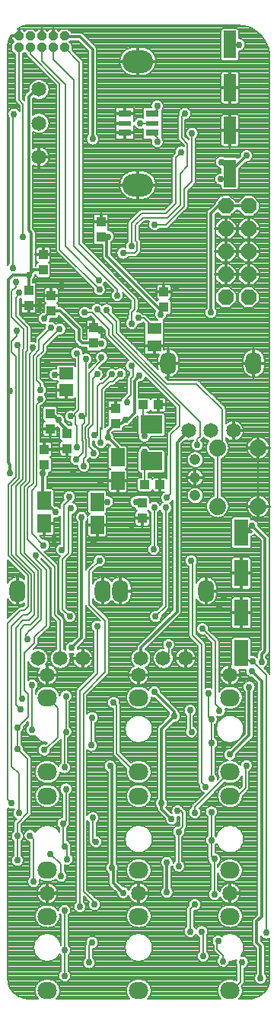
<source format=gbl>
G04 DipTrace 3.2.0.1*
G04 Mwarp.GBL*
%MOIN*%
G04 #@! TF.FileFunction,Copper,L2,Bot*
G04 #@! TF.Part,Single*
%AMOUTLINE0*
4,1,4,
0.031496,-0.058071,
-0.031496,-0.058071,
-0.031496,0.058071,
0.031496,0.058071,
0.031496,-0.058071,
0*%
%AMOUTLINE3*
4,1,4,
0.027559,0.059055,
0.027559,-0.059055,
-0.027559,-0.059055,
-0.027559,0.059055,
0.027559,0.059055,
0*%
%AMOUTLINE6*
4,1,4,
-0.027559,-0.059055,
-0.027559,0.059055,
0.027559,0.059055,
0.027559,-0.059055,
-0.027559,-0.059055,
0*%
%AMOUTLINE9*
4,1,4,
-0.019685,0.021654,
0.019685,0.021654,
0.019685,-0.021654,
-0.019685,-0.021654,
-0.019685,0.021654,
0*%
%AMOUTLINE12*
4,1,4,
-0.021654,-0.019685,
-0.021654,0.019685,
0.021654,0.019685,
0.021654,-0.019685,
-0.021654,-0.019685,
0*%
%AMOUTLINE15*
4,1,4,
0.021654,0.019685,
0.021654,-0.019685,
-0.021654,-0.019685,
-0.021654,0.019685,
0.021654,0.019685,
0*%
%AMOUTLINE18*
4,1,4,
0.019685,-0.021654,
-0.019685,-0.021654,
-0.019685,0.021654,
0.019685,0.021654,
0.019685,-0.021654,
0*%
%AMOUTLINE21*
4,1,4,
0.029528,-0.025591,
-0.029528,-0.025591,
-0.029528,0.025591,
0.029528,0.025591,
0.029528,-0.025591,
0*%
%AMOUTLINE24*
4,1,4,
0.029528,0.03937,
0.029528,-0.03937,
-0.029528,-0.03937,
-0.029528,0.03937,
0.029528,0.03937,
0*%
%AMOUTLINE60*
4,1,8,
-0.020325,0.008419,
-0.008419,0.020325,
0.008419,0.020325,
0.020325,0.008419,
0.020325,-0.008419,
0.008419,-0.020325,
-0.008419,-0.020325,
-0.020325,-0.008419,
-0.020325,0.008419,
0*%
%AMOUTLINE63*
4,1,8,
-0.014159,-0.034184,
-0.034184,-0.014159,
-0.034184,0.014159,
-0.014159,0.034184,
0.014159,0.034184,
0.034184,0.014159,
0.034184,-0.014159,
0.014159,-0.034184,
-0.014159,-0.034184,
0*%
%AMOUTLINE72*
4,1,4,
-0.047244,-0.03937,
-0.047244,0.03937,
0.047244,0.03937,
0.047244,-0.03937,
-0.047244,-0.03937,
0*%
G04 #@! TA.AperFunction,Conductor*
%ADD13C,0.012*%
%ADD15C,0.007*%
G04 #@! TA.AperFunction,CopperBalancing*
%ADD16C,0.008*%
%ADD17C,0.013*%
G04 #@! TA.AperFunction,ComponentPad*
%ADD22C,0.065*%
%ADD23O,0.135X0.1*%
%ADD26O,0.085X0.075*%
%ADD32R,0.03937X0.043307*%
%ADD33R,0.059055X0.051181*%
G04 #@! TA.AperFunction,ComponentPad*
%ADD36C,0.047559*%
%ADD37O,0.07X0.1*%
%ADD38C,0.074*%
%ADD40R,0.057087X0.031496*%
%ADD41R,0.057087X0.023622*%
G04 #@! TA.AperFunction,ViaPad*
%ADD42C,0.03*%
%ADD81OUTLINE0*%
%ADD84OUTLINE3*%
%ADD87OUTLINE6*%
%ADD90OUTLINE9*%
%ADD93OUTLINE12*%
%ADD96OUTLINE15*%
%ADD99OUTLINE18*%
%ADD102OUTLINE21*%
%ADD105OUTLINE24*%
G04 #@! TA.AperFunction,ComponentPad*
%ADD141OUTLINE60*%
%ADD144OUTLINE63*%
%ADD153OUTLINE72*%
%FSLAX26Y26*%
G04*
G70*
G90*
G75*
G01*
G04 Bottom*
%LPD*%
X785625Y4175487D2*
D13*
Y4568404D1*
X731889Y4622140D1*
X666138D1*
X662889Y4625390D1*
X1387889Y4023913D2*
Y4036140D1*
X1349889Y4074140D1*
X853889Y3748140D2*
X823889D1*
X822425Y3746675D1*
X1083889Y3408140D2*
Y3426140D1*
X1097889Y3440140D1*
X573889Y3390229D2*
Y3393211D1*
X605354Y3424675D1*
X823889Y3280140D2*
X821889Y3282140D1*
X791889D1*
X739889D1*
X725889Y3296140D1*
Y3342140D1*
X643889Y3424140D1*
X605889D1*
X605354Y3424675D1*
X1083889Y3426140D2*
X847889Y3662140D1*
Y3742140D1*
X853889Y3748140D1*
X1347889Y4000140D2*
X1364116D1*
X1387889Y4023913D1*
Y4030140D1*
X1459889Y4102140D1*
X895889Y2782140D2*
Y2826140D1*
X853480Y2868549D1*
Y2897730D1*
X885889Y2930140D1*
X599889Y2974140D2*
X607889D1*
X635889Y2946140D1*
X885889Y2930140D2*
X911889D1*
X929889Y2948140D1*
X941889D1*
X969889Y2976140D1*
Y3118140D1*
X991889Y3140140D1*
X635889Y2946140D2*
Y2940140D1*
X687889Y2888140D1*
X673889D1*
X623138Y2542892D2*
X573640Y2592390D1*
X575389Y2594140D1*
X567889D1*
Y2714140D1*
X575389Y2750389D1*
X1087889Y1269140D2*
Y1244140D1*
X1131640Y1200389D1*
X1087889Y1269140D2*
Y1594138D1*
X1144140Y1650389D1*
Y1669140D1*
X1056640Y1756640D1*
X550930Y4391778D2*
X552568Y4390140D1*
X535889D1*
X505889Y4360140D1*
Y3776140D1*
X517889Y3764140D1*
Y3591389D1*
X506640Y3580140D1*
Y3512889D1*
Y3580140D2*
X435889D1*
X415889Y3560140D1*
Y3072140D1*
Y2760140D1*
X424506Y2751522D1*
Y2714140D1*
X569889Y3602140D2*
X528640D1*
X517889Y3591389D1*
X997389Y1903140D2*
Y1949640D1*
X1155889Y2108140D1*
Y2848308D1*
X1207043Y2899461D1*
X737889Y2520140D2*
Y1994140D1*
X693889Y1950140D1*
X425102Y3072140D2*
X415889D1*
X457889Y3274140D2*
D15*
X463889D1*
Y2690140D1*
X431640Y2657890D1*
Y2356640D1*
X517889Y2270390D1*
Y2111640D1*
X500389Y2094140D1*
X481638D1*
X431638Y2044140D1*
Y1431641D1*
X462889Y1400390D1*
Y1225389D1*
X786528Y1205279D2*
Y1100389D1*
X800389D1*
X437889Y3610140D2*
Y4280140D1*
X441889Y4284140D1*
X1111889Y880140D2*
D13*
Y1010140D1*
X871272Y986140D2*
Y1423742D1*
X862875Y1432140D1*
X919889Y878140D2*
X917889D1*
X875889Y920140D1*
Y981523D1*
X871272Y986140D1*
X1471889Y1778140D2*
Y1566140D1*
X1387889Y1482140D1*
X691889Y2560140D2*
D15*
X681889D1*
Y2378140D1*
X679889Y2380140D1*
Y2364140D1*
X653889Y2338140D1*
Y2118140D1*
X685889Y2086140D1*
X1511140Y2567640D2*
Y2823640D1*
X717889Y2826140D2*
Y2920140D1*
X709889Y2928140D1*
Y2964883D1*
X707889D1*
Y2972140D1*
X725389Y2989640D1*
Y3228640D1*
X715889Y3238140D1*
X707889Y2964883D2*
X694632D1*
X691889Y2962140D1*
X755889Y3212140D2*
Y2963789D1*
X750389D1*
Y2932640D1*
X739889Y2922140D1*
Y2856140D1*
X743889Y2852140D1*
Y2804140D1*
X713889Y2774140D1*
X750389Y2963789D2*
X739539D1*
X737889Y2962140D1*
X789889Y2800140D2*
Y2810889D1*
X771889Y2828889D1*
Y2866140D1*
X767889Y2870140D1*
Y2906140D1*
X787889Y2926140D1*
Y3128140D1*
X805889Y3146140D1*
X870514Y3145514D2*
X831640Y3106640D1*
X819140D1*
X812889Y3100389D1*
X812138D1*
X806640Y3094890D1*
Y2880140D1*
X793889D1*
X825389Y3219734D2*
Y3205640D1*
X769889Y3150140D1*
Y3107389D1*
X769140Y3106640D1*
Y2929390D1*
X753889Y2914140D1*
Y2864140D1*
X757889Y2860140D1*
Y2788140D1*
X747889Y2778140D1*
Y2744140D1*
X821889Y2846140D2*
Y2912140D1*
X825889Y2908140D1*
Y3080140D1*
X859889Y3114140D1*
X873889D1*
X907889Y3148140D1*
X1105889Y2562140D2*
Y2130140D1*
X1061889Y2086140D1*
X1055889Y2564140D2*
Y2382140D1*
X1053889Y2380140D1*
X893889Y3490140D2*
Y3518140D1*
X703889Y3708140D1*
Y4434140D1*
X613889Y4524140D1*
Y4574389D1*
X612889Y4575390D1*
X512889D2*
Y4547140D1*
X641889Y4418140D1*
Y3690140D1*
X815889Y3516140D1*
X562889Y4575390D2*
Y4527140D1*
X563889Y4526140D1*
Y4516140D1*
X665889Y4414140D1*
Y3706140D1*
X813889Y3558140D1*
X957889Y3368140D2*
Y3418140D1*
X969889Y3430140D1*
Y3474140D1*
X727889Y3716140D1*
Y4510389D1*
X662889Y4575390D1*
X919140Y3675389D2*
X969140D1*
X981640Y3687889D1*
Y3725389D1*
X975389Y3731640D1*
Y3800389D1*
X1006640Y3831640D1*
X1112890D1*
X1169140Y3887889D1*
Y4023390D1*
X1201889Y4056140D1*
Y4154140D1*
X1175889Y4180140D1*
Y4272140D1*
X1189889Y4286140D1*
X1243889Y2836140D2*
Y2862140D1*
X1255889Y2874140D1*
Y2938140D1*
X873889Y3320140D1*
Y3364140D1*
X837889Y3400140D1*
X835889D1*
X805889Y3430140D1*
X751889Y3416140D2*
X783889D1*
X855889Y3344140D1*
Y3318140D1*
X1165889Y3008140D1*
Y2920140D1*
X1127889Y2882140D1*
Y2622140D1*
X1111889Y2606140D1*
X956640Y3706640D2*
Y3806640D1*
X1000389Y3850389D1*
X1106638D1*
X1150389Y3894140D1*
Y4094640D1*
X1173889Y4118140D1*
X1056640Y3800389D2*
X1106638D1*
X1187889Y3881640D1*
Y3956140D1*
X1221889Y3990140D1*
Y4200140D1*
X449889Y3550140D2*
Y3528140D1*
X431640Y3509890D1*
Y3396389D1*
X483889Y3344140D1*
Y3258889D1*
X479889Y3254889D1*
Y2686140D1*
X450389Y2656640D1*
Y2356640D1*
X531889Y2275140D1*
Y2094389D1*
X506640Y2069140D1*
X481640D1*
X450389Y2037889D1*
Y1699640D1*
X469889Y1680140D1*
X783889Y1644140D2*
X779889D1*
Y1522140D1*
X525389Y3262890D2*
Y3250389D1*
X509889Y3234889D1*
Y2676140D1*
X487889Y2654140D1*
Y2362890D1*
X559889Y2290890D1*
Y2072389D1*
X512889Y2025389D1*
X511138D1*
X494140Y2008390D1*
Y1994138D1*
X500389Y1987889D1*
X1119140Y1962889D2*
Y1926615D1*
X1095389Y1902864D1*
X463889Y3502140D2*
Y3495140D1*
X450389Y3481640D1*
Y3399640D1*
X499889Y3350140D1*
Y3288389D1*
X500389Y3287889D1*
Y3250389D1*
X493889Y3243889D1*
Y2680140D1*
X469140Y2655390D1*
Y2362890D1*
X545889Y2286141D1*
Y2083389D1*
X512889Y2050389D1*
X487889D1*
X469140Y2031640D1*
Y1734889D1*
X477889Y1726140D1*
X1212889Y1675389D2*
Y1587889D1*
X1219140Y1581638D1*
X644389Y1902864D2*
Y2068890D1*
X619140Y2094140D1*
Y2304889D1*
X501889Y2422140D1*
Y2646140D1*
X525889Y2670140D1*
Y3225889D1*
X551889Y3251889D1*
Y3298140D1*
X603889Y3350140D1*
X683889Y2610140D2*
Y2596140D1*
X659889Y2572140D1*
Y2388140D1*
X649889Y2378140D1*
X987889Y1406140D2*
X971889D1*
X891889Y1486140D1*
Y1696140D1*
X877889Y1710140D1*
X669140Y1737889D2*
Y1581640D1*
X662889Y1425389D2*
Y1575389D1*
X669140Y1581640D1*
X1293889Y1750140D2*
Y1648140D1*
X1305889Y1636140D1*
Y1534140D1*
X1307889Y1532140D1*
Y1378140D1*
X1305889Y1376140D1*
X1233889Y1228140D2*
Y1252140D1*
X1387889Y1406140D1*
X519889Y1590140D2*
Y1786140D1*
X669140Y1331640D2*
Y1194140D1*
X656640Y1181640D1*
Y1087889D1*
X662889Y1081640D1*
X673889D1*
Y1024140D1*
X573889Y1502140D2*
X577889D1*
X633889Y1558140D1*
Y1685140D1*
X587889Y1731140D1*
X985889Y3392140D2*
X1009889D1*
X1055889Y3346140D1*
X1306640Y1231640D2*
Y1106640D1*
Y1037889D1*
X1319140Y1025389D1*
Y870889D1*
X1319889Y870140D1*
X1427889Y4588140D2*
X1387640D1*
X1387152Y4588628D1*
X850389Y2587889D2*
Y2587890D1*
X806640D1*
X975889Y2588140D2*
X997889D1*
X1003889Y2582140D1*
X1341889Y1674140D2*
Y1686140D1*
X1323889Y1704140D1*
Y1976140D1*
X1267889Y2032140D1*
X621889Y3144140D2*
X663086D1*
X669140Y3150194D1*
X1387889Y1300640D2*
X1420389D1*
X1455889Y1336140D1*
Y1430140D1*
X1459889Y1434140D1*
X1281889Y1340140D2*
Y1342140D1*
X1263889Y1360140D1*
Y1964140D1*
X1223889Y2004140D1*
Y2324140D1*
X1217889Y2330140D1*
X729889Y816140D2*
Y1760140D1*
X807889Y1838140D1*
Y2042140D1*
X805889Y2044140D1*
X663889Y514140D2*
Y626140D1*
Y800140D1*
X770322Y572144D2*
Y646573D1*
X783889Y660140D1*
X1213889Y708140D2*
Y806140D1*
X1233889Y826140D1*
X793889D2*
Y836140D1*
X745889Y884140D1*
Y1748140D1*
X841889Y1844140D1*
Y2068140D1*
X771889Y2138140D1*
Y2286140D1*
X815889Y2330140D1*
X1269889Y600140D2*
Y702140D1*
X1263889Y708140D1*
X1357889Y578140D2*
Y604140D1*
X1331889Y630140D1*
Y662140D1*
X1335889Y666140D1*
X1387889Y449889D2*
X1395638D1*
X1433889Y488140D1*
Y582140D1*
X1441889Y574140D1*
X647889Y950140D2*
Y1002140D1*
X601889Y1048140D1*
X527889Y926140D2*
Y1112140D1*
X511889Y1128140D1*
X1012889Y2806640D2*
Y2796365D1*
X1044140Y2765115D1*
X1014711Y2662889D2*
Y2735686D1*
X1044140Y2765115D1*
X1012889Y2875389D2*
Y2894140D1*
X1044140Y2925390D1*
X1006640Y3012889D2*
Y2962890D1*
X1044140Y2925390D1*
X1303889Y3416140D2*
D13*
Y3850140D1*
X1335889Y3882140D1*
X1469140D1*
X1369140D1*
X1069140Y4319140D2*
D15*
Y4306690D1*
X1047928Y4285478D1*
X1069140Y4162889D2*
Y4181591D1*
X1047928Y4202801D1*
X994138Y4244140D2*
X1047928D1*
X456640Y1019140D2*
Y1125389D1*
Y1181640D1*
X500389Y1225389D1*
Y1462890D1*
X456640Y1506640D1*
Y1600389D1*
X935889Y3024140D2*
Y3040140D1*
X953889Y3058140D1*
Y3128140D1*
X963889Y3138140D1*
Y3174140D1*
X955889Y3182140D1*
X555889Y3038140D2*
Y3028140D1*
X541889Y3014140D1*
Y2660140D1*
X519889Y2638140D1*
Y2450140D1*
X571889Y2398140D1*
X535889Y2352140D2*
Y2338140D1*
X583889Y2290140D1*
Y2048140D1*
X531889Y1996140D1*
Y1970140D1*
X487889Y1926140D1*
Y1762140D1*
X503889Y1746140D1*
Y1647638D1*
X456640Y1600389D1*
X453889Y3336140D2*
Y3312140D1*
X431889Y3290140D1*
Y3242140D1*
X449889Y3224140D1*
Y2698140D1*
X415889Y2664140D1*
Y2353640D1*
X503889Y2265640D1*
Y2128889D1*
X487889Y2112889D1*
X469138D1*
X412889Y2056640D1*
Y1287889D1*
X431638Y1269140D1*
X1158389Y1236140D2*
X1173889D1*
X1181889Y1228140D1*
Y1168140D1*
X1157889Y1144140D1*
X1162889D1*
Y994140D1*
X557889Y3077140D2*
Y3104140D1*
X541889Y3120140D1*
Y3220140D1*
X569889Y3248140D1*
Y3272140D1*
X641889Y3344140D1*
X481889Y3746140D2*
Y4328140D1*
X463889Y4346140D1*
Y4574390D1*
X462889Y4575390D1*
X1333140Y2567640D2*
Y2823640D1*
X847889Y3428140D2*
Y3420140D1*
X889889Y3378140D1*
Y3326140D1*
X1111889Y3104140D1*
X1241889D1*
X1353889Y2992140D1*
Y2844389D1*
X1333140Y2823640D1*
X1521889Y504140D2*
D13*
Y642140D1*
X1503889Y660140D1*
Y752140D1*
X1525889Y774140D1*
Y1804140D1*
X1483889Y1846140D1*
X1525889Y1888140D2*
Y1920140D1*
X1541889Y1936140D1*
Y2426138D1*
X1483888Y2484140D1*
X1467516Y2467768D1*
X1479145Y2456140D1*
X1441474D1*
X1437889Y2452554D1*
X1545889Y702140D2*
D15*
Y1830140D1*
X1485889Y1890140D1*
X1473138D1*
X1437889Y1925389D1*
D42*
X785625Y4175487D3*
X1349889Y4074140D3*
X853889Y3748140D3*
X1083889Y3408140D3*
X573889Y3390229D3*
X823889Y3280140D3*
X853889Y3748140D3*
X1347889Y4000140D3*
X1459889Y4102140D3*
X853480Y2868549D3*
D3*
X635889Y2946140D3*
X929889Y2948140D3*
X991889Y3140140D3*
X623138Y2542892D3*
X567889Y2714140D3*
X1087889Y1269140D3*
X1131640Y1200389D3*
X1144140Y1650389D3*
X1087889Y1269140D3*
X1056640Y1756640D3*
D3*
X506640Y3580140D3*
X424506Y2714140D3*
X567889D3*
X737889Y2520140D3*
X693889Y1950140D3*
X425102Y3072140D3*
X457889Y3274140D3*
X462889Y1225389D3*
X800389Y1100389D3*
X786528Y1205279D3*
X437889Y3610140D3*
X441889Y4284140D3*
X1111889Y880140D3*
Y1010140D3*
X871272Y986140D3*
X862875Y1432140D3*
X919889Y878140D3*
X871272Y986140D3*
X1471889Y1778140D3*
X1387889Y1482140D3*
X691889Y2560140D3*
X685889Y2086140D3*
X717889Y2826140D3*
X715889Y3238140D3*
X691889Y2962140D3*
X755889Y3212140D3*
X713889Y2774140D3*
X737889Y2962140D3*
X789889Y2800140D3*
X805889Y3146140D3*
X870514Y3145514D3*
X793889Y2880140D3*
X825389Y3219734D3*
X747889Y2744140D3*
X821889Y2846140D3*
X907889Y3148140D3*
X1105889Y2562140D3*
X1061889Y2086140D3*
X1055889Y2564140D3*
X1053889Y2380140D3*
X893889Y3490140D3*
X815889Y3516140D3*
X813889Y3558140D3*
X957889Y3368140D3*
X919140Y3675389D3*
X1189889Y4286140D3*
X1243889Y2836140D3*
X805889Y3430140D3*
X751889Y3416140D3*
X1111889Y2606140D3*
X956640Y3706640D3*
X1173889Y4118140D3*
X1056640Y3800389D3*
X1221889Y4200140D3*
X449889Y3550140D3*
X469889Y1680140D3*
X779889Y1522140D3*
X783889Y1644140D3*
X525389Y3262890D3*
X500389Y1987889D3*
X1119140Y1962889D3*
X463889Y3502140D3*
X477889Y1726140D3*
X1212889Y1675389D3*
X1219140Y1581638D3*
D3*
X603889Y3350140D3*
X683889Y2610140D3*
X649889Y2378140D3*
X877889Y1710140D3*
X669140Y1737889D3*
Y1581640D3*
D3*
X662889Y1425389D3*
X669140Y1581640D3*
X1293889Y1750140D3*
X1305889Y1636140D3*
X1307889Y1532140D3*
X1305889Y1376140D3*
X1307889Y1532140D3*
X1233889Y1228140D3*
X519889Y1590140D3*
Y1786140D3*
X669140Y1331640D3*
X656640Y1181640D3*
X662889Y1081640D3*
X673889Y1024140D3*
X656640Y1181640D3*
X573889Y1502140D3*
X985889Y3392140D3*
X1306640Y1231640D3*
Y1106640D3*
X1319140Y1025389D3*
X1319889Y870140D3*
X1427889Y4588140D3*
X850389Y2587889D3*
X975889Y2588140D3*
X1341889Y1674140D3*
X1267889Y2032140D3*
X621889Y3144140D3*
X1459889Y1434140D3*
X1281889Y1340140D3*
X1217889Y2330140D3*
X729889Y816140D3*
X805889Y2044140D3*
X663889Y514140D3*
Y626140D3*
Y800140D3*
Y626140D3*
X783889Y660140D3*
X770322Y572144D3*
X1213889Y708140D3*
X1233889Y826140D3*
X793889D3*
X815889Y2330140D3*
X1263889Y708140D3*
X1269889Y600140D3*
X1357889Y578140D3*
X1335889Y666140D3*
X1441889Y574140D3*
X647889Y950140D3*
X601889Y1048140D3*
X527889Y926140D3*
X511889Y1128140D3*
X1012889Y2806640D3*
Y2875389D3*
X1303889Y3416140D3*
X1069140Y4319140D3*
Y4162889D3*
X994138Y4244140D3*
X456640Y1019140D3*
Y1125389D3*
Y1506640D3*
Y1600389D3*
X935889Y3024140D3*
X955889Y3182140D3*
X555889Y3038140D3*
X571889Y2398140D3*
X535889Y2352140D3*
X453889Y3336140D3*
X431638Y1269140D3*
X1158389Y1236140D3*
X1162889Y1144140D3*
D3*
Y994140D3*
X557889Y3077140D3*
X641889Y3344140D3*
X481889Y3746140D3*
X847889Y3428140D3*
X1521889Y504140D3*
X1483889Y1846140D3*
X1525889Y1888140D3*
X1483888Y2484140D3*
X1545889Y702140D3*
X1485889Y1890140D3*
X1339889Y2122140D3*
X1361889Y2168140D3*
Y1528140D3*
X649889Y3534140D3*
X587889Y3196140D3*
X553889Y3448140D3*
X1151889Y3524140D3*
X821889Y3338140D3*
X969889Y2922140D3*
X821889Y2668140D3*
X909889Y3094140D3*
X617889Y2424140D3*
X789889Y2412140D3*
X957889Y2484140D3*
X701889Y2718140D3*
X474948Y4666271D2*
D16*
X1464129D1*
X459260Y4658402D2*
X1352723D1*
X1421588D2*
X1483785D1*
X484713Y4650533D2*
X491066D1*
X534713D2*
X541066D1*
X584713D2*
X591066D1*
X634713D2*
X641066D1*
X684713D2*
X1346801D1*
X1427494D2*
X1497269D1*
X692588Y4642665D2*
X1346473D1*
X1427838D2*
X1508316D1*
X745948Y4634796D2*
X1346473D1*
X1427838D2*
X1516848D1*
X753807Y4626927D2*
X1346473D1*
X1427838D2*
X1525379D1*
X425338Y4619058D2*
X429441D1*
X761682D2*
X1346473D1*
X1427838D2*
X1531254D1*
X422010Y4611190D2*
X430879D1*
X769541D2*
X1346473D1*
X1443354D2*
X1536738D1*
X418776Y4603321D2*
X437988D1*
X687791D2*
X724004D1*
X777416D2*
X1346473D1*
X1451401D2*
X1542223D1*
X417479Y4595452D2*
X435988D1*
X689791D2*
X731863D1*
X785291D2*
X1346473D1*
X1455010D2*
X1546144D1*
X416182Y4587583D2*
X430035D1*
X695744D2*
X739738D1*
X793151D2*
X1346473D1*
X1456010D2*
X1549394D1*
X414948Y4579715D2*
X429441D1*
X696338D2*
X747613D1*
X800838D2*
X1346473D1*
X1454682D2*
X1552644D1*
X414948Y4571846D2*
X429441D1*
X696338D2*
X755473D1*
X804416D2*
X941035D1*
X1026963D2*
X1346473D1*
X1450619D2*
X1555660D1*
X414948Y4563977D2*
X429816D1*
X697479D2*
X763348D1*
X804744D2*
X927660D1*
X1040338D2*
X1346473D1*
X1441432D2*
X1557051D1*
X414948Y4556108D2*
X435207D1*
X705338D2*
X766504D1*
X804744D2*
X919207D1*
X1048791D2*
X1346473D1*
X1427838D2*
X1558426D1*
X414948Y4548239D2*
X443066D1*
X482713D2*
X493066D1*
X713213D2*
X766504D1*
X804744D2*
X913238D1*
X1054776D2*
X1346473D1*
X1427838D2*
X1559816D1*
X414948Y4540371D2*
X447269D1*
X480510D2*
X497785D1*
X721088D2*
X766504D1*
X804744D2*
X908957D1*
X1059041D2*
X1346473D1*
X1427838D2*
X1560832D1*
X414948Y4532502D2*
X447269D1*
X480510D2*
X504348D1*
X728948D2*
X766504D1*
X804744D2*
X906004D1*
X1061994D2*
X1346473D1*
X1427838D2*
X1560832D1*
X414948Y4524633D2*
X447269D1*
X480510D2*
X512223D1*
X736823D2*
X766504D1*
X804744D2*
X904191D1*
X1063807D2*
X1347504D1*
X1426791D2*
X1560832D1*
X414948Y4516764D2*
X447269D1*
X480510D2*
X520098D1*
X743166D2*
X766504D1*
X804744D2*
X903426D1*
X1064588D2*
X1560832D1*
X414948Y4508896D2*
X447269D1*
X480510D2*
X527957D1*
X744510D2*
X766504D1*
X804744D2*
X903644D1*
X1064354D2*
X1560832D1*
X414948Y4501027D2*
X447269D1*
X480510D2*
X535832D1*
X744510D2*
X766504D1*
X804744D2*
X904879D1*
X1063119D2*
X1560832D1*
X414948Y4493158D2*
X447269D1*
X480510D2*
X543691D1*
X744510D2*
X766504D1*
X804744D2*
X907191D1*
X1060807D2*
X1560832D1*
X414948Y4485289D2*
X447269D1*
X480510D2*
X551566D1*
X744510D2*
X766504D1*
X804744D2*
X910707D1*
X1057291D2*
X1560832D1*
X414948Y4477421D2*
X447269D1*
X480510D2*
X559441D1*
X744510D2*
X766504D1*
X804744D2*
X915691D1*
X1052307D2*
X1560832D1*
X414948Y4469552D2*
X447269D1*
X480510D2*
X567301D1*
X744510D2*
X766504D1*
X804744D2*
X922644D1*
X1045354D2*
X1352941D1*
X1421354D2*
X1560832D1*
X414948Y4461683D2*
X447269D1*
X480510D2*
X575176D1*
X744510D2*
X766504D1*
X804744D2*
X932801D1*
X1035198D2*
X1346832D1*
X1427463D2*
X1560832D1*
X414948Y4453814D2*
X447269D1*
X480510D2*
X583035D1*
X744510D2*
X766504D1*
X804744D2*
X952019D1*
X1015994D2*
X1346473D1*
X1427838D2*
X1560832D1*
X414948Y4445946D2*
X447269D1*
X480510D2*
X590910D1*
X744510D2*
X766504D1*
X804744D2*
X1346473D1*
X1427838D2*
X1560832D1*
X414948Y4438077D2*
X447269D1*
X480510D2*
X598785D1*
X744510D2*
X766504D1*
X804744D2*
X1346473D1*
X1427838D2*
X1560832D1*
X414948Y4430208D2*
X447269D1*
X480510D2*
X527066D1*
X574791D2*
X606644D1*
X744510D2*
X766504D1*
X804744D2*
X1346473D1*
X1427838D2*
X1560832D1*
X414948Y4422339D2*
X447269D1*
X480510D2*
X517348D1*
X584510D2*
X614519D1*
X744510D2*
X766504D1*
X804744D2*
X1346473D1*
X1427838D2*
X1560832D1*
X414948Y4414470D2*
X447269D1*
X480510D2*
X511473D1*
X590385D2*
X622379D1*
X744510D2*
X766504D1*
X804744D2*
X1346473D1*
X1427838D2*
X1560832D1*
X414948Y4406602D2*
X447269D1*
X480510D2*
X507832D1*
X594026D2*
X625269D1*
X744510D2*
X766504D1*
X804744D2*
X1346473D1*
X1427838D2*
X1560832D1*
X414948Y4398733D2*
X447269D1*
X480510D2*
X505848D1*
X596010D2*
X625269D1*
X744510D2*
X766504D1*
X804744D2*
X1346473D1*
X1427838D2*
X1560832D1*
X414948Y4390864D2*
X447269D1*
X480510D2*
X505316D1*
X596541D2*
X625269D1*
X744510D2*
X766504D1*
X804744D2*
X1346473D1*
X1427838D2*
X1560832D1*
X414948Y4382995D2*
X447269D1*
X480510D2*
X502035D1*
X595682D2*
X625269D1*
X744510D2*
X766504D1*
X804744D2*
X1346473D1*
X1427838D2*
X1560832D1*
X414948Y4375127D2*
X447269D1*
X480510D2*
X494160D1*
X593338D2*
X625269D1*
X744510D2*
X766504D1*
X804744D2*
X1346473D1*
X1427838D2*
X1560832D1*
X414948Y4367258D2*
X447269D1*
X480510D2*
X488207D1*
X589244D2*
X625269D1*
X744510D2*
X766504D1*
X804744D2*
X1346473D1*
X1427838D2*
X1560832D1*
X414948Y4359389D2*
X447269D1*
X480510D2*
X486769D1*
X582713D2*
X625269D1*
X744510D2*
X766504D1*
X804744D2*
X1346473D1*
X1427838D2*
X1560832D1*
X414948Y4351520D2*
X447269D1*
X481682D2*
X486769D1*
X525010D2*
X530426D1*
X571432D2*
X625269D1*
X744510D2*
X766504D1*
X804744D2*
X1346473D1*
X1427838D2*
X1560832D1*
X414948Y4343652D2*
X447473D1*
X525010D2*
X625269D1*
X744510D2*
X766504D1*
X804744D2*
X1056269D1*
X1082010D2*
X1346473D1*
X1427838D2*
X1560832D1*
X414948Y4335783D2*
X451129D1*
X525010D2*
X625269D1*
X744510D2*
X766504D1*
X804744D2*
X1046676D1*
X1091604D2*
X1347457D1*
X1426854D2*
X1560832D1*
X414948Y4327914D2*
X458941D1*
X525010D2*
X625269D1*
X744510D2*
X766504D1*
X804744D2*
X1042473D1*
X1095807D2*
X1560832D1*
X414948Y4320045D2*
X465269D1*
X525010D2*
X625269D1*
X744510D2*
X766504D1*
X804744D2*
X1041035D1*
X1097244D2*
X1560832D1*
X414948Y4312176D2*
X465269D1*
X525010D2*
X625269D1*
X744510D2*
X766504D1*
X804744D2*
X886191D1*
X969510D2*
X1006269D1*
X1096354D2*
X1180816D1*
X1198963D2*
X1560832D1*
X414948Y4304308D2*
X422660D1*
X461119D2*
X465260D1*
X525010D2*
X625269D1*
X744510D2*
X766504D1*
X804744D2*
X886191D1*
X969510D2*
X1006269D1*
X1092885D2*
X1168691D1*
X1211088D2*
X1560832D1*
X525010Y4296439D2*
X625269D1*
X744510D2*
X766504D1*
X804744D2*
X886191D1*
X969510D2*
X1006269D1*
X1089588D2*
X1163785D1*
X1215994D2*
X1560832D1*
X525010Y4288570D2*
X544238D1*
X557619D2*
X625269D1*
X744510D2*
X766504D1*
X804744D2*
X886191D1*
X969510D2*
X1006269D1*
X1089588D2*
X1161879D1*
X1217901D2*
X1560832D1*
X577651Y4280701D2*
X625269D1*
X744510D2*
X766504D1*
X804744D2*
X886191D1*
X969510D2*
X1006269D1*
X1089588D2*
X1161785D1*
X1217463D2*
X1350863D1*
X1424916D2*
X1560832D1*
X586166Y4272833D2*
X625269D1*
X744510D2*
X766504D1*
X804744D2*
X886191D1*
X969510D2*
X1006269D1*
X1089588D2*
X1159285D1*
X1214557D2*
X1347238D1*
X1428541D2*
X1560832D1*
X414948Y4264964D2*
X421262D1*
X591416D2*
X625269D1*
X744510D2*
X766504D1*
X804744D2*
X886191D1*
X969510D2*
X975660D1*
X1089588D2*
X1159269D1*
X1207948D2*
X1347207D1*
X1428573D2*
X1560832D1*
X414948Y4257095D2*
X421262D1*
X594635D2*
X625269D1*
X744510D2*
X766504D1*
X804744D2*
X886191D1*
X1089588D2*
X1159269D1*
X1192510D2*
X1347207D1*
X1428573D2*
X1560832D1*
X414948Y4249226D2*
X421262D1*
X596260D2*
X625269D1*
X744510D2*
X766504D1*
X804744D2*
X886191D1*
X1089588D2*
X1159269D1*
X1192510D2*
X1347207D1*
X1428573D2*
X1560832D1*
X414948Y4241358D2*
X421262D1*
X596463D2*
X625269D1*
X744510D2*
X766504D1*
X804744D2*
X886191D1*
X1089588D2*
X1159269D1*
X1192510D2*
X1347207D1*
X1428573D2*
X1560832D1*
X414948Y4233489D2*
X421262D1*
X595260D2*
X625269D1*
X744510D2*
X766504D1*
X804744D2*
X886191D1*
X1089588D2*
X1159269D1*
X1192510D2*
X1347207D1*
X1428573D2*
X1560832D1*
X414948Y4225620D2*
X421262D1*
X592541D2*
X625269D1*
X744510D2*
X766504D1*
X804744D2*
X886191D1*
X1089588D2*
X1159269D1*
X1192510D2*
X1211238D1*
X1232541D2*
X1347207D1*
X1428573D2*
X1560832D1*
X414948Y4217751D2*
X421262D1*
X587963D2*
X625269D1*
X744510D2*
X766504D1*
X804744D2*
X886191D1*
X969510D2*
X986269D1*
X1002010D2*
X1006269D1*
X1089588D2*
X1159269D1*
X1192510D2*
X1200207D1*
X1243573D2*
X1347207D1*
X1428573D2*
X1560832D1*
X414948Y4209883D2*
X421262D1*
X580635D2*
X625269D1*
X744510D2*
X766504D1*
X804744D2*
X886191D1*
X969510D2*
X1006269D1*
X1089588D2*
X1159269D1*
X1248213D2*
X1347207D1*
X1428573D2*
X1560832D1*
X414948Y4202014D2*
X421262D1*
X525010D2*
X534832D1*
X567041D2*
X625269D1*
X744510D2*
X766504D1*
X804744D2*
X886191D1*
X969510D2*
X1006269D1*
X1089588D2*
X1159269D1*
X1249948D2*
X1347207D1*
X1428573D2*
X1560832D1*
X414948Y4194145D2*
X421262D1*
X525010D2*
X625269D1*
X744510D2*
X764863D1*
X806385D2*
X886191D1*
X969510D2*
X1006269D1*
X1089588D2*
X1159269D1*
X1249338D2*
X1347207D1*
X1428573D2*
X1560832D1*
X414948Y4186276D2*
X421262D1*
X525010D2*
X625269D1*
X744510D2*
X759723D1*
X811526D2*
X886191D1*
X969510D2*
X1006269D1*
X1089588D2*
X1159269D1*
X1192932D2*
X1197551D1*
X1246229D2*
X1347207D1*
X1428573D2*
X1560832D1*
X414948Y4178407D2*
X421262D1*
X525010D2*
X625269D1*
X744510D2*
X757660D1*
X813588D2*
X886191D1*
X969510D2*
X1006269D1*
X1092432D2*
X1159363D1*
X1239244D2*
X1347207D1*
X1428573D2*
X1560848D1*
X414948Y4170539D2*
X421262D1*
X525010D2*
X625269D1*
X744510D2*
X757957D1*
X813291D2*
X1042113D1*
X1096166D2*
X1162519D1*
X1238510D2*
X1347207D1*
X1428573D2*
X1560848D1*
X414948Y4162670D2*
X421262D1*
X525010D2*
X625269D1*
X744510D2*
X760691D1*
X810557D2*
X1041019D1*
X1097260D2*
X1170191D1*
X1238510D2*
X1347207D1*
X1428573D2*
X1560848D1*
X414948Y4154801D2*
X421262D1*
X525010D2*
X625269D1*
X744510D2*
X766973D1*
X804276D2*
X1042238D1*
X1096041D2*
X1178051D1*
X1238510D2*
X1347207D1*
X1428573D2*
X1560848D1*
X414948Y4146932D2*
X421262D1*
X525010D2*
X625269D1*
X744510D2*
X1046160D1*
X1092119D2*
X1185269D1*
X1238510D2*
X1349332D1*
X1426448D2*
X1560848D1*
X414948Y4139064D2*
X421262D1*
X525010D2*
X536082D1*
X565776D2*
X625269D1*
X744510D2*
X1054973D1*
X1083307D2*
X1155519D1*
X1238510D2*
X1560848D1*
X414948Y4131195D2*
X421262D1*
X580104D2*
X625269D1*
X744510D2*
X1149098D1*
X1238510D2*
X1560848D1*
X414948Y4123326D2*
X421262D1*
X587635D2*
X625269D1*
X744510D2*
X1146269D1*
X1238510D2*
X1441848D1*
X1477932D2*
X1560848D1*
X414948Y4115457D2*
X421262D1*
X592338D2*
X625269D1*
X744510D2*
X1145894D1*
X1238510D2*
X1435238D1*
X1484541D2*
X1560848D1*
X414948Y4107589D2*
X421262D1*
X595151D2*
X625269D1*
X744510D2*
X1140160D1*
X1238510D2*
X1432316D1*
X1487463D2*
X1560848D1*
X414948Y4099720D2*
X421262D1*
X596432D2*
X625269D1*
X744510D2*
X1134613D1*
X1238510D2*
X1339488D1*
X1360276D2*
X1430754D1*
X1487901D2*
X1560848D1*
X414948Y4091851D2*
X421262D1*
X596307D2*
X625269D1*
X744510D2*
X1133769D1*
X1238510D2*
X1328285D1*
X1485994D2*
X1560848D1*
X414948Y4083982D2*
X421262D1*
X594760D2*
X625269D1*
X744510D2*
X1133769D1*
X1238510D2*
X1323598D1*
X1481104D2*
X1560848D1*
X414948Y4076113D2*
X421262D1*
X591651D2*
X625269D1*
X744510D2*
X1133769D1*
X1238510D2*
X1321848D1*
X1468994D2*
X1560848D1*
X414948Y4068245D2*
X421262D1*
X586526D2*
X625269D1*
X744510D2*
X1133769D1*
X1238510D2*
X1322410D1*
X1452698D2*
X1560848D1*
X414948Y4060376D2*
X421262D1*
X578260D2*
X625269D1*
X744510D2*
X1133769D1*
X1238510D2*
X1325488D1*
X1444838D2*
X1560848D1*
X414948Y4052507D2*
X421262D1*
X525010D2*
X541566D1*
X560291D2*
X625269D1*
X744510D2*
X1133769D1*
X1238510D2*
X1332410D1*
X1436963D2*
X1560848D1*
X414948Y4044638D2*
X421262D1*
X525010D2*
X625269D1*
X744510D2*
X1133769D1*
X1238510D2*
X1347207D1*
X1429104D2*
X1560848D1*
X414948Y4036770D2*
X421262D1*
X525010D2*
X625269D1*
X744510D2*
X1133769D1*
X1238510D2*
X1347207D1*
X1428573D2*
X1560848D1*
X414948Y4028901D2*
X421262D1*
X525010D2*
X625269D1*
X744510D2*
X936832D1*
X1031166D2*
X1133769D1*
X1238510D2*
X1347207D1*
X1428573D2*
X1560848D1*
X414948Y4021032D2*
X421262D1*
X525010D2*
X625269D1*
X744510D2*
X925207D1*
X1042807D2*
X1133769D1*
X1238510D2*
X1329488D1*
X1428573D2*
X1560848D1*
X414948Y4013163D2*
X421262D1*
X525010D2*
X625269D1*
X744510D2*
X917488D1*
X1050510D2*
X1133769D1*
X1238510D2*
X1323066D1*
X1428573D2*
X1560848D1*
X414948Y4005295D2*
X421262D1*
X525010D2*
X625269D1*
X744510D2*
X912004D1*
X1055994D2*
X1133769D1*
X1238510D2*
X1320254D1*
X1428573D2*
X1560848D1*
X414948Y3997426D2*
X421262D1*
X525010D2*
X625269D1*
X744510D2*
X908082D1*
X1059916D2*
X1133769D1*
X1238510D2*
X1319910D1*
X1428573D2*
X1560848D1*
X414948Y3989557D2*
X421262D1*
X525010D2*
X625269D1*
X744510D2*
X905441D1*
X1062557D2*
X1133769D1*
X1238494D2*
X1321894D1*
X1428573D2*
X1560848D1*
X414948Y3981688D2*
X421262D1*
X525010D2*
X625269D1*
X744510D2*
X903894D1*
X1064104D2*
X1133769D1*
X1236057D2*
X1326941D1*
X1428573D2*
X1560848D1*
X414948Y3973820D2*
X421262D1*
X525010D2*
X625269D1*
X744510D2*
X903379D1*
X1064619D2*
X1133769D1*
X1228744D2*
X1339769D1*
X1428573D2*
X1560848D1*
X414948Y3965951D2*
X421262D1*
X525010D2*
X625269D1*
X744510D2*
X903863D1*
X1064135D2*
X1133769D1*
X1220869D2*
X1347207D1*
X1428573D2*
X1560848D1*
X414948Y3958082D2*
X421262D1*
X525010D2*
X625269D1*
X744510D2*
X905363D1*
X1062635D2*
X1133769D1*
X1213010D2*
X1349238D1*
X1426541D2*
X1560848D1*
X414948Y3950213D2*
X421262D1*
X525010D2*
X625269D1*
X744510D2*
X907957D1*
X1060041D2*
X1133769D1*
X1205135D2*
X1560848D1*
X414948Y3942344D2*
X421262D1*
X525010D2*
X625269D1*
X744510D2*
X911832D1*
X1056182D2*
X1133769D1*
X1204510D2*
X1560848D1*
X414948Y3934476D2*
X421262D1*
X525010D2*
X625269D1*
X744510D2*
X917254D1*
X1050760D2*
X1133769D1*
X1204510D2*
X1560848D1*
X414948Y3926607D2*
X421262D1*
X525010D2*
X625269D1*
X744510D2*
X924848D1*
X1043151D2*
X1133769D1*
X1204510D2*
X1347394D1*
X1390885D2*
X1447394D1*
X1490885D2*
X1560848D1*
X414948Y3918738D2*
X421262D1*
X525010D2*
X625269D1*
X744510D2*
X936269D1*
X1031744D2*
X1133769D1*
X1204510D2*
X1339176D1*
X1399104D2*
X1439176D1*
X1499104D2*
X1560848D1*
X414948Y3910869D2*
X421262D1*
X525010D2*
X625269D1*
X744510D2*
X1133769D1*
X1204510D2*
X1331301D1*
X1406979D2*
X1431301D1*
X1506979D2*
X1560848D1*
X414948Y3903001D2*
X421262D1*
X525010D2*
X625269D1*
X744510D2*
X1133769D1*
X1204510D2*
X1323816D1*
X1414463D2*
X1423816D1*
X1514463D2*
X1560848D1*
X414948Y3895132D2*
X421262D1*
X525010D2*
X625269D1*
X744510D2*
X1128207D1*
X1204510D2*
X1321832D1*
X1516448D2*
X1560848D1*
X414948Y3887263D2*
X421262D1*
X525010D2*
X625269D1*
X744510D2*
X1120332D1*
X1204510D2*
X1314301D1*
X1516448D2*
X1560848D1*
X414948Y3879394D2*
X421262D1*
X525010D2*
X625269D1*
X744510D2*
X1112473D1*
X1204354D2*
X1306441D1*
X1516448D2*
X1560848D1*
X414948Y3871526D2*
X421262D1*
X525010D2*
X625269D1*
X744510D2*
X1104598D1*
X1200854D2*
X1298566D1*
X1516448D2*
X1560848D1*
X414948Y3863657D2*
X421262D1*
X525010D2*
X625269D1*
X744510D2*
X990973D1*
X1193073D2*
X1290691D1*
X1415666D2*
X1422613D1*
X1515666D2*
X1560848D1*
X414948Y3855788D2*
X421262D1*
X525010D2*
X625269D1*
X744510D2*
X982613D1*
X1185213D2*
X1285660D1*
X1409354D2*
X1428926D1*
X1509354D2*
X1560848D1*
X414948Y3847919D2*
X421262D1*
X525010D2*
X625269D1*
X744510D2*
X974754D1*
X1177338D2*
X1284769D1*
X1328369D2*
X1336801D1*
X1401479D2*
X1436801D1*
X1501479D2*
X1560848D1*
X414948Y3840050D2*
X421262D1*
X525010D2*
X625269D1*
X744510D2*
X789613D1*
X855229D2*
X966879D1*
X1169479D2*
X1284769D1*
X1323010D2*
X1344660D1*
X1393619D2*
X1444660D1*
X1493619D2*
X1560848D1*
X414948Y3832182D2*
X421262D1*
X525010D2*
X625269D1*
X744510D2*
X789613D1*
X855229D2*
X959004D1*
X1161604D2*
X1284769D1*
X1323010D2*
X1560848D1*
X414948Y3824313D2*
X421262D1*
X525010D2*
X625269D1*
X744510D2*
X789613D1*
X855229D2*
X951144D1*
X1153729D2*
X1284769D1*
X1323010D2*
X1344754D1*
X1393526D2*
X1444754D1*
X1493526D2*
X1560848D1*
X414948Y3816444D2*
X421262D1*
X525010D2*
X625269D1*
X744510D2*
X789613D1*
X855229D2*
X943426D1*
X1145869D2*
X1284769D1*
X1323010D2*
X1336879D1*
X1401401D2*
X1436879D1*
X1501401D2*
X1560848D1*
X414948Y3808575D2*
X421262D1*
X525010D2*
X625269D1*
X744510D2*
X789613D1*
X855229D2*
X940144D1*
X1006744D2*
X1029769D1*
X1137994D2*
X1284769D1*
X1323010D2*
X1329014D1*
X1409276D2*
X1429004D1*
X1509276D2*
X1560848D1*
X414948Y3800707D2*
X421262D1*
X525010D2*
X625269D1*
X744510D2*
X789613D1*
X855229D2*
X940019D1*
X998885D2*
X1028519D1*
X1130135D2*
X1284769D1*
X1415635D2*
X1422644D1*
X1515635D2*
X1560848D1*
X414948Y3792838D2*
X421262D1*
X525010D2*
X625269D1*
X744510D2*
X789613D1*
X855229D2*
X940019D1*
X992010D2*
X1029582D1*
X1122260D2*
X1284769D1*
X1416448D2*
X1421832D1*
X1516448D2*
X1560848D1*
X414948Y3784969D2*
X421262D1*
X525010D2*
X625269D1*
X744510D2*
X789613D1*
X855229D2*
X940019D1*
X992010D2*
X1033285D1*
X1110979D2*
X1284769D1*
X1416448D2*
X1421832D1*
X1516448D2*
X1560848D1*
X414948Y3777100D2*
X421262D1*
X531635D2*
X625269D1*
X744510D2*
X789613D1*
X855229D2*
X940019D1*
X992010D2*
X1041551D1*
X1071729D2*
X1284769D1*
X1416448D2*
X1421832D1*
X1516448D2*
X1560848D1*
X414948Y3769232D2*
X421262D1*
X536291D2*
X625269D1*
X744510D2*
X789613D1*
X872057D2*
X940019D1*
X992010D2*
X1284769D1*
X1416448D2*
X1421832D1*
X1516448D2*
X1560848D1*
X414948Y3761363D2*
X421262D1*
X537010D2*
X625269D1*
X744510D2*
X789613D1*
X878588D2*
X940019D1*
X992010D2*
X1284769D1*
X1414510D2*
X1423769D1*
X1514510D2*
X1560848D1*
X414948Y3753494D2*
X421262D1*
X537010D2*
X625269D1*
X744510D2*
X789613D1*
X881479D2*
X940019D1*
X992010D2*
X1284769D1*
X1323010D2*
X1331223D1*
X1407057D2*
X1431223D1*
X1507057D2*
X1560848D1*
X414948Y3745625D2*
X421262D1*
X537010D2*
X625269D1*
X744510D2*
X789613D1*
X881901D2*
X940019D1*
X992010D2*
X1284769D1*
X1323010D2*
X1339082D1*
X1399198D2*
X1439082D1*
X1499198D2*
X1560848D1*
X414948Y3737757D2*
X421262D1*
X537010D2*
X625269D1*
X744510D2*
X789613D1*
X879963D2*
X940019D1*
X992448D2*
X1284769D1*
X1323010D2*
X1347269D1*
X1391010D2*
X1447269D1*
X1491010D2*
X1560848D1*
X414948Y3729888D2*
X421262D1*
X537010D2*
X625269D1*
X744510D2*
X789613D1*
X875010D2*
X940019D1*
X997604D2*
X1284769D1*
X1323010D2*
X1560848D1*
X414948Y3722019D2*
X421262D1*
X537010D2*
X625269D1*
X745182D2*
X789613D1*
X867010D2*
X933254D1*
X998260D2*
X1284769D1*
X1323010D2*
X1342457D1*
X1395823D2*
X1442457D1*
X1495823D2*
X1560848D1*
X414948Y3714150D2*
X421262D1*
X537010D2*
X625269D1*
X753057D2*
X789613D1*
X867010D2*
X929566D1*
X998260D2*
X1284769D1*
X1323010D2*
X1334582D1*
X1403698D2*
X1434582D1*
X1503698D2*
X1560848D1*
X414948Y3706281D2*
X421262D1*
X537010D2*
X625269D1*
X760916D2*
X828769D1*
X867010D2*
X928519D1*
X998260D2*
X1284769D1*
X1411557D2*
X1426723D1*
X1511557D2*
X1560848D1*
X414948Y3698413D2*
X421262D1*
X599994D2*
X625269D1*
X768791D2*
X828769D1*
X867010D2*
X903629D1*
X998260D2*
X1284769D1*
X1416260D2*
X1422019D1*
X1516260D2*
X1560848D1*
X414948Y3690544D2*
X421262D1*
X602698D2*
X625269D1*
X776651D2*
X828769D1*
X867010D2*
X895613D1*
X998260D2*
X1284769D1*
X1416448D2*
X1421832D1*
X1516448D2*
X1560848D1*
X414948Y3682675D2*
X421262D1*
X602698D2*
X627144D1*
X784526D2*
X828769D1*
X867010D2*
X892004D1*
X997369D2*
X1284769D1*
X1416448D2*
X1421832D1*
X1516448D2*
X1560848D1*
X414948Y3674806D2*
X421262D1*
X602698D2*
X634051D1*
X792401D2*
X828769D1*
X867010D2*
X891019D1*
X991729D2*
X1284769D1*
X1416448D2*
X1421832D1*
X1516448D2*
X1560848D1*
X414948Y3666938D2*
X421262D1*
X602698D2*
X641926D1*
X800260D2*
X828769D1*
X869807D2*
X892363D1*
X983854D2*
X1284769D1*
X1416401D2*
X1421879D1*
X1516401D2*
X1560848D1*
X414948Y3659069D2*
X421262D1*
X602698D2*
X649785D1*
X808135D2*
X829035D1*
X877666D2*
X896426D1*
X941854D2*
X1284769D1*
X1412635D2*
X1425644D1*
X1512635D2*
X1560848D1*
X414948Y3651200D2*
X421262D1*
X602698D2*
X657660D1*
X815994D2*
X832394D1*
X885541D2*
X905644D1*
X932635D2*
X1284769D1*
X1323010D2*
X1333519D1*
X1404760D2*
X1433519D1*
X1504760D2*
X1560848D1*
X414948Y3643331D2*
X421262D1*
X601994D2*
X665519D1*
X823869D2*
X839988D1*
X893401D2*
X1284769D1*
X1323010D2*
X1341379D1*
X1396901D2*
X1441379D1*
X1496901D2*
X1560848D1*
X414948Y3635463D2*
X421262D1*
X537010D2*
X545457D1*
X594323D2*
X673394D1*
X831744D2*
X847863D1*
X901276D2*
X1284769D1*
X1323010D2*
X1560848D1*
X602088Y3627594D2*
X681269D1*
X839604D2*
X855723D1*
X909151D2*
X1284769D1*
X1323010D2*
X1349207D1*
X1389073D2*
X1449207D1*
X1489073D2*
X1560848D1*
X602698Y3619725D2*
X689129D1*
X847479D2*
X863598D1*
X917010D2*
X1284769D1*
X1323010D2*
X1340160D1*
X1398119D2*
X1440160D1*
X1498119D2*
X1560848D1*
X602698Y3611856D2*
X697004D1*
X855338D2*
X871457D1*
X924885D2*
X1284769D1*
X1323010D2*
X1332285D1*
X1405994D2*
X1432285D1*
X1505994D2*
X1560848D1*
X602698Y3603988D2*
X704863D1*
X863213D2*
X879332D1*
X932744D2*
X1284769D1*
X1413744D2*
X1424535D1*
X1513744D2*
X1560848D1*
X602698Y3596119D2*
X712738D1*
X871088D2*
X887207D1*
X940619D2*
X1284769D1*
X1416448D2*
X1421832D1*
X1516448D2*
X1560848D1*
X602698Y3588250D2*
X720613D1*
X878948D2*
X895066D1*
X948494D2*
X1284769D1*
X1416448D2*
X1421832D1*
X1516448D2*
X1560848D1*
X602698Y3580381D2*
X728473D1*
X886823D2*
X902941D1*
X956354D2*
X1284769D1*
X1416448D2*
X1421832D1*
X1516448D2*
X1560848D1*
X533666Y3572512D2*
X540019D1*
X599760D2*
X736348D1*
X894682D2*
X910801D1*
X964229D2*
X1284769D1*
X1416448D2*
X1421832D1*
X1516448D2*
X1560848D1*
X529948Y3564644D2*
X744207D1*
X902557D2*
X918676D1*
X972088D2*
X1284769D1*
X1415979D2*
X1422301D1*
X1515979D2*
X1560848D1*
X525760Y3556775D2*
X752082D1*
X910432D2*
X926551D1*
X979963D2*
X1284769D1*
X1323010D2*
X1327930D1*
X1410338D2*
X1427941D1*
X1510338D2*
X1560848D1*
X525760Y3548906D2*
X759957D1*
X918291D2*
X934410D1*
X987838D2*
X1284769D1*
X1323010D2*
X1335801D1*
X1402479D2*
X1435801D1*
X1502479D2*
X1560848D1*
X539448Y3541037D2*
X767816D1*
X835994D2*
X847816D1*
X926166D2*
X942285D1*
X995698D2*
X1077051D1*
X1118729D2*
X1284769D1*
X1323010D2*
X1343676D1*
X1394604D2*
X1443676D1*
X1494604D2*
X1560848D1*
X539448Y3533169D2*
X775691D1*
X838057D2*
X855691D1*
X934026D2*
X950144D1*
X1003573D2*
X1065910D1*
X1129869D2*
X1284769D1*
X1323010D2*
X1560848D1*
X539448Y3525300D2*
X582269D1*
X628448D2*
X783551D1*
X842432D2*
X863551D1*
X941901D2*
X958019D1*
X1011432D2*
X1065082D1*
X1130698D2*
X1284769D1*
X1323010D2*
X1345738D1*
X1392541D2*
X1445738D1*
X1492541D2*
X1560848D1*
X539448Y3517431D2*
X573269D1*
X637432D2*
X787801D1*
X843979D2*
X871426D1*
X949776D2*
X965894D1*
X1019307D2*
X1065082D1*
X1130698D2*
X1284769D1*
X1323010D2*
X1337863D1*
X1400416D2*
X1437863D1*
X1500416D2*
X1560848D1*
X539448Y3509562D2*
X572551D1*
X638166D2*
X788566D1*
X843213D2*
X873879D1*
X957635D2*
X973754D1*
X1027182D2*
X1065082D1*
X1130698D2*
X1284769D1*
X1323010D2*
X1330004D1*
X1408276D2*
X1430004D1*
X1508276D2*
X1560848D1*
X539448Y3501694D2*
X572551D1*
X638166D2*
X791894D1*
X839869D2*
X868332D1*
X965510D2*
X981629D1*
X1035041D2*
X1065082D1*
X1130698D2*
X1284769D1*
X1415198D2*
X1423082D1*
X1515198D2*
X1560848D1*
X539448Y3493825D2*
X572551D1*
X638166D2*
X799332D1*
X832448D2*
X866019D1*
X921760D2*
X927035D1*
X973369D2*
X989488D1*
X1042916D2*
X1065082D1*
X1130698D2*
X1284769D1*
X1416448D2*
X1421832D1*
X1516448D2*
X1560848D1*
X539448Y3485956D2*
X572551D1*
X638166D2*
X866098D1*
X921682D2*
X934894D1*
X981244D2*
X997363D1*
X1050776D2*
X1065082D1*
X1130698D2*
X1284769D1*
X1416448D2*
X1421832D1*
X1516448D2*
X1560848D1*
X539448Y3478087D2*
X572551D1*
X638166D2*
X868566D1*
X919213D2*
X942769D1*
X986010D2*
X1005238D1*
X1058651D2*
X1067504D1*
X1128276D2*
X1284769D1*
X1416448D2*
X1421832D1*
X1516448D2*
X1560848D1*
X467010Y3470218D2*
X473832D1*
X539448D2*
X572551D1*
X638166D2*
X874394D1*
X913385D2*
X950644D1*
X986510D2*
X1013098D1*
X1127369D2*
X1284769D1*
X1416448D2*
X1421832D1*
X1516448D2*
X1560848D1*
X467010Y3462350D2*
X473832D1*
X539448D2*
X575176D1*
X635541D2*
X953269D1*
X986510D2*
X1020973D1*
X1130682D2*
X1284769D1*
X1415088D2*
X1423191D1*
X1515088D2*
X1560848D1*
X467010Y3454481D2*
X473832D1*
X539448D2*
X575629D1*
X635073D2*
X792691D1*
X819088D2*
X839848D1*
X855932D2*
X953269D1*
X986510D2*
X1028832D1*
X1130698D2*
X1284769D1*
X1323010D2*
X1330238D1*
X1408041D2*
X1430238D1*
X1508041D2*
X1560848D1*
X467010Y3446612D2*
X473832D1*
X539448D2*
X572551D1*
X638151D2*
X783301D1*
X868823D2*
X953269D1*
X986510D2*
X1036707D1*
X1130698D2*
X1284769D1*
X1323010D2*
X1338098D1*
X1400182D2*
X1438098D1*
X1500182D2*
X1560848D1*
X467010Y3438743D2*
X473832D1*
X539448D2*
X572551D1*
X655744D2*
X735738D1*
X768041D2*
X779160D1*
X873869D2*
X953269D1*
X986510D2*
X1044582D1*
X1130698D2*
X1284769D1*
X1323010D2*
X1346004D1*
X1392276D2*
X1446004D1*
X1492276D2*
X1560848D1*
X467010Y3430875D2*
X473832D1*
X539448D2*
X572551D1*
X663869D2*
X728082D1*
X875869D2*
X947457D1*
X986510D2*
X1052441D1*
X1130698D2*
X1280082D1*
X1327698D2*
X1560848D1*
X467010Y3423006D2*
X473832D1*
X539448D2*
X572551D1*
X671729D2*
X724644D1*
X875526D2*
X942035D1*
X984807D2*
X1060176D1*
X1130698D2*
X1276644D1*
X1331135D2*
X1560848D1*
X467010Y3415137D2*
X473832D1*
X539448D2*
X561863D1*
X679604D2*
X723785D1*
X876057D2*
X941269D1*
X1001432D2*
X1056676D1*
X1130229D2*
X1275785D1*
X1331994D2*
X1560848D1*
X467010Y3407268D2*
X551738D1*
X687463D2*
X725254D1*
X883932D2*
X941269D1*
X1015323D2*
X1055785D1*
X1123463D2*
X1277254D1*
X1330526D2*
X1560848D1*
X473807Y3399400D2*
X547348D1*
X637619D2*
X641926D1*
X695338D2*
X729504D1*
X891807D2*
X941269D1*
X1025807D2*
X1057207D1*
X1110573D2*
X1281504D1*
X1326276D2*
X1560848D1*
X481666Y3391531D2*
X545801D1*
X630276D2*
X649785D1*
X703213D2*
X739223D1*
X764557D2*
X785332D1*
X899666D2*
X941269D1*
X1033666D2*
X1061394D1*
X1106385D2*
X1291223D1*
X1316557D2*
X1560848D1*
X489541Y3383662D2*
X546566D1*
X601213D2*
X657660D1*
X711073D2*
X793191D1*
X905510D2*
X934613D1*
X1098541D2*
X1560848D1*
X497416Y3375793D2*
X549894D1*
X614088D2*
X665519D1*
X718948D2*
X759082D1*
X906510D2*
X930863D1*
X1098541D2*
X1560848D1*
X505276Y3367925D2*
X557316D1*
X656135D2*
X673394D1*
X726807D2*
X759082D1*
X906510D2*
X929769D1*
X999338D2*
X1010926D1*
X1098541D2*
X1560848D1*
X513010Y3360056D2*
X577629D1*
X664901D2*
X681269D1*
X734682D2*
X759082D1*
X906510D2*
X930988D1*
X984791D2*
X1013238D1*
X1098541D2*
X1560848D1*
X516369Y3352187D2*
X575848D1*
X668791D2*
X689129D1*
X742010D2*
X759082D1*
X906510D2*
X934910D1*
X980869D2*
X1013238D1*
X1098541D2*
X1560848D1*
X516510Y3344318D2*
X574894D1*
X670010D2*
X697004D1*
X744885D2*
X759082D1*
X824698D2*
X832535D1*
X906510D2*
X943707D1*
X972073D2*
X1013238D1*
X1098541D2*
X1560848D1*
X516510Y3336449D2*
X567019D1*
X668901D2*
X704863D1*
X745010D2*
X759082D1*
X824698D2*
X839269D1*
X906510D2*
X1013238D1*
X1098541D2*
X1560848D1*
X516510Y3328581D2*
X559160D1*
X665151D2*
X706769D1*
X745010D2*
X759082D1*
X824698D2*
X839269D1*
X910619D2*
X1013238D1*
X1098541D2*
X1560848D1*
X516510Y3320712D2*
X551285D1*
X656744D2*
X706769D1*
X745010D2*
X759082D1*
X824698D2*
X839269D1*
X918494D2*
X1013238D1*
X1098541D2*
X1560848D1*
X516510Y3312843D2*
X543426D1*
X633760D2*
X706769D1*
X745010D2*
X759082D1*
X824698D2*
X840176D1*
X926354D2*
X1013238D1*
X1098541D2*
X1560848D1*
X516510Y3304974D2*
X536816D1*
X625901D2*
X706769D1*
X745010D2*
X759082D1*
X836073D2*
X845879D1*
X934229D2*
X1013238D1*
X1098541D2*
X1560848D1*
X516510Y3297106D2*
X535269D1*
X618026D2*
X706769D1*
X846104D2*
X853754D1*
X942104D2*
X1013238D1*
X1098541D2*
X1560848D1*
X610166Y3289237D2*
X708113D1*
X850448D2*
X861613D1*
X949963D2*
X1013238D1*
X1098541D2*
X1560848D1*
X602291Y3281368D2*
X713957D1*
X851979D2*
X869488D1*
X957838D2*
X1013238D1*
X1098541D2*
X1560848D1*
X594416Y3273499D2*
X721816D1*
X851198D2*
X877363D1*
X965698D2*
X1013238D1*
X1098541D2*
X1560848D1*
X586557Y3265631D2*
X731144D1*
X847838D2*
X885223D1*
X973573D2*
X1013238D1*
X1098541D2*
X1560848D1*
X586510Y3257762D2*
X696082D1*
X735698D2*
X759082D1*
X840354D2*
X893098D1*
X981448D2*
X1013238D1*
X1098541D2*
X1560848D1*
X586510Y3249893D2*
X690426D1*
X741354D2*
X759082D1*
X824698D2*
X900957D1*
X989307D2*
X1013238D1*
X1143432D2*
X1466660D1*
X1517432D2*
X1560848D1*
X585276Y3242024D2*
X688051D1*
X743729D2*
X808785D1*
X841979D2*
X908832D1*
X997182D2*
X1013238D1*
X1153182D2*
X1456910D1*
X1527182D2*
X1560848D1*
X579073Y3234155D2*
X688066D1*
X772869D2*
X801379D1*
X849385D2*
X916707D1*
X1005041D2*
X1013238D1*
X1159213D2*
X1450879D1*
X1533213D2*
X1560848D1*
X571213Y3226287D2*
X690473D1*
X780057D2*
X798066D1*
X852713D2*
X924566D1*
X1012916D2*
X1073019D1*
X1163073D2*
X1447019D1*
X1537073D2*
X1560848D1*
X563338Y3218418D2*
X696176D1*
X783276D2*
X797301D1*
X853479D2*
X932441D1*
X1020791D2*
X1070785D1*
X1165307D2*
X1444785D1*
X1539307D2*
X1560848D1*
X558510Y3210549D2*
X708769D1*
X783963D2*
X798863D1*
X851916D2*
X940301D1*
X1028651D2*
X1069941D1*
X1166151D2*
X1443941D1*
X1540151D2*
X1560848D1*
X558510Y3202680D2*
X708769D1*
X782323D2*
X799254D1*
X847526D2*
X937082D1*
X1036526D2*
X1069926D1*
X1166166D2*
X1443926D1*
X1540166D2*
X1560848D1*
X558510Y3194812D2*
X708769D1*
X777807D2*
X791394D1*
X837729D2*
X930879D1*
X1044385D2*
X1069926D1*
X1166166D2*
X1443926D1*
X1540166D2*
X1560848D1*
X558510Y3186943D2*
X633598D1*
X704682D2*
X708765D1*
X772510D2*
X783519D1*
X829869D2*
X928191D1*
X1052260D2*
X1069926D1*
X1166166D2*
X1443926D1*
X1540166D2*
X1560848D1*
X558510Y3179074D2*
X626941D1*
X821994D2*
X927941D1*
X1060135D2*
X1069926D1*
X1166166D2*
X1443926D1*
X1540166D2*
X1560848D1*
X558510Y3171205D2*
X617363D1*
X817557D2*
X860426D1*
X880604D2*
X892441D1*
X923323D2*
X930051D1*
X1165432D2*
X1444644D1*
X1539432D2*
X1560848D1*
X558510Y3163337D2*
X601644D1*
X827916D2*
X849004D1*
X1163338D2*
X1446754D1*
X1537338D2*
X1560848D1*
X558510Y3155468D2*
X596223D1*
X832369D2*
X844269D1*
X935010D2*
X947269D1*
X1159635D2*
X1450457D1*
X1533635D2*
X1560848D1*
X558510Y3147599D2*
X593988D1*
X833963D2*
X842473D1*
X936010D2*
X947269D1*
X1153823D2*
X1456254D1*
X1527823D2*
X1560848D1*
X558510Y3139730D2*
X594129D1*
X833244D2*
X841551D1*
X934682D2*
X942301D1*
X1144541D2*
X1465535D1*
X1518541D2*
X1560848D1*
X558510Y3131862D2*
X596691D1*
X930635D2*
X937707D1*
X1107338D2*
X1560848D1*
X561213Y3123993D2*
X602644D1*
X921463D2*
X937269D1*
X1014729D2*
X1026863D1*
X1115213D2*
X1560848D1*
X569073Y3116124D2*
X629879D1*
X899041D2*
X937269D1*
X1005713D2*
X1034738D1*
X1253010D2*
X1560848D1*
X573963Y3108255D2*
X628863D1*
X891182D2*
X937269D1*
X989010D2*
X1042598D1*
X1260948D2*
X1560848D1*
X574510Y3100386D2*
X626488D1*
X882510D2*
X937269D1*
X989010D2*
X1050473D1*
X1268823D2*
X1560848D1*
X581276Y3092518D2*
X626488D1*
X861448D2*
X937269D1*
X989010D2*
X1058332D1*
X1276682D2*
X1560848D1*
X584963Y3084649D2*
X626488D1*
X853573D2*
X937269D1*
X989010D2*
X1066207D1*
X1284557D2*
X1560848D1*
X586010Y3076780D2*
X626488D1*
X845698D2*
X937269D1*
X989010D2*
X1074082D1*
X1292416D2*
X1560848D1*
X584744Y3068911D2*
X626488D1*
X842510D2*
X937269D1*
X989010D2*
X1081941D1*
X1300291D2*
X1560848D1*
X580760Y3061043D2*
X626488D1*
X842510D2*
X933613D1*
X989010D2*
X1089816D1*
X1308166D2*
X1560848D1*
X579494Y3053174D2*
X626488D1*
X842510D2*
X925754D1*
X989010D2*
X1097676D1*
X1316026D2*
X1560848D1*
X583057Y3045305D2*
X627348D1*
X842510D2*
X917816D1*
X989010D2*
X1105551D1*
X1323901D2*
X1560848D1*
X583994Y3037436D2*
X708769D1*
X842510D2*
X911223D1*
X1107338D2*
X1113426D1*
X1331760D2*
X1560848D1*
X582635Y3029568D2*
X708769D1*
X842510D2*
X853082D1*
X1108338D2*
X1121285D1*
X1339635D2*
X1560848D1*
X578510Y3021699D2*
X708769D1*
X842510D2*
X853082D1*
X1108338D2*
X1129160D1*
X1347510D2*
X1560848D1*
X569151Y3013830D2*
X708769D1*
X842510D2*
X853082D1*
X1108338D2*
X1137019D1*
X1355369D2*
X1560848D1*
X558510Y3005961D2*
X572441D1*
X627338D2*
X708769D1*
X842510D2*
X853082D1*
X1108338D2*
X1144894D1*
X1363244D2*
X1560848D1*
X558510Y2998092D2*
X567301D1*
X632479D2*
X708769D1*
X842510D2*
X853082D1*
X1108338D2*
X1149269D1*
X1369354D2*
X1560848D1*
X558510Y2990224D2*
X567082D1*
X632698D2*
X702801D1*
X842510D2*
X853082D1*
X1107979D2*
X1149269D1*
X1370510D2*
X1560848D1*
X558510Y2982355D2*
X567082D1*
X632698D2*
X672707D1*
X842510D2*
X853082D1*
X1034932D2*
X1045285D1*
X1101854D2*
X1149269D1*
X1370510D2*
X1560848D1*
X558510Y2974486D2*
X567082D1*
X634244D2*
X666723D1*
X842510D2*
X853082D1*
X1099744D2*
X1149269D1*
X1370510D2*
X1560848D1*
X558510Y2966617D2*
X567082D1*
X654776D2*
X664144D1*
X842510D2*
X853082D1*
X1104369D2*
X1149269D1*
X1370510D2*
X1560848D1*
X558510Y2958749D2*
X567082D1*
X842510D2*
X853082D1*
X979213D2*
X983785D1*
X1104510D2*
X1149269D1*
X1370510D2*
X1560848D1*
X558510Y2950880D2*
X567191D1*
X842510D2*
X853082D1*
X971338D2*
X983769D1*
X1104510D2*
X1149269D1*
X1370510D2*
X1560848D1*
X558510Y2943011D2*
X571535D1*
X663823D2*
X671582D1*
X842510D2*
X853082D1*
X963463D2*
X983769D1*
X1104510D2*
X1149269D1*
X1370510D2*
X1391644D1*
X1414432D2*
X1560848D1*
X558510Y2935142D2*
X568801D1*
X667588D2*
X686910D1*
X842510D2*
X853082D1*
X955604D2*
X983769D1*
X1104510D2*
X1149269D1*
X1370510D2*
X1375113D1*
X1430963D2*
X1560848D1*
X558510Y2927274D2*
X567082D1*
X675463D2*
X693285D1*
X842510D2*
X853082D1*
X948323D2*
X983769D1*
X1104510D2*
X1149269D1*
X1438994D2*
X1560848D1*
X558510Y2919405D2*
X567082D1*
X842510D2*
X848441D1*
X927869D2*
X983769D1*
X1104510D2*
X1141988D1*
X1443979D2*
X1560848D1*
X558510Y2911536D2*
X567082D1*
X632698D2*
X637785D1*
X918698D2*
X983769D1*
X1104510D2*
X1134113D1*
X1447010D2*
X1560848D1*
X558510Y2903667D2*
X567082D1*
X632698D2*
X641082D1*
X918698D2*
X983769D1*
X1104510D2*
X1126238D1*
X1448463D2*
X1560848D1*
X558510Y2895799D2*
X567082D1*
X632698D2*
X641082D1*
X878260D2*
X983769D1*
X1104510D2*
X1118379D1*
X1448510D2*
X1560848D1*
X558510Y2887930D2*
X567082D1*
X632698D2*
X641082D1*
X873541D2*
X983769D1*
X1104510D2*
X1112363D1*
X1447151D2*
X1560848D1*
X558510Y2880061D2*
X568379D1*
X631401D2*
X641082D1*
X879057D2*
X985176D1*
X1102963D2*
X1111269D1*
X1444244D2*
X1560848D1*
X558510Y2872192D2*
X641082D1*
X881354D2*
X984957D1*
X1040823D2*
X1111269D1*
X1439416D2*
X1501676D1*
X1520604D2*
X1560848D1*
X558510Y2864323D2*
X641269D1*
X884416D2*
X987113D1*
X1038666D2*
X1111269D1*
X1269088D2*
X1276082D1*
X1431666D2*
X1482457D1*
X1539823D2*
X1560848D1*
X558510Y2856455D2*
X646254D1*
X892276D2*
X992394D1*
X1033385D2*
X1111269D1*
X1220463D2*
X1224821D1*
X1262963D2*
X1290723D1*
X1370760D2*
X1389629D1*
X1416463D2*
X1473519D1*
X1548760D2*
X1560848D1*
X603573Y2848586D2*
X642488D1*
X788510D2*
X793879D1*
X900151D2*
X1006801D1*
X1018979D2*
X1111269D1*
X1182869D2*
X1218769D1*
X1269010D2*
X1289801D1*
X1376479D2*
X1467801D1*
X1554479D2*
X1560848D1*
X608073Y2840717D2*
X641082D1*
X788510D2*
X794316D1*
X849463D2*
X854598D1*
X908026D2*
X1111269D1*
X1175010D2*
X1216160D1*
X1271619D2*
X1286066D1*
X1380213D2*
X1464066D1*
X608198Y2832848D2*
X641082D1*
X791104D2*
X797233D1*
X846557D2*
X860738D1*
X931041D2*
X1004379D1*
X1021401D2*
X1111269D1*
X1175010D2*
X1215973D1*
X1271807D2*
X1283894D1*
X1382385D2*
X1461894D1*
X608198Y2824980D2*
X641082D1*
X839963D2*
X853738D1*
X938041D2*
X991848D1*
X1033932D2*
X1111269D1*
X1175010D2*
X1218160D1*
X1269619D2*
X1283035D1*
X1383244D2*
X1461035D1*
X608198Y2817111D2*
X641082D1*
X812104D2*
X853238D1*
X938541D2*
X986863D1*
X1038916D2*
X1111269D1*
X1175010D2*
X1223488D1*
X1264291D2*
X1283457D1*
X1382823D2*
X1461457D1*
X608198Y2809242D2*
X641082D1*
X816448D2*
X853238D1*
X938541D2*
X984738D1*
X1103541D2*
X1111269D1*
X1175010D2*
X1238301D1*
X1249479D2*
X1285176D1*
X1381104D2*
X1463176D1*
X608198Y2801373D2*
X641082D1*
X817979D2*
X853238D1*
X938541D2*
X983769D1*
X1104510D2*
X1111269D1*
X1175010D2*
X1212410D1*
X1258338D2*
X1288332D1*
X1377948D2*
X1466332D1*
X1555948D2*
X1560834D1*
X608010Y2793505D2*
X642676D1*
X817198D2*
X853238D1*
X938541D2*
X983769D1*
X1104510D2*
X1111269D1*
X1175010D2*
X1204957D1*
X1265807D2*
X1293301D1*
X1372979D2*
X1471301D1*
X1550979D2*
X1560848D1*
X603026Y2785636D2*
X688301D1*
X813838D2*
X853238D1*
X938541D2*
X983769D1*
X1104510D2*
X1111269D1*
X1175010D2*
X1200816D1*
X1269948D2*
X1300910D1*
X1365369D2*
X1478910D1*
X1543369D2*
X1560848D1*
X606791Y2777767D2*
X686004D1*
X806369D2*
X853238D1*
X938541D2*
X983769D1*
X1104510D2*
X1111269D1*
X1175010D2*
X1198816D1*
X1271948D2*
X1314223D1*
X1352057D2*
X1492223D1*
X1530057D2*
X1560848D1*
X608198Y2769898D2*
X686098D1*
X764510D2*
X853238D1*
X938541D2*
X983769D1*
X1104510D2*
X1111269D1*
X1175010D2*
X1198598D1*
X1272151D2*
X1316519D1*
X1349760D2*
X1560848D1*
X608198Y2762029D2*
X688598D1*
X769338D2*
X853238D1*
X938541D2*
X983769D1*
X1104510D2*
X1111269D1*
X1175010D2*
X1200144D1*
X1270604D2*
X1316519D1*
X1349760D2*
X1560848D1*
X608198Y2754161D2*
X694457D1*
X774104D2*
X853238D1*
X938541D2*
X983769D1*
X1104510D2*
X1111269D1*
X1175010D2*
X1203707D1*
X1267041D2*
X1316519D1*
X1349760D2*
X1560848D1*
X608198Y2746292D2*
X719848D1*
X775932D2*
X853238D1*
X938541D2*
X983769D1*
X1104510D2*
X1111269D1*
X1175010D2*
X1210160D1*
X1260604D2*
X1316519D1*
X1349760D2*
X1560848D1*
X608198Y2738423D2*
X720379D1*
X775401D2*
X854035D1*
X937744D2*
X983769D1*
X1104510D2*
X1111269D1*
X1175010D2*
X1223816D1*
X1246948D2*
X1316519D1*
X1349760D2*
X1560848D1*
X608198Y2730554D2*
X723379D1*
X772385D2*
X860910D1*
X930869D2*
X983769D1*
X1104510D2*
X1111269D1*
X1175010D2*
X1316519D1*
X1349760D2*
X1560848D1*
X606604Y2722686D2*
X730176D1*
X765604D2*
X853754D1*
X938010D2*
X984160D1*
X1104119D2*
X1111269D1*
X1175010D2*
X1212488D1*
X1258276D2*
X1316519D1*
X1349760D2*
X1560848D1*
X595994Y2714817D2*
X853238D1*
X938541D2*
X990410D1*
X1097869D2*
X1111269D1*
X1175010D2*
X1204988D1*
X1265776D2*
X1316519D1*
X1349760D2*
X1560848D1*
X595041Y2706948D2*
X853238D1*
X938541D2*
X998098D1*
X1031338D2*
X1111269D1*
X1175010D2*
X1200832D1*
X1269932D2*
X1316519D1*
X1349760D2*
X1560848D1*
X591479Y2699079D2*
X853238D1*
X938541D2*
X998098D1*
X1031338D2*
X1111269D1*
X1175010D2*
X1198816D1*
X1271948D2*
X1316519D1*
X1349760D2*
X1560848D1*
X587010Y2691211D2*
X853238D1*
X938541D2*
X983473D1*
X1045948D2*
X1050394D1*
X1175010D2*
X1198598D1*
X1272166D2*
X1316519D1*
X1349760D2*
X1560848D1*
X587010Y2683342D2*
X853238D1*
X938541D2*
X979957D1*
X1175010D2*
X1200129D1*
X1270619D2*
X1316519D1*
X1349760D2*
X1560848D1*
X587010Y2675473D2*
X853238D1*
X938541D2*
X979941D1*
X1175010D2*
X1203676D1*
X1267073D2*
X1316519D1*
X1349760D2*
X1560848D1*
X587010Y2667604D2*
X853238D1*
X938541D2*
X979941D1*
X1175010D2*
X1210098D1*
X1260651D2*
X1316519D1*
X1349760D2*
X1560848D1*
X587010Y2659736D2*
X853238D1*
X938541D2*
X979941D1*
X1175010D2*
X1223644D1*
X1247119D2*
X1316519D1*
X1349760D2*
X1560848D1*
X587010Y2651867D2*
X853238D1*
X938541D2*
X979941D1*
X1175010D2*
X1316519D1*
X1349760D2*
X1560848D1*
X612182Y2643998D2*
X853238D1*
X938541D2*
X979941D1*
X1175010D2*
X1212551D1*
X1258213D2*
X1316519D1*
X1349760D2*
X1560848D1*
X617760Y2636129D2*
X674660D1*
X693104D2*
X767754D1*
X845526D2*
X854004D1*
X937776D2*
X982176D1*
X1175010D2*
X1205019D1*
X1265729D2*
X1316519D1*
X1349760D2*
X1560848D1*
X618041Y2628260D2*
X662644D1*
X705135D2*
X764035D1*
X849244D2*
X863504D1*
X928276D2*
X1095051D1*
X1175010D2*
X1200848D1*
X1269916D2*
X1316519D1*
X1349760D2*
X1560848D1*
X618041Y2620392D2*
X657769D1*
X710010D2*
X763988D1*
X849291D2*
X1087785D1*
X1175010D2*
X1198832D1*
X1271932D2*
X1316519D1*
X1349760D2*
X1560848D1*
X618041Y2612523D2*
X655879D1*
X711901D2*
X763988D1*
X863010D2*
X962769D1*
X1033073D2*
X1084519D1*
X1175010D2*
X1198598D1*
X1272166D2*
X1311894D1*
X1354385D2*
X1489894D1*
X1532385D2*
X1560848D1*
X618041Y2604654D2*
X656332D1*
X711448D2*
X763988D1*
X872760D2*
X953332D1*
X1036666D2*
X1083816D1*
X1175010D2*
X1200113D1*
X1270651D2*
X1299738D1*
X1366541D2*
X1477738D1*
X1544541D2*
X1560848D1*
X618041Y2596785D2*
X659254D1*
X708526D2*
X763988D1*
X877026D2*
X949176D1*
X1036698D2*
X1085426D1*
X1175010D2*
X1203644D1*
X1267104D2*
X1292551D1*
X1373729D2*
X1470551D1*
X1551729D2*
X1560848D1*
X618041Y2588917D2*
X653488D1*
X701885D2*
X763988D1*
X878494D2*
X947785D1*
X1036698D2*
X1043582D1*
X1068198D2*
X1089879D1*
X1175010D2*
X1210051D1*
X1260713D2*
X1287848D1*
X1378432D2*
X1465848D1*
X1556432D2*
X1560844D1*
X618041Y2581048D2*
X646019D1*
X710276D2*
X763988D1*
X877635D2*
X948707D1*
X1078151D2*
X1085363D1*
X1126416D2*
X1136769D1*
X1175010D2*
X1223488D1*
X1247276D2*
X1284879D1*
X1381401D2*
X1462879D1*
X619557Y2573179D2*
X643301D1*
X716698D2*
X763988D1*
X874213D2*
X952223D1*
X1131682D2*
X1136759D1*
X1175010D2*
X1283332D1*
X1382948D2*
X1461332D1*
X719510Y2565310D2*
X763988D1*
X866573D2*
X960082D1*
X1175010D2*
X1283082D1*
X1383198D2*
X1461082D1*
X719869Y2557442D2*
X763988D1*
X849291D2*
X971473D1*
X1175010D2*
X1284082D1*
X1382198D2*
X1462082D1*
X717885Y2549573D2*
X763988D1*
X849291D2*
X977691D1*
X1130948D2*
X1136762D1*
X1175010D2*
X1286441D1*
X1379838D2*
X1464441D1*
X712854Y2541704D2*
X720316D1*
X755463D2*
X766051D1*
X847229D2*
X972082D1*
X1072510D2*
X1086957D1*
X1124823D2*
X1136769D1*
X1175010D2*
X1290394D1*
X1375885D2*
X1468394D1*
X1553885D2*
X1560848D1*
X700073Y2533835D2*
X713457D1*
X762323D2*
X767832D1*
X845448D2*
X971082D1*
X1072510D2*
X1089269D1*
X1122510D2*
X1136769D1*
X1175010D2*
X1296426D1*
X1369854D2*
X1474426D1*
X1547854D2*
X1560848D1*
X698510Y2525967D2*
X710394D1*
X849244D2*
X971082D1*
X1072510D2*
X1089269D1*
X1122510D2*
X1136769D1*
X1175010D2*
X1305957D1*
X1360323D2*
X1483957D1*
X1538323D2*
X1560848D1*
X635416Y2518098D2*
X643269D1*
X698510D2*
X709848D1*
X849291D2*
X971082D1*
X1072510D2*
X1089269D1*
X1122510D2*
X1136769D1*
X1175010D2*
X1395801D1*
X1479979D2*
X1560848D1*
X618041Y2510229D2*
X643269D1*
X698510D2*
X711629D1*
X849291D2*
X971082D1*
X1072510D2*
X1089269D1*
X1122510D2*
X1136769D1*
X1175010D2*
X1393269D1*
X1492791D2*
X1560848D1*
X618041Y2502360D2*
X643269D1*
X698510D2*
X716348D1*
X759432D2*
X764005D1*
X849291D2*
X971082D1*
X1072510D2*
X1089269D1*
X1122510D2*
X1136769D1*
X1175010D2*
X1393269D1*
X1505041D2*
X1560848D1*
X618041Y2494491D2*
X643269D1*
X698510D2*
X718769D1*
X757010D2*
X763988D1*
X849291D2*
X971082D1*
X1072510D2*
X1089269D1*
X1122510D2*
X1136769D1*
X1175010D2*
X1393269D1*
X1509963D2*
X1560848D1*
X618041Y2486623D2*
X643269D1*
X698510D2*
X718769D1*
X757010D2*
X763988D1*
X849291D2*
X973223D1*
X1034557D2*
X1039269D1*
X1072510D2*
X1089269D1*
X1122510D2*
X1136769D1*
X1175010D2*
X1393269D1*
X1511901D2*
X1560848D1*
X618041Y2478754D2*
X643269D1*
X698510D2*
X718769D1*
X757010D2*
X763988D1*
X849291D2*
X1039269D1*
X1072510D2*
X1089269D1*
X1122510D2*
X1136769D1*
X1175010D2*
X1393269D1*
X1515979D2*
X1560848D1*
X618041Y2470885D2*
X643269D1*
X698510D2*
X718769D1*
X757010D2*
X763988D1*
X849291D2*
X1039269D1*
X1072510D2*
X1089269D1*
X1122510D2*
X1136769D1*
X1175010D2*
X1393269D1*
X1523854D2*
X1560848D1*
X618041Y2463016D2*
X643269D1*
X698510D2*
X718769D1*
X757010D2*
X763988D1*
X849291D2*
X1039269D1*
X1072510D2*
X1089269D1*
X1122510D2*
X1136769D1*
X1175010D2*
X1393269D1*
X1531713D2*
X1560848D1*
X618041Y2455148D2*
X643269D1*
X698510D2*
X718769D1*
X757010D2*
X763988D1*
X849291D2*
X1039269D1*
X1072510D2*
X1089269D1*
X1122510D2*
X1136769D1*
X1175010D2*
X1393269D1*
X1539588D2*
X1560848D1*
X616916Y2447279D2*
X643269D1*
X698510D2*
X718769D1*
X757010D2*
X763988D1*
X849291D2*
X1039269D1*
X1072510D2*
X1089269D1*
X1122510D2*
X1136769D1*
X1175010D2*
X1393269D1*
X1547463D2*
X1560848D1*
X553791Y2439410D2*
X643269D1*
X698510D2*
X718769D1*
X757010D2*
X766004D1*
X847276D2*
X1039269D1*
X1072510D2*
X1089269D1*
X1122510D2*
X1136769D1*
X1175010D2*
X1393269D1*
X1487416D2*
X1501910D1*
X1555323D2*
X1560849D1*
X561666Y2431541D2*
X643269D1*
X698510D2*
X718769D1*
X757010D2*
X1039269D1*
X1072510D2*
X1089269D1*
X1122510D2*
X1136769D1*
X1175010D2*
X1393269D1*
X1482510D2*
X1509785D1*
X582401Y2423673D2*
X643269D1*
X698510D2*
X718769D1*
X757010D2*
X1039269D1*
X1072510D2*
X1089269D1*
X1122510D2*
X1136769D1*
X1175010D2*
X1393269D1*
X1482510D2*
X1517644D1*
X593526Y2415804D2*
X643269D1*
X698510D2*
X718769D1*
X757010D2*
X1039269D1*
X1072510D2*
X1089269D1*
X1122510D2*
X1136769D1*
X1175010D2*
X1393269D1*
X1482510D2*
X1522769D1*
X598198Y2407935D2*
X643269D1*
X698510D2*
X718769D1*
X757010D2*
X1039269D1*
X1072510D2*
X1089269D1*
X1122510D2*
X1136769D1*
X1175010D2*
X1393269D1*
X1482510D2*
X1522769D1*
X599948Y2400066D2*
X632785D1*
X698510D2*
X718769D1*
X757010D2*
X1034394D1*
X1073385D2*
X1089269D1*
X1122510D2*
X1136769D1*
X1175010D2*
X1393269D1*
X1482510D2*
X1522769D1*
X599354Y2392197D2*
X625660D1*
X698510D2*
X718769D1*
X757010D2*
X1028566D1*
X1079198D2*
X1089269D1*
X1122510D2*
X1136769D1*
X1175010D2*
X1393488D1*
X1482291D2*
X1522769D1*
X596260Y2384329D2*
X622473D1*
X698510D2*
X718769D1*
X757010D2*
X1026098D1*
X1081682D2*
X1089269D1*
X1122510D2*
X1136769D1*
X1175010D2*
X1398613D1*
X1477166D2*
X1522769D1*
X589307Y2376460D2*
X621816D1*
X698416D2*
X718769D1*
X757010D2*
X1026019D1*
X1081760D2*
X1089269D1*
X1122510D2*
X1136769D1*
X1175010D2*
X1522769D1*
X578604Y2368591D2*
X623488D1*
X696510D2*
X718769D1*
X757010D2*
X1028332D1*
X1079448D2*
X1089269D1*
X1122510D2*
X1136769D1*
X1175010D2*
X1522769D1*
X586479Y2360722D2*
X628035D1*
X696135D2*
X718769D1*
X757010D2*
X1033863D1*
X1073901D2*
X1089269D1*
X1122510D2*
X1136769D1*
X1175010D2*
X1522769D1*
X594354Y2352854D2*
X638738D1*
X691776D2*
X718769D1*
X757010D2*
X799910D1*
X831869D2*
X1051723D1*
X1056054D2*
X1089269D1*
X1122510D2*
X1136769D1*
X1175010D2*
X1201910D1*
X1233869D2*
X1522769D1*
X602213Y2344985D2*
X638832D1*
X683901D2*
X718769D1*
X757010D2*
X792160D1*
X839619D2*
X1089269D1*
X1122510D2*
X1136769D1*
X1175010D2*
X1194160D1*
X1241619D2*
X1401238D1*
X1474541D2*
X1522769D1*
X610088Y2337116D2*
X637269D1*
X676041D2*
X718769D1*
X757010D2*
X788676D1*
X843104D2*
X1089269D1*
X1122510D2*
X1136769D1*
X1175010D2*
X1190676D1*
X1245104D2*
X1393832D1*
X1481948D2*
X1522769D1*
X617948Y2329247D2*
X637269D1*
X670510D2*
X718769D1*
X757010D2*
X787785D1*
X843994D2*
X1089269D1*
X1122510D2*
X1136769D1*
X1175010D2*
X1189785D1*
X1245994D2*
X1393269D1*
X1482510D2*
X1522769D1*
X414948Y2321379D2*
X424973D1*
X625823D2*
X637269D1*
X670510D2*
X718769D1*
X757010D2*
X783957D1*
X842573D2*
X1089269D1*
X1122510D2*
X1136769D1*
X1175010D2*
X1191207D1*
X1244573D2*
X1393269D1*
X1482510D2*
X1522769D1*
X414948Y2313510D2*
X432848D1*
X633198D2*
X637261D1*
X670510D2*
X718769D1*
X757010D2*
X776082D1*
X838369D2*
X1089269D1*
X1122510D2*
X1136769D1*
X1175010D2*
X1195410D1*
X1240510D2*
X1393269D1*
X1482510D2*
X1522769D1*
X414948Y2305641D2*
X440723D1*
X670510D2*
X718769D1*
X757010D2*
X768223D1*
X828776D2*
X1089269D1*
X1122510D2*
X1136769D1*
X1175010D2*
X1205004D1*
X1240510D2*
X1393269D1*
X1482510D2*
X1522769D1*
X414948Y2297772D2*
X448582D1*
X670510D2*
X718769D1*
X806698D2*
X1089269D1*
X1122510D2*
X1136769D1*
X1175010D2*
X1207269D1*
X1240510D2*
X1393269D1*
X1482510D2*
X1522769D1*
X414948Y2289904D2*
X456457D1*
X670510D2*
X718769D1*
X798823D2*
X1089269D1*
X1122510D2*
X1136769D1*
X1175010D2*
X1207269D1*
X1240510D2*
X1393269D1*
X1482510D2*
X1522769D1*
X414948Y2282035D2*
X464316D1*
X670510D2*
X718769D1*
X790963D2*
X1089269D1*
X1122510D2*
X1136769D1*
X1175010D2*
X1207269D1*
X1240510D2*
X1393269D1*
X1482510D2*
X1522769D1*
X414948Y2274166D2*
X472191D1*
X670510D2*
X718769D1*
X788510D2*
X1089269D1*
X1122510D2*
X1136769D1*
X1175010D2*
X1207269D1*
X1240510D2*
X1393269D1*
X1482510D2*
X1522769D1*
X414948Y2266297D2*
X480066D1*
X670510D2*
X718769D1*
X788510D2*
X1089269D1*
X1122510D2*
X1136769D1*
X1175010D2*
X1207269D1*
X1240510D2*
X1393269D1*
X1482510D2*
X1522769D1*
X414948Y2258428D2*
X442879D1*
X471901D2*
X487269D1*
X670510D2*
X718769D1*
X788510D2*
X816879D1*
X845901D2*
X893879D1*
X922901D2*
X1089269D1*
X1122510D2*
X1136769D1*
X1175010D2*
X1207269D1*
X1240510D2*
X1267879D1*
X1296901D2*
X1393269D1*
X1482510D2*
X1522769D1*
X414948Y2250560D2*
X427629D1*
X670510D2*
X718769D1*
X788510D2*
X801629D1*
X861151D2*
X878629D1*
X938151D2*
X1089269D1*
X1122510D2*
X1136769D1*
X1175010D2*
X1207269D1*
X1240510D2*
X1252629D1*
X1312151D2*
X1393269D1*
X1482510D2*
X1522769D1*
X414948Y2242691D2*
X419638D1*
X670510D2*
X718769D1*
X788510D2*
X793629D1*
X946151D2*
X1089269D1*
X1122510D2*
X1136769D1*
X1175010D2*
X1207269D1*
X1240510D2*
X1244624D1*
X1320151D2*
X1393269D1*
X1482510D2*
X1522769D1*
X670510Y2234822D2*
X718769D1*
X951244D2*
X1089269D1*
X1122510D2*
X1136769D1*
X1175010D2*
X1207269D1*
X1325244D2*
X1393269D1*
X1482510D2*
X1522769D1*
X670510Y2226953D2*
X718769D1*
X954448D2*
X1089269D1*
X1122510D2*
X1136769D1*
X1175010D2*
X1207269D1*
X1328448D2*
X1393269D1*
X1482510D2*
X1522769D1*
X670510Y2219085D2*
X718769D1*
X956135D2*
X1089269D1*
X1122510D2*
X1136769D1*
X1175010D2*
X1207269D1*
X1330135D2*
X1393269D1*
X1482510D2*
X1522769D1*
X670510Y2211216D2*
X718769D1*
X956510D2*
X1089269D1*
X1122510D2*
X1136769D1*
X1175010D2*
X1207269D1*
X1330510D2*
X1394894D1*
X1480885D2*
X1522769D1*
X670510Y2203347D2*
X718769D1*
X956510D2*
X1089269D1*
X1122510D2*
X1136769D1*
X1175010D2*
X1207269D1*
X1330510D2*
X1522769D1*
X670510Y2195478D2*
X718769D1*
X956510D2*
X1089269D1*
X1122510D2*
X1136769D1*
X1175010D2*
X1207269D1*
X1330510D2*
X1522769D1*
X670510Y2187610D2*
X718769D1*
X956510D2*
X1089269D1*
X1122510D2*
X1136769D1*
X1175010D2*
X1207269D1*
X1330510D2*
X1522769D1*
X670510Y2179741D2*
X718769D1*
X956385D2*
X1089269D1*
X1122510D2*
X1136769D1*
X1175010D2*
X1207269D1*
X1330385D2*
X1522769D1*
X670510Y2171872D2*
X718769D1*
X955151D2*
X1089269D1*
X1122510D2*
X1136769D1*
X1175010D2*
X1207269D1*
X1329151D2*
X1400566D1*
X1475213D2*
X1522769D1*
X670510Y2164003D2*
X718769D1*
X952463D2*
X1089269D1*
X1122510D2*
X1136769D1*
X1175010D2*
X1207269D1*
X1326463D2*
X1393738D1*
X1482026D2*
X1522769D1*
X670510Y2156134D2*
X718769D1*
X948041D2*
X1089269D1*
X1122510D2*
X1136769D1*
X1175010D2*
X1207269D1*
X1322041D2*
X1393269D1*
X1482510D2*
X1522769D1*
X414948Y2148266D2*
X424598D1*
X670510D2*
X718769D1*
X788510D2*
X798598D1*
X864166D2*
X875598D1*
X941166D2*
X1089269D1*
X1122510D2*
X1136769D1*
X1175010D2*
X1207269D1*
X1240510D2*
X1249598D1*
X1315166D2*
X1393269D1*
X1482510D2*
X1522769D1*
X414948Y2140397D2*
X436285D1*
X478494D2*
X487269D1*
X670510D2*
X718769D1*
X792807D2*
X810285D1*
X852494D2*
X887285D1*
X929494D2*
X1089269D1*
X1122510D2*
X1136769D1*
X1175010D2*
X1207269D1*
X1240510D2*
X1261285D1*
X1303494D2*
X1393269D1*
X1482510D2*
X1522769D1*
X414948Y2132528D2*
X484348D1*
X670510D2*
X718769D1*
X800666D2*
X1085098D1*
X1122510D2*
X1136769D1*
X1175010D2*
X1207269D1*
X1240510D2*
X1393269D1*
X1482510D2*
X1522769D1*
X414948Y2124659D2*
X457769D1*
X670541D2*
X718769D1*
X757010D2*
X762191D1*
X808541D2*
X1077238D1*
X1121526D2*
X1136769D1*
X1175010D2*
X1207269D1*
X1240510D2*
X1393269D1*
X1482510D2*
X1522769D1*
X414948Y2116791D2*
X449863D1*
X678416D2*
X718769D1*
X757010D2*
X770066D1*
X816416D2*
X1069363D1*
X1115713D2*
X1136769D1*
X1175010D2*
X1207269D1*
X1240510D2*
X1393269D1*
X1482510D2*
X1522769D1*
X414948Y2108922D2*
X442004D1*
X635760D2*
X640232D1*
X701760D2*
X718769D1*
X757010D2*
X777941D1*
X824276D2*
X1046004D1*
X1107838D2*
X1129957D1*
X1175010D2*
X1207269D1*
X1240510D2*
X1393269D1*
X1482510D2*
X1522769D1*
X414948Y2101053D2*
X434129D1*
X635760D2*
X647801D1*
X709573D2*
X718769D1*
X757010D2*
X785801D1*
X832151D2*
X1038191D1*
X1099979D2*
X1122098D1*
X1173588D2*
X1207269D1*
X1240510D2*
X1393269D1*
X1482510D2*
X1522769D1*
X414948Y2093184D2*
X426254D1*
X643276D2*
X655676D1*
X713088D2*
X718769D1*
X757010D2*
X793676D1*
X840010D2*
X1034691D1*
X1092104D2*
X1114223D1*
X1167635D2*
X1207269D1*
X1240510D2*
X1393269D1*
X1482510D2*
X1522769D1*
X600510Y2085316D2*
X605202D1*
X651135D2*
X657785D1*
X713994D2*
X718769D1*
X757010D2*
X801535D1*
X847885D2*
X1033785D1*
X1089994D2*
X1106363D1*
X1159776D2*
X1207269D1*
X1240510D2*
X1393269D1*
X1482510D2*
X1522769D1*
X600510Y2077447D2*
X612660D1*
X712588D2*
X718769D1*
X757010D2*
X809410D1*
X855479D2*
X1035191D1*
X1088588D2*
X1098488D1*
X1151901D2*
X1207269D1*
X1240510D2*
X1393269D1*
X1482510D2*
X1522769D1*
X600510Y2069578D2*
X620535D1*
X708416D2*
X718769D1*
X757010D2*
X795129D1*
X858448D2*
X1039363D1*
X1084416D2*
X1090613D1*
X1144041D2*
X1207269D1*
X1240510D2*
X1393269D1*
X1482510D2*
X1522769D1*
X600510Y2061709D2*
X627769D1*
X661010D2*
X672863D1*
X698916D2*
X718769D1*
X757010D2*
X784176D1*
X858510D2*
X1048863D1*
X1074916D2*
X1082754D1*
X1136166D2*
X1207269D1*
X1240510D2*
X1393269D1*
X1482510D2*
X1522769D1*
X600510Y2053841D2*
X627769D1*
X661010D2*
X718769D1*
X757010D2*
X779551D1*
X858510D2*
X1074879D1*
X1128291D2*
X1207269D1*
X1240510D2*
X1250488D1*
X1285291D2*
X1393269D1*
X1482510D2*
X1522769D1*
X600354Y2045972D2*
X627769D1*
X661010D2*
X718769D1*
X757010D2*
X777832D1*
X858510D2*
X1067019D1*
X1120432D2*
X1207269D1*
X1292244D2*
X1393269D1*
X1482510D2*
X1522769D1*
X596916Y2038103D2*
X627769D1*
X661010D2*
X718769D1*
X757010D2*
X778441D1*
X858510D2*
X1059144D1*
X1112557D2*
X1207269D1*
X1295354D2*
X1395051D1*
X1480729D2*
X1522769D1*
X589151Y2030234D2*
X627769D1*
X661010D2*
X718769D1*
X757010D2*
X781566D1*
X858510D2*
X1051269D1*
X1104698D2*
X1207269D1*
X1295948D2*
X1522769D1*
X581291Y2022365D2*
X627769D1*
X661010D2*
X718769D1*
X757010D2*
X788582D1*
X858510D2*
X1043410D1*
X1096823D2*
X1207269D1*
X1300838D2*
X1522769D1*
X573416Y2014497D2*
X627769D1*
X661010D2*
X718769D1*
X757010D2*
X791269D1*
X858510D2*
X1035535D1*
X1088948D2*
X1207269D1*
X1240510D2*
X1246223D1*
X1308698D2*
X1522769D1*
X565557Y2006628D2*
X627769D1*
X661010D2*
X718769D1*
X757010D2*
X791269D1*
X858510D2*
X1027676D1*
X1081088D2*
X1207269D1*
X1244573D2*
X1257316D1*
X1316573D2*
X1522769D1*
X557682Y1998759D2*
X627769D1*
X661010D2*
X715801D1*
X757010D2*
X791269D1*
X858510D2*
X1019801D1*
X1073213D2*
X1208207D1*
X1252448D2*
X1278098D1*
X1324448D2*
X1522769D1*
X549807Y1990890D2*
X627769D1*
X661010D2*
X707926D1*
X756713D2*
X791269D1*
X858510D2*
X1011926D1*
X1065354D2*
X1213973D1*
X1260307D2*
X1285973D1*
X1332307D2*
X1395769D1*
X1480010D2*
X1522769D1*
X548510Y1983022D2*
X627769D1*
X661010D2*
X700066D1*
X753244D2*
X791269D1*
X858510D2*
X1004066D1*
X1057479D2*
X1099879D1*
X1138401D2*
X1221832D1*
X1268182D2*
X1293832D1*
X1338932D2*
X1393269D1*
X1482510D2*
X1522769D1*
X548510Y1975153D2*
X627769D1*
X661010D2*
X682098D1*
X745604D2*
X791269D1*
X858510D2*
X996191D1*
X1049604D2*
X1093926D1*
X1144354D2*
X1229707D1*
X1276041D2*
X1301707D1*
X1340510D2*
X1393269D1*
X1482510D2*
X1522769D1*
X548244Y1967284D2*
X627769D1*
X661010D2*
X671816D1*
X737744D2*
X791269D1*
X858510D2*
X988332D1*
X1041744D2*
X1091379D1*
X1146901D2*
X1237566D1*
X1280198D2*
X1307269D1*
X1340510D2*
X1393269D1*
X1482510D2*
X1522769D1*
X544323Y1959415D2*
X627769D1*
X661010D2*
X667394D1*
X729869D2*
X791269D1*
X858510D2*
X981098D1*
X1033869D2*
X1091238D1*
X1147041D2*
X1245441D1*
X1280510D2*
X1307269D1*
X1340510D2*
X1393269D1*
X1482510D2*
X1522769D1*
X536463Y1951547D2*
X627769D1*
X661010D2*
X665801D1*
X722010D2*
X791269D1*
X858510D2*
X978363D1*
X1026010D2*
X1093488D1*
X1144791D2*
X1247269D1*
X1280510D2*
X1307269D1*
X1340510D2*
X1393269D1*
X1482510D2*
X1522769D1*
X566307Y1943678D2*
X625066D1*
X762307D2*
X791269D1*
X858510D2*
X977473D1*
X1018135D2*
X1076066D1*
X1139369D2*
X1173473D1*
X1213307D2*
X1247269D1*
X1280510D2*
X1307269D1*
X1340510D2*
X1393269D1*
X1482510D2*
X1522723D1*
X577869Y1935809D2*
X613207D1*
X773869D2*
X791269D1*
X858510D2*
X965910D1*
X1028869D2*
X1064207D1*
X1135760D2*
X1161910D1*
X1224869D2*
X1247269D1*
X1280510D2*
X1307269D1*
X1340510D2*
X1393269D1*
X1482510D2*
X1514848D1*
X584526Y1927940D2*
X606441D1*
X780526D2*
X791269D1*
X858510D2*
X959254D1*
X1035526D2*
X1057441D1*
X1135760D2*
X1155254D1*
X1231526D2*
X1247269D1*
X1280510D2*
X1307269D1*
X1340510D2*
X1393269D1*
X1482510D2*
X1508519D1*
X588682Y1920071D2*
X602207D1*
X686573D2*
X700098D1*
X784682D2*
X791269D1*
X858510D2*
X955098D1*
X1039682D2*
X1053207D1*
X1137573D2*
X1151098D1*
X1235682D2*
X1247269D1*
X1280510D2*
X1307269D1*
X1340510D2*
X1393269D1*
X1482510D2*
X1506769D1*
X1552526D2*
X1560848D1*
X591088Y1912203D2*
X599754D1*
X689026D2*
X697691D1*
X787088D2*
X791269D1*
X858510D2*
X952691D1*
X1042088D2*
X1050754D1*
X1140026D2*
X1148691D1*
X1238088D2*
X1247269D1*
X1280510D2*
X1307269D1*
X1340510D2*
X1393269D1*
X1545010D2*
X1560848D1*
X591994Y1904334D2*
X598801D1*
X689979D2*
X696785D1*
X858510D2*
X951785D1*
X1042994D2*
X1049801D1*
X1140979D2*
X1147785D1*
X1238994D2*
X1247269D1*
X1280510D2*
X1307269D1*
X1340510D2*
X1393269D1*
X1548698D2*
X1560848D1*
X591510Y1896465D2*
X599223D1*
X689557D2*
X697269D1*
X858510D2*
X952269D1*
X1042510D2*
X1050223D1*
X1140557D2*
X1148269D1*
X1238510D2*
X1247269D1*
X1280510D2*
X1307269D1*
X1340510D2*
X1393269D1*
X1552713D2*
X1560848D1*
X589588Y1888596D2*
X601098D1*
X687682D2*
X699191D1*
X785588D2*
X791269D1*
X858510D2*
X954191D1*
X1040588D2*
X1052098D1*
X1138682D2*
X1150191D1*
X1236588D2*
X1247269D1*
X1280510D2*
X1307269D1*
X1340510D2*
X1393269D1*
X1554010D2*
X1560848D1*
X586010Y1880728D2*
X604613D1*
X684166D2*
X702769D1*
X782010D2*
X791269D1*
X858510D2*
X957769D1*
X1037010D2*
X1055613D1*
X1135166D2*
X1153769D1*
X1233010D2*
X1247269D1*
X1280510D2*
X1307269D1*
X1340510D2*
X1393269D1*
X1552979D2*
X1560848D1*
X504510Y1872859D2*
X512551D1*
X605073D2*
X610301D1*
X678479D2*
X708551D1*
X776229D2*
X791269D1*
X858510D2*
X963551D1*
X1031229D2*
X1061301D1*
X1129479D2*
X1159551D1*
X1227229D2*
X1247269D1*
X1280510D2*
X1307269D1*
X1340510D2*
X1370707D1*
X1549338D2*
X1560848D1*
X504510Y1864990D2*
X522066D1*
X669151D2*
X718066D1*
X766713D2*
X791269D1*
X858510D2*
X957707D1*
X1021713D2*
X1070629D1*
X1120151D2*
X1169066D1*
X1217713D2*
X1247269D1*
X1280510D2*
X1307269D1*
X1340510D2*
X1357707D1*
X1541198D2*
X1560848D1*
X504510Y1857121D2*
X550566D1*
X625213D2*
X791269D1*
X858510D2*
X950566D1*
X1025213D2*
X1247269D1*
X1280510D2*
X1307269D1*
X1340510D2*
X1350566D1*
X1542088D2*
X1560848D1*
X504510Y1849253D2*
X546098D1*
X629682D2*
X791269D1*
X858510D2*
X946098D1*
X1029682D2*
X1247269D1*
X1280510D2*
X1307269D1*
X1340510D2*
X1346098D1*
X1429682D2*
X1455941D1*
X1549948D2*
X1560848D1*
X504510Y1841384D2*
X543457D1*
X632323D2*
X787957D1*
X858260D2*
X943457D1*
X1032323D2*
X1247269D1*
X1280510D2*
X1307269D1*
X1432323D2*
X1456191D1*
X504510Y1833515D2*
X542332D1*
X633448D2*
X780098D1*
X854416D2*
X942332D1*
X1033448D2*
X1247269D1*
X1280510D2*
X1307269D1*
X1433448D2*
X1458863D1*
X504510Y1825646D2*
X542613D1*
X633166D2*
X772223D1*
X846573D2*
X942613D1*
X1033166D2*
X1247269D1*
X1280510D2*
X1307269D1*
X1433166D2*
X1465019D1*
X504510Y1817778D2*
X544301D1*
X631463D2*
X764348D1*
X838698D2*
X944301D1*
X1031463D2*
X1247269D1*
X1280510D2*
X1307269D1*
X1431463D2*
X1485535D1*
X534151Y1809909D2*
X547613D1*
X628166D2*
X756488D1*
X830838D2*
X947613D1*
X1028166D2*
X1247269D1*
X1280510D2*
X1307269D1*
X1340510D2*
X1347613D1*
X1428166D2*
X1493410D1*
X542901Y1802040D2*
X553004D1*
X622776D2*
X748613D1*
X822963D2*
X953004D1*
X1022776D2*
X1247269D1*
X1280510D2*
X1307269D1*
X1340510D2*
X1353004D1*
X1422776D2*
X1457848D1*
X1485916D2*
X1501285D1*
X546807Y1794171D2*
X561754D1*
X614026D2*
X740754D1*
X815088D2*
X961754D1*
X1014026D2*
X1247269D1*
X1280510D2*
X1307269D1*
X1340510D2*
X1361754D1*
X1414026D2*
X1448973D1*
X1494807D2*
X1506769D1*
X548010Y1786302D2*
X732879D1*
X807229D2*
X1247269D1*
X1280510D2*
X1307269D1*
X1340510D2*
X1445019D1*
X1498760D2*
X1506769D1*
X546901Y1778434D2*
X566426D1*
X609354D2*
X725004D1*
X799354D2*
X966426D1*
X1009354D2*
X1039363D1*
X1073916D2*
X1247269D1*
X1280510D2*
X1307269D1*
X1340510D2*
X1366426D1*
X1409354D2*
X1443769D1*
X1500010D2*
X1506769D1*
X543135Y1770565D2*
X551629D1*
X624151D2*
X717191D1*
X791494D2*
X951629D1*
X1024151D2*
X1032332D1*
X1080948D2*
X1247269D1*
X1340510D2*
X1351629D1*
X1424151D2*
X1444848D1*
X1498932D2*
X1506769D1*
X536510Y1762696D2*
X543535D1*
X632244D2*
X656894D1*
X681385D2*
X713473D1*
X783619D2*
X943535D1*
X1084073D2*
X1247269D1*
X1432244D2*
X1448551D1*
X1495229D2*
X1506769D1*
X637510Y1754827D2*
X646910D1*
X691369D2*
X713269D1*
X775744D2*
X938254D1*
X1085166D2*
X1247269D1*
X1437510D2*
X1452769D1*
X1491010D2*
X1506769D1*
X695713Y1746959D2*
X713269D1*
X767885D2*
X934848D1*
X1093026D2*
X1247269D1*
X1440932D2*
X1452769D1*
X1491010D2*
X1506769D1*
X697229Y1739090D2*
X713269D1*
X762510D2*
X932910D1*
X1100901D2*
X1247269D1*
X1442869D2*
X1452769D1*
X1491010D2*
X1506769D1*
X696432Y1731221D2*
X713269D1*
X762510D2*
X859707D1*
X896073D2*
X932269D1*
X1108760D2*
X1247269D1*
X1443510D2*
X1452769D1*
X1491010D2*
X1506769D1*
X693073Y1723352D2*
X713269D1*
X762510D2*
X853176D1*
X902604D2*
X932879D1*
X1042901D2*
X1063223D1*
X1116635D2*
X1247269D1*
X1442901D2*
X1452769D1*
X1491010D2*
X1506769D1*
X685760Y1715484D2*
X713269D1*
X762510D2*
X850301D1*
X905479D2*
X934801D1*
X1040979D2*
X1071082D1*
X1124510D2*
X1247269D1*
X1440979D2*
X1452769D1*
X1491010D2*
X1506769D1*
X685760Y1707615D2*
X713269D1*
X762510D2*
X849879D1*
X905885D2*
X938176D1*
X1037604D2*
X1078957D1*
X1132369D2*
X1247269D1*
X1437604D2*
X1452769D1*
X1491010D2*
X1506769D1*
X685760Y1699746D2*
X713269D1*
X762510D2*
X851816D1*
X908088D2*
X943410D1*
X1032369D2*
X1086832D1*
X1140244D2*
X1199723D1*
X1226057D2*
X1247269D1*
X1432369D2*
X1452769D1*
X1491010D2*
X1506769D1*
X685760Y1691877D2*
X713269D1*
X762510D2*
X856769D1*
X908510D2*
X951426D1*
X1024354D2*
X1094691D1*
X1148104D2*
X1190301D1*
X1235479D2*
X1247269D1*
X1424354D2*
X1452769D1*
X1491010D2*
X1506769D1*
X685760Y1684008D2*
X713269D1*
X762510D2*
X869113D1*
X908510D2*
X965941D1*
X1009838D2*
X1102566D1*
X1155979D2*
X1186160D1*
X1239619D2*
X1247269D1*
X1409838D2*
X1452769D1*
X1491010D2*
X1506769D1*
X685760Y1676140D2*
X713269D1*
X762510D2*
X875269D1*
X908510D2*
X1110426D1*
X1161869D2*
X1184785D1*
X1240994D2*
X1247269D1*
X1369932D2*
X1452769D1*
X1491010D2*
X1506769D1*
X685760Y1668271D2*
X713269D1*
X762510D2*
X770285D1*
X797494D2*
X875269D1*
X908510D2*
X1118301D1*
X1165588D2*
X1185707D1*
X1240073D2*
X1247269D1*
X1369369D2*
X1452769D1*
X1491010D2*
X1506769D1*
X685760Y1660402D2*
X713269D1*
X806635D2*
X875269D1*
X908510D2*
X1117926D1*
X1170354D2*
X1189254D1*
X1236526D2*
X1247269D1*
X1366307D2*
X1452769D1*
X1491010D2*
X1506769D1*
X685760Y1652533D2*
X713269D1*
X810682D2*
X875269D1*
X908510D2*
X969832D1*
X1005948D2*
X1116098D1*
X1172182D2*
X1196269D1*
X1229510D2*
X1247269D1*
X1359416D2*
X1369832D1*
X1405948D2*
X1452769D1*
X1491010D2*
X1506769D1*
X685760Y1644665D2*
X713269D1*
X812010D2*
X875269D1*
X908510D2*
X953207D1*
X1022573D2*
X1111707D1*
X1171651D2*
X1196269D1*
X1229510D2*
X1247269D1*
X1332651D2*
X1353207D1*
X1422573D2*
X1452769D1*
X1491010D2*
X1506769D1*
X685760Y1636796D2*
X713269D1*
X811010D2*
X875269D1*
X908510D2*
X944332D1*
X1031448D2*
X1103832D1*
X1168635D2*
X1196269D1*
X1229510D2*
X1247269D1*
X1333994D2*
X1344332D1*
X1431448D2*
X1452769D1*
X1491010D2*
X1506769D1*
X685760Y1628927D2*
X713269D1*
X807385D2*
X875269D1*
X908510D2*
X937098D1*
X1038666D2*
X1095973D1*
X1161838D2*
X1196269D1*
X1229510D2*
X1247269D1*
X1333041D2*
X1337098D1*
X1438666D2*
X1452769D1*
X1491010D2*
X1506769D1*
X685760Y1621058D2*
X713269D1*
X799307D2*
X875269D1*
X908510D2*
X933035D1*
X1042744D2*
X1088098D1*
X1141510D2*
X1196269D1*
X1229510D2*
X1247269D1*
X1442744D2*
X1452769D1*
X1491010D2*
X1506769D1*
X492619Y1613190D2*
X503269D1*
X685760D2*
X713269D1*
X796510D2*
X875269D1*
X908510D2*
X929223D1*
X1046557D2*
X1080238D1*
X1133651D2*
X1196269D1*
X1229510D2*
X1247269D1*
X1322510D2*
X1329223D1*
X1446557D2*
X1452769D1*
X1491010D2*
X1506769D1*
X484744Y1605321D2*
X496379D1*
X685760D2*
X713269D1*
X796510D2*
X875269D1*
X908510D2*
X927723D1*
X1048057D2*
X1072582D1*
X1125776D2*
X1196269D1*
X1233557D2*
X1247269D1*
X1322510D2*
X1327723D1*
X1448057D2*
X1452762D1*
X1491010D2*
X1506769D1*
X484604Y1597452D2*
X492769D1*
X692213D2*
X713269D1*
X796510D2*
X875269D1*
X908510D2*
X926488D1*
X1049291D2*
X1069066D1*
X1117916D2*
X1196066D1*
X1242213D2*
X1247269D1*
X1491010D2*
X1506769D1*
X482526Y1589583D2*
X491769D1*
X696073D2*
X713269D1*
X796510D2*
X875269D1*
X908510D2*
X926691D1*
X1049088D2*
X1068769D1*
X1110041D2*
X1192207D1*
X1322510D2*
X1326691D1*
X1491010D2*
X1506769D1*
X477385Y1581715D2*
X493098D1*
X697260D2*
X713269D1*
X796510D2*
X875269D1*
X908510D2*
X927926D1*
X1047838D2*
X1068769D1*
X1107010D2*
X1191019D1*
X1322510D2*
X1327926D1*
X1447838D2*
X1452771D1*
X1491010D2*
X1506769D1*
X473260Y1573846D2*
X497160D1*
X696119D2*
X713269D1*
X796510D2*
X875269D1*
X908510D2*
X929723D1*
X1046057D2*
X1068769D1*
X1107010D2*
X1192160D1*
X1322510D2*
X1329723D1*
X1446057D2*
X1452769D1*
X1491010D2*
X1506769D1*
X473260Y1565977D2*
X506348D1*
X692323D2*
X713269D1*
X796510D2*
X875269D1*
X908510D2*
X933691D1*
X1042088D2*
X1068769D1*
X1107010D2*
X1195957D1*
X1242323D2*
X1247269D1*
X1322510D2*
X1333691D1*
X1491010D2*
X1506769D1*
X473260Y1558108D2*
X537988D1*
X683823D2*
X713269D1*
X796510D2*
X875269D1*
X908510D2*
X937988D1*
X1037791D2*
X1068769D1*
X1107010D2*
X1204457D1*
X1233823D2*
X1247269D1*
X1322510D2*
X1337988D1*
X1489151D2*
X1506769D1*
X473260Y1550239D2*
X545629D1*
X679510D2*
X713269D1*
X796510D2*
X875269D1*
X908510D2*
X945629D1*
X1030151D2*
X1068769D1*
X1107010D2*
X1247269D1*
X1329151D2*
X1345629D1*
X1482698D2*
X1506769D1*
X473260Y1542371D2*
X555738D1*
X641291D2*
X646269D1*
X679510D2*
X713269D1*
X799041D2*
X875269D1*
X908510D2*
X955738D1*
X1020041D2*
X1068769D1*
X1107010D2*
X1247269D1*
X1334026D2*
X1355738D1*
X1474823D2*
X1506769D1*
X473260Y1534502D2*
X577754D1*
X633432D2*
X646269D1*
X679510D2*
X713269D1*
X805057D2*
X875269D1*
X908510D2*
X977754D1*
X998026D2*
X1068769D1*
X1107010D2*
X1247269D1*
X1335901D2*
X1377754D1*
X1398026D2*
X1413535D1*
X1466963D2*
X1506769D1*
X476057Y1526633D2*
X560988D1*
X625557D2*
X646269D1*
X679510D2*
X713269D1*
X807635D2*
X875269D1*
X908510D2*
X1068769D1*
X1107010D2*
X1247269D1*
X1335448D2*
X1405676D1*
X1459088D2*
X1506769D1*
X481916Y1518764D2*
X551410D1*
X617682D2*
X646269D1*
X679510D2*
X713269D1*
X807807D2*
X875269D1*
X908510D2*
X1068769D1*
X1107010D2*
X1247269D1*
X1332510D2*
X1397801D1*
X1451229D2*
X1506769D1*
X484432Y1510896D2*
X547207D1*
X609823D2*
X646269D1*
X679510D2*
X713269D1*
X805588D2*
X875269D1*
X908510D2*
X1068769D1*
X1107010D2*
X1247269D1*
X1325869D2*
X1389941D1*
X1443354D2*
X1506769D1*
X484526Y1503027D2*
X545785D1*
X601994D2*
X646269D1*
X679510D2*
X713269D1*
X800213D2*
X875269D1*
X908510D2*
X1068769D1*
X1107010D2*
X1247269D1*
X1324510D2*
X1369473D1*
X1435479D2*
X1506769D1*
X491291Y1495158D2*
X546676D1*
X601104D2*
X646269D1*
X679510D2*
X713269D1*
X762510D2*
X774801D1*
X784979D2*
X875269D1*
X908510D2*
X1068769D1*
X1107010D2*
X1247269D1*
X1324510D2*
X1363066D1*
X1427619D2*
X1506769D1*
X499166Y1487289D2*
X550160D1*
X597619D2*
X646269D1*
X679510D2*
X713269D1*
X762510D2*
X875269D1*
X913916D2*
X1068769D1*
X1107010D2*
X1247269D1*
X1324510D2*
X1360254D1*
X1419744D2*
X1506769D1*
X507026Y1479421D2*
X557910D1*
X589869D2*
X646269D1*
X679510D2*
X713269D1*
X762510D2*
X876769D1*
X921776D2*
X1068769D1*
X1107010D2*
X1247269D1*
X1324510D2*
X1359910D1*
X1415869D2*
X1506769D1*
X514432Y1471552D2*
X646269D1*
X679510D2*
X713269D1*
X762510D2*
X883301D1*
X929651D2*
X1068769D1*
X1107010D2*
X1247269D1*
X1324510D2*
X1361910D1*
X1413869D2*
X1506769D1*
X516994Y1463683D2*
X646269D1*
X679510D2*
X713269D1*
X762510D2*
X891176D1*
X937526D2*
X1068769D1*
X1107010D2*
X1247269D1*
X1324510D2*
X1366941D1*
X1408838D2*
X1506769D1*
X517010Y1455814D2*
X578285D1*
X597494D2*
X646269D1*
X679510D2*
X713269D1*
X762510D2*
X848441D1*
X877307D2*
X899035D1*
X945385D2*
X978285D1*
X997494D2*
X1068769D1*
X1107010D2*
X1247269D1*
X1324510D2*
X1378285D1*
X1397494D2*
X1442457D1*
X1477323D2*
X1506769D1*
X517010Y1447946D2*
X554988D1*
X620791D2*
X646269D1*
X679510D2*
X713269D1*
X762510D2*
X839785D1*
X885963D2*
X906910D1*
X1020791D2*
X1068769D1*
X1107010D2*
X1247269D1*
X1324510D2*
X1354988D1*
X1420791D2*
X1435519D1*
X1484260D2*
X1506769D1*
X517010Y1440077D2*
X545613D1*
X630166D2*
X639051D1*
X686729D2*
X713269D1*
X762510D2*
X835926D1*
X889823D2*
X914785D1*
X1030166D2*
X1068769D1*
X1107010D2*
X1247269D1*
X1324510D2*
X1345613D1*
X1487354D2*
X1506769D1*
X517010Y1432208D2*
X539629D1*
X690151D2*
X713269D1*
X762510D2*
X834754D1*
X890994D2*
X922644D1*
X1036151D2*
X1068769D1*
X1107010D2*
X1247269D1*
X1324510D2*
X1339629D1*
X1487948D2*
X1506769D1*
X517010Y1424339D2*
X535707D1*
X690994D2*
X713269D1*
X762510D2*
X835894D1*
X890385D2*
X930519D1*
X1040073D2*
X1068769D1*
X1107010D2*
X1247269D1*
X1324510D2*
X1335707D1*
X1486198D2*
X1506769D1*
X517010Y1416470D2*
X533348D1*
X689510D2*
X713269D1*
X762510D2*
X839691D1*
X890385D2*
X933348D1*
X1042432D2*
X1068769D1*
X1107010D2*
X1247269D1*
X1324510D2*
X1333348D1*
X1481526D2*
X1506769D1*
X517010Y1408602D2*
X532332D1*
X685244D2*
X713269D1*
X762510D2*
X848207D1*
X890385D2*
X932332D1*
X1043448D2*
X1068769D1*
X1107010D2*
X1247269D1*
X1324510D2*
X1332332D1*
X1472510D2*
X1506769D1*
X517010Y1400733D2*
X532566D1*
X643213D2*
X650316D1*
X675463D2*
X713269D1*
X762510D2*
X852144D1*
X890385D2*
X932566D1*
X1043213D2*
X1068769D1*
X1107010D2*
X1247269D1*
X1324510D2*
X1332566D1*
X1472510D2*
X1506769D1*
X517010Y1392864D2*
X534066D1*
X641713D2*
X713269D1*
X762510D2*
X852144D1*
X890385D2*
X934066D1*
X1041713D2*
X1068769D1*
X1107010D2*
X1247269D1*
X1328291D2*
X1334066D1*
X1472510D2*
X1506769D1*
X517010Y1384995D2*
X536973D1*
X638807D2*
X713269D1*
X762510D2*
X852144D1*
X890385D2*
X936973D1*
X1038807D2*
X1068769D1*
X1107010D2*
X1247269D1*
X1332541D2*
X1336977D1*
X1472510D2*
X1506769D1*
X517010Y1377127D2*
X541582D1*
X634182D2*
X713269D1*
X762510D2*
X852144D1*
X890385D2*
X941582D1*
X1034182D2*
X1068769D1*
X1107010D2*
X1247269D1*
X1434182D2*
X1439269D1*
X1472510D2*
X1506769D1*
X517010Y1369258D2*
X548598D1*
X627182D2*
X713269D1*
X762510D2*
X852144D1*
X890385D2*
X948598D1*
X1027182D2*
X1068769D1*
X1107010D2*
X1247269D1*
X1427182D2*
X1439269D1*
X1472510D2*
X1506769D1*
X517010Y1361389D2*
X560191D1*
X615588D2*
X713269D1*
X762510D2*
X852144D1*
X890385D2*
X960191D1*
X1015588D2*
X1068769D1*
X1107010D2*
X1247269D1*
X1415588D2*
X1439269D1*
X1472510D2*
X1506769D1*
X517010Y1353520D2*
X651988D1*
X686291D2*
X713269D1*
X762510D2*
X852144D1*
X890385D2*
X1068769D1*
X1107010D2*
X1248723D1*
X1358448D2*
X1439269D1*
X1472510D2*
X1506769D1*
X517010Y1345652D2*
X560223D1*
X615557D2*
X644879D1*
X693401D2*
X713269D1*
X762510D2*
X852144D1*
X890385D2*
X960223D1*
X1015557D2*
X1068769D1*
X1107010D2*
X1254332D1*
X1350573D2*
X1360738D1*
X1415041D2*
X1439269D1*
X1472510D2*
X1506769D1*
X517010Y1337783D2*
X548613D1*
X627166D2*
X641723D1*
X696557D2*
X713269D1*
X762510D2*
X852144D1*
X890385D2*
X948613D1*
X1027166D2*
X1068769D1*
X1107010D2*
X1253863D1*
X1342698D2*
X1348879D1*
X1426885D2*
X1434363D1*
X1472510D2*
X1506769D1*
X517010Y1329914D2*
X541598D1*
X634182D2*
X641082D1*
X697198D2*
X713269D1*
X762510D2*
X852144D1*
X890385D2*
X941598D1*
X1034182D2*
X1068769D1*
X1107010D2*
X1255754D1*
X1334838D2*
X1341769D1*
X1471229D2*
X1506769D1*
X517010Y1322045D2*
X536988D1*
X695526D2*
X713269D1*
X762510D2*
X852144D1*
X890385D2*
X936988D1*
X1038791D2*
X1068769D1*
X1107010D2*
X1260613D1*
X1326963D2*
X1337098D1*
X1464963D2*
X1506769D1*
X517010Y1314176D2*
X534066D1*
X641698D2*
X647332D1*
X690948D2*
X713269D1*
X762510D2*
X852144D1*
X890385D2*
X934066D1*
X1041698D2*
X1068769D1*
X1107010D2*
X1272582D1*
X1319104D2*
X1334144D1*
X1457104D2*
X1506769D1*
X517010Y1306308D2*
X532566D1*
X643213D2*
X652519D1*
X685760D2*
X713269D1*
X762510D2*
X852144D1*
X890385D2*
X932566D1*
X1043213D2*
X1068769D1*
X1107010D2*
X1264879D1*
X1311229D2*
X1332598D1*
X1449229D2*
X1506769D1*
X517010Y1298439D2*
X532332D1*
X643448D2*
X652519D1*
X685760D2*
X713269D1*
X762510D2*
X852144D1*
X890385D2*
X932332D1*
X1043448D2*
X1068769D1*
X1107010D2*
X1257019D1*
X1303354D2*
X1332316D1*
X1443463D2*
X1506769D1*
X517010Y1290570D2*
X533348D1*
X642432D2*
X652519D1*
X685760D2*
X713269D1*
X762510D2*
X852144D1*
X890385D2*
X933348D1*
X1042432D2*
X1068769D1*
X1107010D2*
X1249144D1*
X1295494D2*
X1333301D1*
X1442479D2*
X1506769D1*
X517010Y1282701D2*
X535707D1*
X640073D2*
X652519D1*
X685760D2*
X713269D1*
X762510D2*
X852144D1*
X890385D2*
X935707D1*
X1040073D2*
X1063379D1*
X1112401D2*
X1241285D1*
X1287619D2*
X1335613D1*
X1440166D2*
X1506769D1*
X517010Y1274833D2*
X539629D1*
X636151D2*
X652519D1*
X685760D2*
X713269D1*
X762510D2*
X852144D1*
X890385D2*
X939629D1*
X1036151D2*
X1060363D1*
X1115416D2*
X1233410D1*
X1279760D2*
X1339473D1*
X1436307D2*
X1506769D1*
X517010Y1266964D2*
X545598D1*
X630166D2*
X652519D1*
X685760D2*
X713269D1*
X762510D2*
X852144D1*
X890385D2*
X945598D1*
X1030166D2*
X1059863D1*
X1115916D2*
X1225535D1*
X1271885D2*
X1345379D1*
X1430401D2*
X1506769D1*
X517010Y1259095D2*
X554973D1*
X620807D2*
X652519D1*
X685760D2*
X713269D1*
X762510D2*
X852144D1*
X890385D2*
X954973D1*
X1020807D2*
X1061676D1*
X1114088D2*
X1142769D1*
X1174010D2*
X1218879D1*
X1264010D2*
X1354598D1*
X1421182D2*
X1506769D1*
X517010Y1251226D2*
X578129D1*
X597651D2*
X652519D1*
X685760D2*
X713269D1*
X762510D2*
X852144D1*
X890385D2*
X978129D1*
X997651D2*
X1066457D1*
X1109323D2*
X1134816D1*
X1181963D2*
X1217269D1*
X1256151D2*
X1286801D1*
X1326479D2*
X1375738D1*
X1400041D2*
X1506769D1*
X414948Y1243358D2*
X421801D1*
X517010D2*
X652519D1*
X685760D2*
X713269D1*
X762510D2*
X852144D1*
X890385D2*
X1068785D1*
X1115385D2*
X1131238D1*
X1189838D2*
X1210394D1*
X1257385D2*
X1281160D1*
X1332119D2*
X1506769D1*
X414948Y1235489D2*
X436707D1*
X517010D2*
X652519D1*
X685760D2*
X713269D1*
X762510D2*
X852144D1*
X890385D2*
X1070941D1*
X1123244D2*
X1130269D1*
X1196698D2*
X1206769D1*
X1260994D2*
X1278785D1*
X1334494D2*
X1506769D1*
X414948Y1227620D2*
X434863D1*
X517010D2*
X652519D1*
X685760D2*
X713269D1*
X762510D2*
X770004D1*
X803057D2*
X852144D1*
X890385D2*
X1077707D1*
X1198510D2*
X1205769D1*
X1262010D2*
X1278816D1*
X1334463D2*
X1506769D1*
X414948Y1219751D2*
X435363D1*
X515963D2*
X652519D1*
X685760D2*
X713269D1*
X810494D2*
X852144D1*
X890385D2*
X1085566D1*
X1198510D2*
X1207082D1*
X1260682D2*
X1281238D1*
X1332041D2*
X1506769D1*
X414948Y1211883D2*
X438348D1*
X510057D2*
X652519D1*
X685760D2*
X713269D1*
X813838D2*
X852144D1*
X890385D2*
X1093441D1*
X1198510D2*
X1211129D1*
X1256651D2*
X1286973D1*
X1326307D2*
X1506769D1*
X414948Y1204014D2*
X445082D1*
X502182D2*
X640160D1*
X685760D2*
X713269D1*
X814619D2*
X852144D1*
X890385D2*
X1101301D1*
X1159526D2*
X1165267D1*
X1198510D2*
X1220269D1*
X1247510D2*
X1290019D1*
X1323260D2*
X1506769D1*
X414948Y1196145D2*
X447973D1*
X494323D2*
X632691D1*
X685760D2*
X713269D1*
X813073D2*
X852144D1*
X890385D2*
X1103848D1*
X1159432D2*
X1165266D1*
X1198510D2*
X1290019D1*
X1323260D2*
X1506769D1*
X414948Y1188276D2*
X441473D1*
X486448D2*
X629332D1*
X684635D2*
X713269D1*
X808713D2*
X852144D1*
X890385D2*
X1106348D1*
X1156932D2*
X1165269D1*
X1198510D2*
X1290019D1*
X1323260D2*
X1506769D1*
X414948Y1180407D2*
X440019D1*
X478588D2*
X628551D1*
X684729D2*
X713269D1*
X762510D2*
X769910D1*
X803151D2*
X852144D1*
X890385D2*
X1112207D1*
X1151073D2*
X1165269D1*
X1198510D2*
X1290019D1*
X1323260D2*
X1506769D1*
X414948Y1172539D2*
X440019D1*
X473260D2*
X577832D1*
X597948D2*
X630082D1*
X683198D2*
X713269D1*
X762510D2*
X769910D1*
X803151D2*
X852144D1*
X890385D2*
X977832D1*
X997948D2*
X1163113D1*
X1198510D2*
X1290019D1*
X1323260D2*
X1379410D1*
X1396369D2*
X1506769D1*
X414948Y1164670D2*
X440019D1*
X473260D2*
X555754D1*
X620026D2*
X634426D1*
X678854D2*
X713269D1*
X762510D2*
X769910D1*
X803151D2*
X852144D1*
X890385D2*
X955754D1*
X1020026D2*
X1144066D1*
X1198119D2*
X1290019D1*
X1323260D2*
X1356238D1*
X1419541D2*
X1506769D1*
X414948Y1156801D2*
X440019D1*
X473260D2*
X545629D1*
X630151D2*
X640019D1*
X673260D2*
X713269D1*
X762510D2*
X769910D1*
X803151D2*
X852144D1*
X890385D2*
X945629D1*
X1030151D2*
X1137879D1*
X1193729D2*
X1290019D1*
X1323260D2*
X1345879D1*
X1429901D2*
X1506769D1*
X414948Y1148932D2*
X440019D1*
X473260D2*
X493363D1*
X530416D2*
X537988D1*
X673260D2*
X713269D1*
X762510D2*
X769910D1*
X803151D2*
X852144D1*
X890385D2*
X937988D1*
X1037791D2*
X1135191D1*
X1190588D2*
X1290019D1*
X1323260D2*
X1338191D1*
X1437588D2*
X1506769D1*
X414948Y1141064D2*
X433457D1*
X479823D2*
X487019D1*
X673260D2*
X713269D1*
X762510D2*
X769910D1*
X803151D2*
X852144D1*
X890385D2*
X933691D1*
X1042088D2*
X1134941D1*
X1190838D2*
X1290019D1*
X1323260D2*
X1333816D1*
X1441963D2*
X1506769D1*
X414948Y1133195D2*
X429660D1*
X673260D2*
X713269D1*
X762510D2*
X769910D1*
X803151D2*
X852144D1*
X890385D2*
X929723D1*
X1046057D2*
X1137051D1*
X1188713D2*
X1290019D1*
X1323260D2*
X1329832D1*
X1445948D2*
X1506769D1*
X414948Y1125326D2*
X428519D1*
X673260D2*
X713269D1*
X762510D2*
X769910D1*
X812354D2*
X852144D1*
X890385D2*
X927941D1*
X1047838D2*
X1142285D1*
X1183494D2*
X1285910D1*
X1447807D2*
X1506769D1*
X414948Y1117457D2*
X429691D1*
X673260D2*
X713269D1*
X762510D2*
X769910D1*
X822526D2*
X852144D1*
X890385D2*
X926691D1*
X1049088D2*
X1146269D1*
X1179510D2*
X1280754D1*
X1449057D2*
X1506769D1*
X414948Y1109589D2*
X433551D1*
X479729D2*
X491035D1*
X673260D2*
X713269D1*
X762510D2*
X769910D1*
X826916D2*
X852144D1*
X890385D2*
X926488D1*
X1049291D2*
X1146269D1*
X1179510D2*
X1278676D1*
X1449338D2*
X1506769D1*
X414948Y1101720D2*
X440019D1*
X473260D2*
X504129D1*
X682213D2*
X713269D1*
X762510D2*
X769910D1*
X828479D2*
X852144D1*
X890385D2*
X927723D1*
X1048057D2*
X1146269D1*
X1179510D2*
X1278973D1*
X1448088D2*
X1506769D1*
X414948Y1093851D2*
X440019D1*
X473260D2*
X511269D1*
X688135D2*
X713269D1*
X762510D2*
X771316D1*
X827713D2*
X852144D1*
X890385D2*
X929223D1*
X1046557D2*
X1146269D1*
X1179510D2*
X1281691D1*
X1446651D2*
X1506769D1*
X414948Y1085982D2*
X440019D1*
X473260D2*
X511269D1*
X690666D2*
X713269D1*
X762510D2*
X776379D1*
X824401D2*
X852144D1*
X890385D2*
X933019D1*
X1042760D2*
X1146269D1*
X1179510D2*
X1287957D1*
X1325323D2*
X1332894D1*
X1442885D2*
X1506769D1*
X414948Y1078113D2*
X440019D1*
X473260D2*
X511269D1*
X690776D2*
X713269D1*
X762510D2*
X783769D1*
X817010D2*
X852144D1*
X890385D2*
X937098D1*
X1038682D2*
X1146269D1*
X1179510D2*
X1290019D1*
X1323260D2*
X1336941D1*
X1438838D2*
X1506769D1*
X414948Y1070245D2*
X440019D1*
X473260D2*
X511269D1*
X690510D2*
X713269D1*
X762510D2*
X852144D1*
X890385D2*
X944316D1*
X1031463D2*
X1146269D1*
X1179510D2*
X1290019D1*
X1323260D2*
X1344066D1*
X1431713D2*
X1506769D1*
X414948Y1062376D2*
X440019D1*
X473260D2*
X511269D1*
X690510D2*
X713269D1*
X762510D2*
X852144D1*
X890385D2*
X953191D1*
X1022588D2*
X1146269D1*
X1179510D2*
X1290019D1*
X1323260D2*
X1352738D1*
X1423026D2*
X1506769D1*
X414948Y1054507D2*
X440019D1*
X473260D2*
X511269D1*
X690510D2*
X713269D1*
X762510D2*
X852144D1*
X890385D2*
X969785D1*
X1005994D2*
X1146269D1*
X1179510D2*
X1290019D1*
X1323260D2*
X1368801D1*
X1406979D2*
X1506769D1*
X414948Y1046638D2*
X440019D1*
X473260D2*
X511269D1*
X690510D2*
X713269D1*
X762510D2*
X852144D1*
X890385D2*
X1146269D1*
X1179510D2*
X1290019D1*
X1337104D2*
X1506769D1*
X414948Y1038770D2*
X436832D1*
X476448D2*
X511269D1*
X697760D2*
X713269D1*
X762510D2*
X852144D1*
X890385D2*
X1146269D1*
X1179510D2*
X1290019D1*
X1343760D2*
X1506769D1*
X414948Y1030901D2*
X431176D1*
X482104D2*
X511269D1*
X701166D2*
X713269D1*
X762510D2*
X852144D1*
X890385D2*
X1093332D1*
X1130448D2*
X1146269D1*
X1179510D2*
X1291582D1*
X1346698D2*
X1506769D1*
X414948Y1023032D2*
X428801D1*
X484479D2*
X511269D1*
X701994D2*
X713269D1*
X762510D2*
X852144D1*
X890385D2*
X965973D1*
X1009807D2*
X1087004D1*
X1136776D2*
X1146269D1*
X1179510D2*
X1291129D1*
X1347151D2*
X1366723D1*
X1409057D2*
X1506769D1*
X414948Y1015163D2*
X428816D1*
X484463D2*
X511269D1*
X700494D2*
X713269D1*
X762510D2*
X852144D1*
X890385D2*
X951441D1*
X1024338D2*
X1084238D1*
X1139541D2*
X1144632D1*
X1181135D2*
X1293004D1*
X1345276D2*
X1351754D1*
X1424026D2*
X1506769D1*
X414948Y1007295D2*
X431223D1*
X482057D2*
X511269D1*
X696198D2*
X713269D1*
X762510D2*
X852144D1*
X890385D2*
X943410D1*
X1032369D2*
X1083910D1*
X1187635D2*
X1297863D1*
X1432166D2*
X1506769D1*
X414948Y999426D2*
X436926D1*
X476354D2*
X511269D1*
X686338D2*
X713269D1*
X762510D2*
X846598D1*
X895948D2*
X938176D1*
X1037604D2*
X1085957D1*
X1190494D2*
X1302519D1*
X1437463D2*
X1506769D1*
X414948Y991557D2*
X511269D1*
X664510D2*
X713269D1*
X762510D2*
X843691D1*
X898854D2*
X934801D1*
X1040979D2*
X1091066D1*
X1190885D2*
X1302519D1*
X1440901D2*
X1506769D1*
X414948Y983688D2*
X511269D1*
X664510D2*
X713269D1*
X762510D2*
X843269D1*
X899276D2*
X932879D1*
X1042901D2*
X1092769D1*
X1131010D2*
X1136860D1*
X1188932D2*
X1302519D1*
X1442854D2*
X1506769D1*
X414948Y975820D2*
X511269D1*
X664510D2*
X713269D1*
X762510D2*
X845176D1*
X897369D2*
X932269D1*
X1043510D2*
X1092769D1*
X1131010D2*
X1141816D1*
X1183963D2*
X1302519D1*
X1443510D2*
X1506769D1*
X414948Y967951D2*
X511269D1*
X669401D2*
X713269D1*
X762510D2*
X850082D1*
X895010D2*
X932910D1*
X1042869D2*
X1092769D1*
X1131010D2*
X1154316D1*
X1171463D2*
X1302519D1*
X1442916D2*
X1506769D1*
X414948Y960082D2*
X511269D1*
X674135D2*
X713269D1*
X762510D2*
X856769D1*
X895010D2*
X934848D1*
X1040932D2*
X1092769D1*
X1131010D2*
X1302519D1*
X1441010D2*
X1506769D1*
X414948Y952213D2*
X511269D1*
X675932D2*
X713269D1*
X762510D2*
X856769D1*
X895010D2*
X938254D1*
X1037526D2*
X1092769D1*
X1131010D2*
X1302519D1*
X1437651D2*
X1506769D1*
X414948Y944344D2*
X506723D1*
X675385D2*
X713269D1*
X762510D2*
X856769D1*
X895010D2*
X943535D1*
X1032244D2*
X1092769D1*
X1131010D2*
X1302519D1*
X1335760D2*
X1343332D1*
X1432448D2*
X1506769D1*
X414948Y936476D2*
X501801D1*
X672354D2*
X713269D1*
X762510D2*
X856769D1*
X895010D2*
X951613D1*
X1024166D2*
X1092769D1*
X1131010D2*
X1302519D1*
X1335760D2*
X1351301D1*
X1424479D2*
X1506769D1*
X414948Y928607D2*
X499879D1*
X555901D2*
X566394D1*
X609385D2*
X630269D1*
X665510D2*
X713269D1*
X762510D2*
X856769D1*
X895010D2*
X966394D1*
X1009385D2*
X1092769D1*
X1131010D2*
X1302519D1*
X1335760D2*
X1365660D1*
X1410119D2*
X1506769D1*
X414948Y920738D2*
X500301D1*
X555463D2*
X713269D1*
X762510D2*
X856769D1*
X901994D2*
X1092769D1*
X1131010D2*
X1302519D1*
X1335760D2*
X1506769D1*
X414948Y912869D2*
X503207D1*
X552573D2*
X561769D1*
X614010D2*
X713269D1*
X762510D2*
X858269D1*
X909869D2*
X961769D1*
X1014010D2*
X1092769D1*
X1131010D2*
X1302519D1*
X1335760D2*
X1362129D1*
X1413651D2*
X1506769D1*
X414948Y905001D2*
X509785D1*
X545994D2*
X553004D1*
X622760D2*
X713269D1*
X762510D2*
X864316D1*
X925682D2*
X953004D1*
X1022760D2*
X1092769D1*
X1131010D2*
X1302519D1*
X1335760D2*
X1353223D1*
X1422557D2*
X1506769D1*
X414948Y897132D2*
X547629D1*
X628151D2*
X713269D1*
X762510D2*
X872191D1*
X940323D2*
X947629D1*
X1028151D2*
X1089691D1*
X1134088D2*
X1302519D1*
X1335760D2*
X1347754D1*
X1428026D2*
X1506769D1*
X414948Y889263D2*
X544316D1*
X631463D2*
X713269D1*
X763932D2*
X880051D1*
X1031463D2*
X1085332D1*
X1138448D2*
X1299582D1*
X1340198D2*
X1344378D1*
X1431385D2*
X1506769D1*
X414948Y881394D2*
X542613D1*
X633166D2*
X713269D1*
X771807D2*
X887926D1*
X1033166D2*
X1083801D1*
X1139979D2*
X1294191D1*
X1433135D2*
X1506769D1*
X414948Y873526D2*
X542285D1*
X633494D2*
X713269D1*
X779682D2*
X892160D1*
X1033494D2*
X1084582D1*
X1139198D2*
X1291973D1*
X1433494D2*
X1506769D1*
X414948Y865657D2*
X543223D1*
X632541D2*
X713269D1*
X787541D2*
X894785D1*
X1032541D2*
X1087926D1*
X1135854D2*
X1292144D1*
X1432541D2*
X1506769D1*
X414948Y857788D2*
X545660D1*
X630119D2*
X713269D1*
X795416D2*
X900863D1*
X938916D2*
X945660D1*
X1030119D2*
X1095379D1*
X1128401D2*
X1294723D1*
X1430119D2*
X1506769D1*
X414948Y849919D2*
X549863D1*
X625916D2*
X713269D1*
X746510D2*
X756941D1*
X808135D2*
X949863D1*
X1025916D2*
X1219644D1*
X1248135D2*
X1300723D1*
X1339057D2*
X1349863D1*
X1425916D2*
X1506769D1*
X414948Y842050D2*
X556582D1*
X619198D2*
X713269D1*
X746510D2*
X764801D1*
X816901D2*
X956582D1*
X1019198D2*
X1210879D1*
X1256901D2*
X1356582D1*
X1419198D2*
X1506769D1*
X414948Y834182D2*
X568332D1*
X607448D2*
X708566D1*
X751198D2*
X766973D1*
X820791D2*
X968332D1*
X1007448D2*
X1206973D1*
X1260791D2*
X1368332D1*
X1407448D2*
X1506769D1*
X414948Y826313D2*
X655254D1*
X672526D2*
X703738D1*
X756041D2*
X765769D1*
X822010D2*
X1205769D1*
X1262010D2*
X1506769D1*
X414948Y818444D2*
X557910D1*
X617869D2*
X642801D1*
X684963D2*
X701863D1*
X757916D2*
X766879D1*
X820901D2*
X957910D1*
X1017869D2*
X1203019D1*
X1260901D2*
X1357910D1*
X1417869D2*
X1506769D1*
X414948Y810575D2*
X547332D1*
X628448D2*
X637848D1*
X689932D2*
X702348D1*
X757432D2*
X770629D1*
X817135D2*
X947332D1*
X1028448D2*
X1197910D1*
X1257135D2*
X1347332D1*
X1428448D2*
X1506769D1*
X414948Y802707D2*
X540754D1*
X691885D2*
X705301D1*
X754479D2*
X779051D1*
X808729D2*
X940754D1*
X1035026D2*
X1197269D1*
X1248729D2*
X1340754D1*
X1435026D2*
X1506769D1*
X414948Y794838D2*
X536441D1*
X691494D2*
X711988D1*
X747791D2*
X936441D1*
X1039338D2*
X1197269D1*
X1230510D2*
X1336441D1*
X1439338D2*
X1506769D1*
X414948Y786969D2*
X533754D1*
X688619D2*
X933754D1*
X1042026D2*
X1197269D1*
X1230510D2*
X1333754D1*
X1442026D2*
X1506769D1*
X414948Y779100D2*
X532441D1*
X682119D2*
X932441D1*
X1043338D2*
X1197269D1*
X1230510D2*
X1332441D1*
X1443338D2*
X1504144D1*
X414948Y771232D2*
X532410D1*
X680510D2*
X932410D1*
X1043369D2*
X1197269D1*
X1230510D2*
X1332410D1*
X1443369D2*
X1496269D1*
X414948Y763363D2*
X533613D1*
X642151D2*
X647269D1*
X680510D2*
X933613D1*
X1042151D2*
X1197269D1*
X1230510D2*
X1333613D1*
X1442151D2*
X1488613D1*
X414948Y755494D2*
X536207D1*
X639573D2*
X647269D1*
X680510D2*
X936207D1*
X1039573D2*
X1197269D1*
X1230510D2*
X1336207D1*
X1439573D2*
X1485082D1*
X414948Y747625D2*
X540394D1*
X635385D2*
X647269D1*
X680510D2*
X940394D1*
X1035385D2*
X1197269D1*
X1230510D2*
X1340394D1*
X1435385D2*
X1484769D1*
X414948Y739757D2*
X546769D1*
X629010D2*
X647269D1*
X680510D2*
X946769D1*
X1029010D2*
X1197269D1*
X1230510D2*
X1346769D1*
X1429010D2*
X1484769D1*
X414948Y731888D2*
X556926D1*
X618854D2*
X647269D1*
X680510D2*
X956926D1*
X1018854D2*
X1197269D1*
X1230510D2*
X1249582D1*
X1278198D2*
X1356926D1*
X1418854D2*
X1484769D1*
X414948Y724019D2*
X647269D1*
X680510D2*
X1190863D1*
X1286916D2*
X1484769D1*
X414948Y716150D2*
X647269D1*
X680510D2*
X1186973D1*
X1290807D2*
X1484769D1*
X414948Y708281D2*
X647269D1*
X680510D2*
X1185769D1*
X1292010D2*
X1484769D1*
X414948Y700413D2*
X647269D1*
X680510D2*
X1186879D1*
X1290901D2*
X1484769D1*
X414948Y692544D2*
X561301D1*
X614479D2*
X647269D1*
X680510D2*
X961301D1*
X1014479D2*
X1190660D1*
X1287119D2*
X1328082D1*
X1343698D2*
X1361301D1*
X1414479D2*
X1484769D1*
X414948Y684675D2*
X548457D1*
X627323D2*
X647269D1*
X680510D2*
X771066D1*
X796713D2*
X948457D1*
X1027323D2*
X1199098D1*
X1228682D2*
X1249098D1*
X1286510D2*
X1315019D1*
X1427323D2*
X1484769D1*
X414948Y676806D2*
X540598D1*
X635182D2*
X647269D1*
X680510D2*
X761441D1*
X806338D2*
X940598D1*
X1035182D2*
X1253269D1*
X1286510D2*
X1309941D1*
X1435182D2*
X1484769D1*
X1523010D2*
X1534863D1*
X414948Y668938D2*
X535129D1*
X640651D2*
X647269D1*
X680510D2*
X757223D1*
X810557D2*
X935129D1*
X1040651D2*
X1253269D1*
X1286510D2*
X1307910D1*
X1440651D2*
X1484769D1*
X1523010D2*
X1560848D1*
X414948Y661069D2*
X531129D1*
X680510D2*
X755785D1*
X811994D2*
X931129D1*
X1044651D2*
X1253269D1*
X1286510D2*
X1308238D1*
X1444651D2*
X1484769D1*
X1529666D2*
X1560848D1*
X414948Y653200D2*
X528379D1*
X680510D2*
X755160D1*
X811119D2*
X928379D1*
X1047401D2*
X1253269D1*
X1286510D2*
X1311035D1*
X1447401D2*
X1486129D1*
X1537291D2*
X1560848D1*
X414948Y645331D2*
X527144D1*
X684135D2*
X753707D1*
X807651D2*
X927144D1*
X1048635D2*
X1253269D1*
X1286510D2*
X1315269D1*
X1448635D2*
X1491988D1*
X1540729D2*
X1560848D1*
X414948Y637463D2*
X526176D1*
X689557D2*
X753707D1*
X799932D2*
X926176D1*
X1049604D2*
X1253269D1*
X1286510D2*
X1315269D1*
X1449604D2*
X1499863D1*
X1541010D2*
X1560848D1*
X414948Y629594D2*
X527285D1*
X691791D2*
X753707D1*
X786948D2*
X927285D1*
X1048494D2*
X1253269D1*
X1286510D2*
X1315285D1*
X1448494D2*
X1502769D1*
X1541010D2*
X1560848D1*
X414948Y621725D2*
X528519D1*
X691651D2*
X753707D1*
X786948D2*
X928519D1*
X1047260D2*
X1252348D1*
X1287432D2*
X1317691D1*
X1447260D2*
X1502769D1*
X1541010D2*
X1560848D1*
X414948Y613856D2*
X531582D1*
X689088D2*
X753707D1*
X786948D2*
X931582D1*
X1044198D2*
X1245457D1*
X1294323D2*
X1325004D1*
X1444198D2*
X1502769D1*
X1541010D2*
X1560848D1*
X414948Y605988D2*
X535598D1*
X640182D2*
X644640D1*
X683135D2*
X753707D1*
X786948D2*
X935598D1*
X1040182D2*
X1242410D1*
X1297369D2*
X1332863D1*
X1440182D2*
X1502769D1*
X1541010D2*
X1560848D1*
X414948Y598119D2*
X541488D1*
X634291D2*
X647269D1*
X680510D2*
X753707D1*
X786948D2*
X941488D1*
X1034291D2*
X1241848D1*
X1297932D2*
X1338457D1*
X1455776D2*
X1502769D1*
X1541010D2*
X1560848D1*
X414948Y590250D2*
X549363D1*
X626416D2*
X647269D1*
X680510D2*
X749066D1*
X791588D2*
X949363D1*
X1026416D2*
X1243629D1*
X1296151D2*
X1332598D1*
X1464760D2*
X1502769D1*
X1541010D2*
X1560848D1*
X414948Y582381D2*
X563066D1*
X612713D2*
X647269D1*
X680510D2*
X744191D1*
X796448D2*
X963066D1*
X1012713D2*
X1248332D1*
X1291448D2*
X1330098D1*
X1468729D2*
X1502769D1*
X1541010D2*
X1560848D1*
X414948Y574512D2*
X647269D1*
X680510D2*
X742301D1*
X798338D2*
X1259629D1*
X1280151D2*
X1330004D1*
X1385760D2*
X1413769D1*
X1470010D2*
X1502769D1*
X1541010D2*
X1560848D1*
X414948Y566644D2*
X647269D1*
X680510D2*
X742754D1*
X797885D2*
X1332301D1*
X1383479D2*
X1414816D1*
X1468963D2*
X1502769D1*
X1541010D2*
X1560848D1*
X414948Y558775D2*
X647269D1*
X680510D2*
X745691D1*
X794948D2*
X1337816D1*
X1377963D2*
X1417269D1*
X1465276D2*
X1502769D1*
X1541010D2*
X1560848D1*
X414948Y550906D2*
X647269D1*
X680510D2*
X752332D1*
X788307D2*
X1354926D1*
X1360873D2*
X1417269D1*
X1457057D2*
X1502769D1*
X1541010D2*
X1560848D1*
X414948Y543037D2*
X647269D1*
X680510D2*
X1417269D1*
X1450510D2*
X1502769D1*
X1541010D2*
X1560848D1*
X414948Y535169D2*
X645644D1*
X682135D2*
X1417269D1*
X1450510D2*
X1502769D1*
X1541010D2*
X1560848D1*
X414948Y527300D2*
X639144D1*
X688635D2*
X1417269D1*
X1450510D2*
X1502769D1*
X1541010D2*
X1560848D1*
X414948Y519431D2*
X636285D1*
X691494D2*
X1417269D1*
X1450510D2*
X1498457D1*
X1545323D2*
X1560848D1*
X414948Y511562D2*
X635894D1*
X691885D2*
X1417269D1*
X1450510D2*
X1494801D1*
X1548979D2*
X1560848D1*
X415276Y503694D2*
X637848D1*
X689932D2*
X1417269D1*
X1450510D2*
X1493769D1*
X1550010D2*
X1560551D1*
X415979Y495825D2*
X562801D1*
X612979D2*
X642816D1*
X684963D2*
X962801D1*
X1012979D2*
X1362801D1*
X1412979D2*
X1417258D1*
X1450510D2*
X1495066D1*
X1548713D2*
X1559926D1*
X416666Y487956D2*
X549957D1*
X625823D2*
X655285D1*
X672479D2*
X949957D1*
X1025823D2*
X1349957D1*
X1450510D2*
X1499082D1*
X1544698D2*
X1559301D1*
X417791Y480087D2*
X542457D1*
X633307D2*
X942457D1*
X1033307D2*
X1342457D1*
X1448307D2*
X1508129D1*
X1535651D2*
X1557832D1*
X420823Y472218D2*
X537551D1*
X638229D2*
X937551D1*
X1038229D2*
X1337551D1*
X1441135D2*
X1555066D1*
X423854Y464350D2*
X534410D1*
X641369D2*
X934410D1*
X1041369D2*
X1334410D1*
X1441369D2*
X1552301D1*
X427791Y456481D2*
X532707D1*
X643073D2*
X932707D1*
X1043073D2*
X1332707D1*
X1443073D2*
X1547738D1*
X433729Y448612D2*
X532285D1*
X643494D2*
X932285D1*
X1043494D2*
X1332285D1*
X1443494D2*
X1542379D1*
X439666Y440743D2*
X533113D1*
X642666D2*
X933113D1*
X1042666D2*
X1333113D1*
X1442666D2*
X1535816D1*
X449479Y432875D2*
X535269D1*
X640510D2*
X935269D1*
X1040510D2*
X1335269D1*
X1440510D2*
X1526738D1*
X460057Y425006D2*
X538926D1*
X636854D2*
X938926D1*
X1036854D2*
X1338926D1*
X1436854D2*
X1514504D1*
X480526Y417137D2*
X544551D1*
X631229D2*
X944551D1*
X1031229D2*
X1344551D1*
X1431229D2*
X1493910D1*
X595743Y4095702D2*
X595493Y4091711D1*
X594889Y4087758D1*
X593935Y4083875D1*
X592638Y4080093D1*
X591010Y4076441D1*
X589062Y4072948D1*
X586811Y4069643D1*
X584274Y4066552D1*
X581472Y4063700D1*
X578427Y4061108D1*
X575163Y4058798D1*
X571706Y4056788D1*
X568084Y4055095D1*
X564325Y4053730D1*
X560460Y4052707D1*
X556519Y4052032D1*
X552533Y4051711D1*
X548534Y4051746D1*
X544555Y4052138D1*
X540626Y4052882D1*
X536779Y4053974D1*
X533045Y4055405D1*
X529454Y4057162D1*
X526033Y4059233D1*
X524207Y4060521D1*
X524209Y3783718D1*
X531820Y3776038D1*
X533510Y3773712D1*
X534815Y3771151D1*
X535703Y3768416D1*
X536153Y3765577D1*
X536209Y3748140D1*
Y3620468D1*
X537884Y3620486D1*
X537922Y3624760D1*
X538224Y3626669D1*
X538822Y3628508D1*
X539699Y3630231D1*
X540836Y3631795D1*
X542203Y3633162D1*
X543767Y3634298D1*
X545489Y3635176D1*
X546401Y3635511D1*
X546419Y3635691D1*
X544221Y3636646D1*
X542249Y3638007D1*
X540579Y3639725D1*
X539272Y3641734D1*
X538379Y3643957D1*
X537933Y3646312D1*
X537884Y3654615D1*
X537910Y3691522D1*
X538297Y3693887D1*
X539135Y3696132D1*
X540391Y3698172D1*
X542019Y3699931D1*
X543956Y3701341D1*
X546130Y3702349D1*
X548457Y3702918D1*
X551004Y3703043D1*
X591018Y3702958D1*
X593359Y3702447D1*
X595557Y3701492D1*
X597529Y3700130D1*
X599200Y3698412D1*
X600506Y3696404D1*
X601399Y3694180D1*
X601845Y3691826D1*
X601894Y3683522D1*
X601809Y3645971D1*
X601298Y3643630D1*
X600344Y3641432D1*
X598982Y3639461D1*
X597264Y3637790D1*
X595256Y3636483D1*
X593789Y3635839D1*
X593381Y3635510D1*
X595167Y3634771D1*
X596816Y3633760D1*
X598286Y3632505D1*
X599541Y3631035D1*
X600551Y3629386D1*
X601291Y3627600D1*
X601743Y3625721D1*
X601894Y3623793D1*
X601856Y3579520D1*
X601554Y3577610D1*
X600956Y3575771D1*
X600079Y3574049D1*
X598942Y3572485D1*
X597575Y3571118D1*
X596011Y3569982D1*
X594289Y3569104D1*
X592450Y3568506D1*
X590541Y3568204D1*
X550204Y3568166D1*
X548277Y3568318D1*
X546397Y3568769D1*
X544611Y3569509D1*
X542962Y3570519D1*
X541492Y3571775D1*
X540237Y3573245D1*
X539227Y3574893D1*
X538487Y3576679D1*
X538036Y3578559D1*
X537884Y3580486D1*
Y3583814D1*
X535937Y3583529D1*
X533915Y3581507D1*
X533876Y3577996D1*
X533205Y3573762D1*
X531880Y3569685D1*
X529934Y3565865D1*
X527414Y3562397D1*
X524955Y3559894D1*
X524960Y3546874D1*
X538645Y3546863D1*
Y3411986D1*
X474635D1*
Y3477021D1*
X472331Y3476157D1*
X468163Y3475156D1*
X466207Y3474925D1*
X466209Y3406187D1*
X511919Y3360414D1*
X513378Y3358406D1*
X514505Y3356194D1*
X515272Y3353833D1*
X515660Y3351381D1*
X515709Y3330140D1*
X515772Y3291582D1*
X516161Y3289125D1*
X516947Y3288873D1*
X521115Y3289874D1*
X525389Y3290210D1*
X529663Y3289874D1*
X533831Y3288873D1*
X536065Y3288029D1*
X536118Y3299381D1*
X536506Y3301833D1*
X537273Y3304194D1*
X538400Y3306406D1*
X539859Y3308414D1*
X554845Y3323468D1*
X576953Y3345577D1*
X576653Y3347996D1*
Y3352283D1*
X577324Y3356517D1*
X578649Y3360595D1*
X580157Y3363632D1*
X576033Y3362993D1*
X571746D1*
X567511Y3363664D1*
X563434Y3364989D1*
X559614Y3366935D1*
X556146Y3369455D1*
X553115Y3372486D1*
X550595Y3375954D1*
X548649Y3379774D1*
X547324Y3383851D1*
X546653Y3388085D1*
Y3392372D1*
X547324Y3396607D1*
X548649Y3400684D1*
X550595Y3404504D1*
X553115Y3407972D1*
X556146Y3411003D1*
X559614Y3413523D1*
X563434Y3415469D1*
X567511Y3416794D1*
X571746Y3417465D1*
X572256Y3417485D1*
X573349Y3419022D1*
X573386Y3447295D1*
X573689Y3449205D1*
X574286Y3451043D1*
X575164Y3452766D1*
X576300Y3454330D1*
X577667Y3455697D1*
X579231Y3456833D1*
X580954Y3457711D1*
X581865Y3458047D1*
X581883Y3458227D1*
X579685Y3459181D1*
X577714Y3460543D1*
X576043Y3462261D1*
X574737Y3464269D1*
X573844Y3466493D1*
X573398Y3468847D1*
X573348Y3477151D1*
X573433Y3514702D1*
X573944Y3517043D1*
X574899Y3519241D1*
X576261Y3521213D1*
X577979Y3522883D1*
X579987Y3524190D1*
X582211Y3525083D1*
X584565Y3525528D1*
X592869Y3525578D1*
X626483Y3525493D1*
X628824Y3524982D1*
X631022Y3524028D1*
X632993Y3522666D1*
X634664Y3520948D1*
X635971Y3518939D1*
X636864Y3516716D1*
X637309Y3514361D1*
X637359Y3506058D1*
X637333Y3469151D1*
X636946Y3466787D1*
X636108Y3464542D1*
X634851Y3462501D1*
X633224Y3460743D1*
X631287Y3459332D1*
X629110Y3458323D1*
X628846Y3458046D1*
X630632Y3457306D1*
X632280Y3456296D1*
X633750Y3455040D1*
X635006Y3453570D1*
X636016Y3451922D1*
X636756Y3450136D1*
X637207Y3448256D1*
X637359Y3446329D1*
Y3442469D1*
X645326Y3442403D1*
X648166Y3441954D1*
X650900Y3441065D1*
X653461Y3439760D1*
X655787Y3438070D1*
X668157Y3425780D1*
X739820Y3354038D1*
X741510Y3351712D1*
X742815Y3349151D1*
X743703Y3346416D1*
X744153Y3343577D1*
X744209Y3326140D1*
Y3303718D1*
X747472Y3300465D1*
X759873Y3300460D1*
X759884Y3383042D1*
X794612D1*
X777340Y3400316D1*
X774155Y3400320D1*
X772663Y3398397D1*
X769632Y3395365D1*
X766164Y3392846D1*
X762344Y3390899D1*
X758267Y3389575D1*
X754033Y3388904D1*
X749746D1*
X745511Y3389575D1*
X741434Y3390899D1*
X737614Y3392846D1*
X734146Y3395365D1*
X731115Y3398397D1*
X728595Y3401865D1*
X726649Y3405685D1*
X725324Y3409762D1*
X724653Y3413996D1*
Y3418283D1*
X725324Y3422517D1*
X726649Y3426595D1*
X728595Y3430414D1*
X731115Y3433883D1*
X734146Y3436914D1*
X737614Y3439434D1*
X741434Y3441380D1*
X745511Y3442705D1*
X749746Y3443376D1*
X754033D1*
X758267Y3442705D1*
X762344Y3441380D1*
X766164Y3439434D1*
X769632Y3436914D1*
X772663Y3433883D1*
X774154Y3431954D1*
X778623Y3431960D1*
X778905Y3434414D1*
X779906Y3438582D1*
X781547Y3442543D1*
X783787Y3446198D1*
X786571Y3449458D1*
X789831Y3452242D1*
X793486Y3454482D1*
X797447Y3456123D1*
X801615Y3457123D1*
X805889Y3457460D1*
X810163Y3457123D1*
X814331Y3456123D1*
X818292Y3454482D1*
X821947Y3452242D1*
X825207Y3449458D1*
X827706Y3446560D1*
X830146Y3448914D1*
X833614Y3451434D1*
X837434Y3453380D1*
X841511Y3454705D1*
X845746Y3455376D1*
X850033D1*
X854267Y3454705D1*
X858344Y3453380D1*
X862164Y3451434D1*
X865632Y3448914D1*
X868663Y3445883D1*
X871183Y3442414D1*
X873129Y3438595D1*
X874454Y3434517D1*
X875125Y3430283D1*
Y3425996D1*
X874454Y3421762D1*
X873129Y3417685D1*
X873000Y3417403D1*
X901919Y3388414D1*
X903378Y3386406D1*
X904505Y3384194D1*
X905272Y3381833D1*
X905660Y3379381D1*
X905709Y3358140D1*
Y3332687D1*
X1072803Y3165599D1*
X1071831Y3169281D1*
X1071136Y3173219D1*
X1070777Y3177202D1*
X1070723Y3189061D1*
X1070791Y3212000D1*
X1071174Y3215980D1*
X1071892Y3219914D1*
X1072939Y3223773D1*
X1074308Y3227530D1*
X1075990Y3231158D1*
X1077241Y3233426D1*
X1014042D1*
Y3365620D1*
X1006000Y3373656D1*
X1003632Y3371365D1*
X1000164Y3368846D1*
X996344Y3366899D1*
X992267Y3365575D1*
X988033Y3364904D1*
X985010Y3364854D1*
X984454Y3361762D1*
X983129Y3357685D1*
X981183Y3353865D1*
X978663Y3350397D1*
X975632Y3347365D1*
X972164Y3344846D1*
X968344Y3342899D1*
X964267Y3341575D1*
X960033Y3340904D1*
X955746D1*
X951511Y3341575D1*
X947434Y3342899D1*
X943614Y3344846D1*
X940146Y3347365D1*
X937115Y3350397D1*
X934595Y3353865D1*
X932649Y3357685D1*
X931324Y3361762D1*
X930653Y3365996D1*
Y3370283D1*
X931324Y3374517D1*
X932649Y3378595D1*
X934595Y3382414D1*
X937115Y3385883D1*
X940146Y3388914D1*
X942075Y3390405D1*
X942118Y3419381D1*
X942506Y3421833D1*
X943273Y3424194D1*
X944400Y3426406D1*
X945859Y3428414D1*
X954072Y3436696D1*
X954069Y3467593D1*
X917183Y3504414D1*
X919129Y3500595D1*
X920454Y3496517D1*
X921125Y3492283D1*
Y3487996D1*
X920454Y3483762D1*
X919129Y3479685D1*
X917183Y3475865D1*
X914663Y3472397D1*
X911632Y3469365D1*
X908164Y3466846D1*
X904344Y3464899D1*
X900267Y3463575D1*
X896033Y3462904D1*
X891746D1*
X887511Y3463575D1*
X883434Y3464899D1*
X879614Y3466846D1*
X876146Y3469365D1*
X873115Y3472397D1*
X870595Y3475865D1*
X868649Y3479685D1*
X867324Y3483762D1*
X866653Y3487996D1*
Y3492283D1*
X867324Y3496517D1*
X868649Y3500595D1*
X870595Y3504414D1*
X873115Y3507883D1*
X876146Y3510914D1*
X877600Y3512061D1*
X839872Y3549697D1*
X838231Y3545737D1*
X835991Y3542081D1*
X833207Y3538822D1*
X832303Y3537985D1*
X835207Y3535458D1*
X837991Y3532198D1*
X840231Y3528543D1*
X841872Y3524582D1*
X842873Y3520414D1*
X843209Y3516140D1*
X842873Y3511866D1*
X841872Y3507697D1*
X840231Y3503737D1*
X837991Y3500081D1*
X835207Y3496822D1*
X831947Y3494037D1*
X828292Y3491797D1*
X824331Y3490157D1*
X820163Y3489156D1*
X815889Y3488820D1*
X811615Y3489156D1*
X807447Y3490157D1*
X803486Y3491797D1*
X799831Y3494037D1*
X796571Y3496822D1*
X793787Y3500081D1*
X791547Y3503737D1*
X789906Y3507697D1*
X788905Y3511866D1*
X788569Y3516140D1*
X788905Y3520414D1*
X788963Y3520701D1*
X629859Y3679865D1*
X628400Y3681874D1*
X627273Y3684086D1*
X626506Y3686447D1*
X626118Y3688899D1*
X626069Y3710140D1*
Y4411593D1*
X500859Y4536865D1*
X499400Y4538874D1*
X498273Y4541086D1*
X497506Y4543447D1*
X497263Y4544670D1*
X495759Y4546353D1*
X487881Y4554231D1*
X480016Y4546351D1*
X479709Y4542390D1*
Y4352687D1*
X487571Y4344830D1*
X487625Y4361577D1*
X488075Y4364416D1*
X488964Y4367151D1*
X490269Y4369712D1*
X491958Y4372038D1*
X504249Y4384408D1*
X506403Y4386562D1*
X506110Y4391778D1*
X506248Y4395294D1*
X506662Y4398789D1*
X507348Y4402241D1*
X508304Y4405628D1*
X509522Y4408929D1*
X510995Y4412125D1*
X512715Y4415196D1*
X514670Y4418122D1*
X516849Y4420886D1*
X519238Y4423470D1*
X521822Y4425859D1*
X524586Y4428038D1*
X527512Y4429993D1*
X530582Y4431712D1*
X533778Y4433186D1*
X537080Y4434404D1*
X540467Y4435359D1*
X543919Y4436046D1*
X547414Y4436459D1*
X550930Y4436598D1*
X554447Y4436459D1*
X557941Y4436046D1*
X561393Y4435359D1*
X564780Y4434404D1*
X568082Y4433186D1*
X571278Y4431712D1*
X574348Y4429993D1*
X577275Y4428038D1*
X580038Y4425859D1*
X582623Y4423470D1*
X585011Y4420886D1*
X587190Y4418122D1*
X589145Y4415196D1*
X590865Y4412125D1*
X592338Y4408929D1*
X593556Y4405628D1*
X594512Y4402241D1*
X595198Y4398789D1*
X595612Y4395294D1*
X595750Y4391778D1*
X595612Y4388261D1*
X595198Y4384766D1*
X594512Y4381315D1*
X593556Y4377927D1*
X592338Y4374626D1*
X590865Y4371430D1*
X589145Y4368359D1*
X587190Y4365433D1*
X585011Y4362669D1*
X582623Y4360085D1*
X580038Y4357696D1*
X577275Y4355517D1*
X574348Y4353562D1*
X571278Y4351843D1*
X568082Y4350369D1*
X564780Y4349151D1*
X561393Y4348196D1*
X557941Y4347509D1*
X554447Y4347096D1*
X550930Y4346958D1*
X547414Y4347096D1*
X543919Y4347509D1*
X540467Y4348196D1*
X537080Y4349151D1*
X533778Y4350369D1*
X530582Y4351843D1*
X526129Y4354486D1*
X524209Y4352140D1*
Y4280124D1*
X527512Y4282355D1*
X530582Y4284075D1*
X533778Y4285548D1*
X537080Y4286766D1*
X540467Y4287721D1*
X543919Y4288408D1*
X547414Y4288822D1*
X550930Y4288960D1*
X554447Y4288822D1*
X557941Y4288408D1*
X561393Y4287721D1*
X564780Y4286766D1*
X568082Y4285548D1*
X571278Y4284075D1*
X574348Y4282355D1*
X577275Y4280400D1*
X580038Y4278221D1*
X582623Y4275832D1*
X585011Y4273248D1*
X587190Y4270484D1*
X589145Y4267558D1*
X590865Y4264488D1*
X592338Y4261292D1*
X593556Y4257990D1*
X594512Y4254603D1*
X595198Y4251151D1*
X595612Y4247656D1*
X595750Y4244140D1*
X595612Y4240623D1*
X595198Y4237128D1*
X594512Y4233677D1*
X593556Y4230290D1*
X592338Y4226988D1*
X590865Y4223792D1*
X589145Y4220721D1*
X587190Y4217795D1*
X585011Y4215031D1*
X582623Y4212447D1*
X580038Y4210058D1*
X577275Y4207880D1*
X574348Y4205924D1*
X571278Y4204205D1*
X568082Y4202731D1*
X564780Y4201513D1*
X561393Y4200558D1*
X557941Y4199872D1*
X554447Y4199458D1*
X550930Y4199320D1*
X547414Y4199458D1*
X543919Y4199872D1*
X540467Y4200558D1*
X537080Y4201513D1*
X533778Y4202731D1*
X530582Y4204205D1*
X527512Y4205924D1*
X524209Y4208140D1*
Y4132499D1*
X528053Y4135044D1*
X531579Y4136929D1*
X535259Y4138493D1*
X539064Y4139723D1*
X542963Y4140608D1*
X546926Y4141143D1*
X550921Y4141322D1*
X554916Y4141144D1*
X558879Y4140612D1*
X562778Y4139728D1*
X566584Y4138500D1*
X570265Y4136937D1*
X573791Y4135053D1*
X577136Y4132862D1*
X580273Y4130382D1*
X583176Y4127632D1*
X585822Y4124634D1*
X588190Y4121412D1*
X590262Y4117992D1*
X592021Y4114401D1*
X593453Y4110667D1*
X594546Y4106821D1*
X595292Y4102892D1*
X595685Y4098913D1*
X595743Y4095702D1*
X966502Y4452293D2*
X961199Y4452518D1*
X956437Y4453110D1*
X951735Y4454067D1*
X947120Y4455382D1*
X942620Y4457049D1*
X938261Y4459058D1*
X934070Y4461395D1*
X930072Y4464048D1*
X926289Y4467001D1*
X922745Y4470237D1*
X919460Y4473735D1*
X916454Y4477476D1*
X913745Y4481437D1*
X911349Y4485594D1*
X909280Y4489924D1*
X907550Y4494400D1*
X906169Y4498996D1*
X905146Y4503685D1*
X904488Y4508438D1*
X904196Y4513228D1*
X904275Y4518026D1*
X904722Y4522804D1*
X905535Y4527534D1*
X906710Y4532186D1*
X908240Y4536735D1*
X910115Y4541152D1*
X912324Y4545412D1*
X914855Y4549490D1*
X917691Y4553360D1*
X920818Y4557001D1*
X924215Y4560391D1*
X927863Y4563509D1*
X931739Y4566337D1*
X935822Y4568858D1*
X940087Y4571058D1*
X944509Y4572923D1*
X949061Y4574442D1*
X953716Y4575607D1*
X958447Y4576410D1*
X963226Y4576846D1*
X970501Y4576932D1*
X1004624Y4576854D1*
X1009404Y4576429D1*
X1014137Y4575638D1*
X1018795Y4574485D1*
X1023350Y4572976D1*
X1027777Y4571122D1*
X1032047Y4568933D1*
X1036136Y4566421D1*
X1040020Y4563603D1*
X1043675Y4560494D1*
X1047081Y4557112D1*
X1050216Y4553479D1*
X1053062Y4549616D1*
X1055602Y4545545D1*
X1057822Y4541290D1*
X1059708Y4536877D1*
X1061249Y4532332D1*
X1062435Y4527683D1*
X1063260Y4522955D1*
X1063719Y4518178D1*
X1063800Y4513012D1*
X1063493Y4508223D1*
X1062817Y4503472D1*
X1061778Y4498787D1*
X1060382Y4494196D1*
X1058636Y4489726D1*
X1056552Y4485404D1*
X1054141Y4481254D1*
X1051419Y4477303D1*
X1048400Y4473572D1*
X1045103Y4470085D1*
X1041548Y4466862D1*
X1037755Y4463922D1*
X1033747Y4461283D1*
X1029548Y4458960D1*
X1025182Y4456967D1*
X1020677Y4455316D1*
X1016057Y4454016D1*
X1011351Y4453076D1*
X1006587Y4452500D1*
X1001501Y4452292D1*
X966501Y4452295D1*
X966502Y3911348D2*
X961199Y3911573D1*
X956437Y3912165D1*
X951735Y3913122D1*
X947120Y3914438D1*
X942620Y3916105D1*
X938261Y3918113D1*
X934070Y3920450D1*
X930072Y3923103D1*
X926289Y3926056D1*
X922745Y3929292D1*
X919460Y3932790D1*
X916454Y3936531D1*
X913745Y3940492D1*
X911349Y3944650D1*
X909280Y3948979D1*
X907550Y3953455D1*
X906169Y3958051D1*
X905146Y3962740D1*
X904488Y3967493D1*
X904196Y3972283D1*
X904275Y3977082D1*
X904722Y3981859D1*
X905535Y3986589D1*
X906710Y3991242D1*
X908240Y3995790D1*
X910115Y4000207D1*
X912324Y4004467D1*
X914855Y4008545D1*
X917691Y4012415D1*
X920818Y4016056D1*
X924215Y4019446D1*
X927863Y4022564D1*
X931739Y4025392D1*
X935822Y4027913D1*
X940087Y4030113D1*
X944509Y4031978D1*
X949061Y4033497D1*
X953716Y4034662D1*
X958447Y4035465D1*
X963226Y4035901D1*
X970501Y4035987D1*
X1004624Y4035909D1*
X1009404Y4035484D1*
X1014137Y4034693D1*
X1018795Y4033540D1*
X1023350Y4032031D1*
X1027777Y4030177D1*
X1032047Y4027988D1*
X1036136Y4025476D1*
X1040020Y4022658D1*
X1043675Y4019549D1*
X1047081Y4016168D1*
X1050216Y4012534D1*
X1053062Y4008671D1*
X1055602Y4004600D1*
X1057822Y4000345D1*
X1059708Y3995932D1*
X1061249Y3991387D1*
X1062435Y3986738D1*
X1063260Y3982010D1*
X1063719Y3977233D1*
X1063800Y3972067D1*
X1063493Y3967279D1*
X1062817Y3962527D1*
X1061778Y3957842D1*
X1060382Y3953251D1*
X1058636Y3948781D1*
X1056552Y3944459D1*
X1054141Y3940309D1*
X1051419Y3936358D1*
X1048400Y3932627D1*
X1045103Y3929140D1*
X1041548Y3925917D1*
X1037755Y3922978D1*
X1033747Y3920338D1*
X1029548Y3918015D1*
X1025182Y3916022D1*
X1020677Y3914371D1*
X1016057Y3913071D1*
X1011351Y3912131D1*
X1006587Y3911555D1*
X1001501Y3911347D1*
X966501Y3911350D1*
X582904Y926070D2*
X578980Y926223D1*
X575096Y926682D1*
X571259Y927446D1*
X567494Y928507D1*
X563824Y929861D1*
X560271Y931499D1*
X556858Y933411D1*
X553498Y935669D1*
X554454Y932517D1*
X555125Y928283D1*
Y923996D1*
X554454Y919762D1*
X553129Y915685D1*
X551183Y911865D1*
X548663Y908397D1*
X545632Y905365D1*
X542164Y902846D1*
X538344Y900899D1*
X534267Y899575D1*
X530033Y898904D1*
X525746D1*
X521511Y899575D1*
X517434Y900899D1*
X513614Y902846D1*
X510146Y905365D1*
X507115Y908397D1*
X504595Y911865D1*
X502649Y915685D1*
X501324Y919762D1*
X500653Y923996D1*
Y928283D1*
X501324Y932517D1*
X502649Y936595D1*
X504595Y940414D1*
X507115Y943883D1*
X510146Y946914D1*
X512075Y948405D1*
X512069Y1100812D1*
X507615Y1101156D1*
X503447Y1102157D1*
X499486Y1103797D1*
X495831Y1106037D1*
X492571Y1108822D1*
X489787Y1112081D1*
X487547Y1115737D1*
X485906Y1119697D1*
X484905Y1123866D1*
X484569Y1128140D1*
X484905Y1132414D1*
X485906Y1136582D1*
X487547Y1140543D1*
X489787Y1144198D1*
X492571Y1147458D1*
X495831Y1150242D1*
X499486Y1152482D1*
X503447Y1154123D1*
X507615Y1155123D1*
X511889Y1155460D1*
X516163Y1155123D1*
X520331Y1154123D1*
X524292Y1152482D1*
X527947Y1150242D1*
X531207Y1147458D1*
X533991Y1144198D1*
X535179Y1142421D1*
X537867Y1147573D1*
X539428Y1149721D1*
X550063Y1160432D1*
X552082Y1162157D1*
X554346Y1163545D1*
X567818Y1170352D1*
X570343Y1171172D1*
X585243Y1173586D1*
X587890Y1173794D1*
X590537Y1173586D1*
X605436Y1171172D1*
X607961Y1170351D1*
X621433Y1163544D1*
X623696Y1162157D1*
X625715Y1160432D1*
X636350Y1149721D1*
X637910Y1147573D1*
X640822Y1141972D1*
X640820Y1159373D1*
X638897Y1160865D1*
X635865Y1163897D1*
X633346Y1167365D1*
X631399Y1171185D1*
X630075Y1175262D1*
X629404Y1179496D1*
Y1183783D1*
X630075Y1188017D1*
X631399Y1192095D1*
X633346Y1195914D1*
X635865Y1199383D1*
X638897Y1202414D1*
X642365Y1204934D1*
X646185Y1206880D1*
X650262Y1208205D1*
X653323Y1208737D1*
X653320Y1309374D1*
X651397Y1310865D1*
X648365Y1313897D1*
X645846Y1317365D1*
X643899Y1321185D1*
X642575Y1325262D1*
X641904Y1329496D1*
Y1333783D1*
X642575Y1338017D1*
X643899Y1342095D1*
X645846Y1345914D1*
X648365Y1349383D1*
X651397Y1352414D1*
X654865Y1354934D1*
X658685Y1356880D1*
X662762Y1358205D1*
X666996Y1358876D1*
X671283D1*
X675517Y1358205D1*
X679595Y1356880D1*
X683414Y1354934D1*
X686883Y1352414D1*
X689914Y1349383D1*
X692434Y1345914D1*
X694380Y1342095D1*
X695705Y1338017D1*
X696376Y1333783D1*
Y1329496D1*
X695705Y1325262D1*
X694380Y1321185D1*
X692434Y1317365D1*
X689914Y1313897D1*
X686883Y1310865D1*
X684954Y1309374D1*
X684911Y1192898D1*
X684523Y1190447D1*
X683754Y1188081D1*
X683623Y1185914D1*
X683960Y1181640D1*
X683623Y1177366D1*
X682623Y1173197D1*
X680982Y1169237D1*
X678742Y1165581D1*
X675958Y1162322D1*
X672698Y1159537D1*
X672454Y1159374D1*
X672460Y1107218D1*
X675292Y1105982D1*
X678947Y1103742D1*
X682207Y1100958D1*
X684991Y1097698D1*
X687231Y1094043D1*
X688872Y1090082D1*
X689873Y1085914D1*
X690209Y1081640D1*
X689873Y1077366D1*
X689708Y1076536D1*
X689709Y1046405D1*
X691632Y1044914D1*
X694663Y1041883D1*
X697183Y1038414D1*
X699129Y1034595D1*
X700454Y1030517D1*
X701125Y1026283D1*
Y1021996D1*
X700454Y1017762D1*
X699129Y1013685D1*
X697183Y1009865D1*
X694663Y1006397D1*
X691632Y1003365D1*
X688164Y1000846D1*
X684344Y998899D1*
X680267Y997575D1*
X676033Y996904D1*
X671746D1*
X667511Y997575D1*
X663709Y998798D1*
Y972405D1*
X665632Y970914D1*
X668663Y967883D1*
X671183Y964414D1*
X673129Y960595D1*
X674454Y956517D1*
X675125Y952283D1*
Y947996D1*
X674454Y943762D1*
X673129Y939685D1*
X671183Y935865D1*
X668663Y932397D1*
X665632Y929365D1*
X662164Y926846D1*
X658344Y924899D1*
X654267Y923575D1*
X650033Y922904D1*
X645746D1*
X641511Y923575D1*
X637434Y924899D1*
X633614Y926846D1*
X630146Y929365D1*
X627115Y932397D1*
X624595Y935865D1*
X623985Y936954D1*
X618920Y933411D1*
X615507Y931499D1*
X611954Y929861D1*
X608284Y928507D1*
X604519Y927446D1*
X600683Y926682D1*
X596798Y926223D1*
X588889Y926069D1*
X582889Y926085D1*
X585481Y920644D1*
X589479Y920681D1*
X593465Y920361D1*
X597407Y919687D1*
X601272Y918664D1*
X605032Y917301D1*
X608654Y915609D1*
X612112Y913600D1*
X615376Y911291D1*
X618422Y908700D1*
X621225Y905848D1*
X623763Y902758D1*
X626015Y899453D1*
X627963Y895962D1*
X629593Y892310D1*
X630890Y888528D1*
X631846Y884645D1*
X632451Y880692D1*
X632702Y876701D1*
X632595Y871692D1*
X632132Y867720D1*
X631317Y863805D1*
X630156Y859979D1*
X628659Y856271D1*
X626837Y852711D1*
X624706Y849328D1*
X622281Y846149D1*
X619583Y843198D1*
X616632Y840499D1*
X613452Y838074D1*
X610070Y835942D1*
X606510Y834120D1*
X602802Y832623D1*
X598976Y831462D1*
X595061Y830647D1*
X591089Y830183D1*
X587092Y830076D1*
X583101Y830326D1*
X579149Y830930D1*
X575265Y831884D1*
X571483Y833180D1*
X567830Y834808D1*
X564338Y836755D1*
X561033Y839006D1*
X557942Y841543D1*
X555089Y844344D1*
X552497Y847389D1*
X550187Y850653D1*
X548177Y854110D1*
X546483Y857732D1*
X545118Y861491D1*
X544095Y865356D1*
X543419Y869297D1*
X543098Y873283D1*
X543133Y878282D1*
X543524Y882261D1*
X544269Y886190D1*
X545361Y890037D1*
X546791Y893771D1*
X548548Y897363D1*
X550619Y900784D1*
X552986Y904006D1*
X555631Y907005D1*
X558532Y909757D1*
X561668Y912238D1*
X565012Y914431D1*
X568538Y916316D1*
X572218Y917880D1*
X576023Y919110D1*
X579922Y919995D1*
X583885Y920530D1*
X585481Y920644D1*
X582904Y1251070D2*
X578980Y1251223D1*
X575096Y1251682D1*
X571259Y1252446D1*
X567494Y1253507D1*
X563824Y1254861D1*
X560271Y1256499D1*
X556858Y1258411D1*
X553606Y1260584D1*
X550534Y1263006D1*
X547661Y1265661D1*
X545006Y1268534D1*
X542584Y1271606D1*
X540411Y1274858D1*
X538499Y1278271D1*
X536861Y1281824D1*
X535507Y1285494D1*
X534446Y1289259D1*
X533682Y1293096D1*
X533223Y1296980D1*
X533069Y1300889D1*
X533223Y1304798D1*
X533682Y1308683D1*
X534446Y1312519D1*
X535507Y1316284D1*
X536861Y1319954D1*
X538499Y1323507D1*
X540411Y1326920D1*
X542584Y1330173D1*
X545006Y1333245D1*
X547661Y1336117D1*
X550534Y1338772D1*
X553606Y1341194D1*
X556858Y1343368D1*
X560271Y1345279D1*
X563824Y1346917D1*
X567494Y1348271D1*
X571259Y1349333D1*
X575096Y1350096D1*
X578980Y1350555D1*
X586889Y1350709D1*
X596798Y1350555D1*
X600683Y1350096D1*
X604519Y1349333D1*
X608284Y1348271D1*
X611954Y1346917D1*
X615507Y1345279D1*
X618920Y1343368D1*
X622173Y1341194D1*
X625245Y1338772D1*
X628117Y1336117D1*
X630772Y1333245D1*
X633194Y1330173D1*
X635368Y1326920D1*
X637279Y1323507D1*
X638917Y1319954D1*
X640271Y1316284D1*
X641333Y1312519D1*
X642096Y1308683D1*
X642555Y1304798D1*
X642709Y1300889D1*
X642555Y1296980D1*
X642096Y1293096D1*
X641333Y1289259D1*
X640271Y1285494D1*
X638917Y1281824D1*
X637279Y1278271D1*
X635368Y1274858D1*
X633194Y1271606D1*
X630772Y1268534D1*
X628117Y1265661D1*
X625245Y1263006D1*
X622173Y1260584D1*
X618920Y1258411D1*
X615507Y1256499D1*
X611954Y1254861D1*
X608284Y1253507D1*
X604519Y1252446D1*
X600683Y1251682D1*
X596798Y1251223D1*
X588889Y1251069D1*
X582889Y1251085D1*
X582904Y725070D2*
X578980Y725223D1*
X575096Y725682D1*
X571259Y726446D1*
X567494Y727507D1*
X563824Y728861D1*
X560271Y730499D1*
X556858Y732411D1*
X553606Y734584D1*
X550534Y737006D1*
X547661Y739661D1*
X545006Y742534D1*
X542584Y745606D1*
X540411Y748858D1*
X538499Y752271D1*
X536861Y755824D1*
X535507Y759494D1*
X534446Y763259D1*
X533682Y767096D1*
X533223Y770980D1*
X533069Y774889D1*
X533223Y778798D1*
X533682Y782683D1*
X534446Y786519D1*
X535507Y790284D1*
X536861Y793954D1*
X538499Y797507D1*
X540411Y800920D1*
X542584Y804173D1*
X545006Y807245D1*
X547661Y810117D1*
X550534Y812772D1*
X553606Y815194D1*
X556858Y817368D1*
X560271Y819279D1*
X563824Y820917D1*
X567494Y822271D1*
X571259Y823333D1*
X575096Y824096D1*
X578980Y824555D1*
X586889Y824709D1*
X596798Y824555D1*
X600683Y824096D1*
X604519Y823333D1*
X608284Y822271D1*
X611954Y820917D1*
X615507Y819279D1*
X618920Y817368D1*
X622173Y815194D1*
X625245Y812772D1*
X628117Y810117D1*
X630772Y807245D1*
X633194Y804173D1*
X635368Y800920D1*
X636600Y798720D1*
X636653Y802283D1*
X637324Y806517D1*
X638649Y810595D1*
X640595Y814414D1*
X643115Y817883D1*
X646146Y820914D1*
X649614Y823434D1*
X653434Y825380D1*
X657511Y826705D1*
X661746Y827376D1*
X666033D1*
X670267Y826705D1*
X674344Y825380D1*
X678164Y823434D1*
X681632Y820914D1*
X684663Y817883D1*
X687183Y814414D1*
X689129Y810595D1*
X690454Y806517D1*
X691125Y802283D1*
Y797996D1*
X690454Y793762D1*
X689129Y789685D1*
X687183Y785865D1*
X684663Y782397D1*
X681632Y779365D1*
X679704Y777874D1*
X679709Y648405D1*
X681632Y646914D1*
X684663Y643883D1*
X687183Y640414D1*
X689129Y636595D1*
X690454Y632517D1*
X691125Y628283D1*
Y623996D1*
X690454Y619762D1*
X689129Y615685D1*
X687183Y611865D1*
X684663Y608397D1*
X681632Y605365D1*
X679704Y603874D1*
X679709Y536405D1*
X681632Y534914D1*
X684663Y531883D1*
X687183Y528414D1*
X689129Y524595D1*
X690454Y520517D1*
X691125Y516283D1*
Y511996D1*
X690454Y507762D1*
X689129Y503685D1*
X687183Y499865D1*
X684663Y496397D1*
X681632Y493365D1*
X678164Y490846D1*
X674344Y488899D1*
X670267Y487575D1*
X666033Y486904D1*
X661746D1*
X657511Y487575D1*
X653434Y488899D1*
X649614Y490846D1*
X646146Y493365D1*
X643115Y496397D1*
X640595Y499865D1*
X638649Y503685D1*
X637324Y507762D1*
X636653Y511996D1*
Y516283D1*
X637324Y520517D1*
X638649Y524595D1*
X640595Y528414D1*
X643115Y531883D1*
X646146Y534914D1*
X648075Y536405D1*
X648069Y603874D1*
X646146Y605365D1*
X643115Y608397D1*
X641605Y610353D1*
X637911Y603206D1*
X636350Y601057D1*
X625715Y590346D1*
X623696Y588621D1*
X621432Y587234D1*
X607960Y580426D1*
X605435Y579606D1*
X590536Y577193D1*
X587888Y576984D1*
X585241Y577193D1*
X570342Y579606D1*
X567817Y580427D1*
X554346Y587234D1*
X552082Y588621D1*
X550063Y590346D1*
X539428Y601057D1*
X537868Y603205D1*
X530970Y616631D1*
X529954Y619084D1*
X529334Y621666D1*
X527025Y636583D1*
Y639238D1*
X529334Y654155D1*
X529954Y656737D1*
X530970Y659190D1*
X537867Y672617D1*
X539428Y674765D1*
X550063Y685476D1*
X552082Y687201D1*
X554346Y688589D1*
X567818Y695396D1*
X570343Y696216D1*
X585243Y698630D1*
X587890Y698838D1*
X590537Y698630D1*
X605436Y696216D1*
X607961Y695395D1*
X621433Y688588D1*
X623696Y687201D1*
X625715Y685476D1*
X636350Y674765D1*
X637910Y672617D1*
X644808Y659191D1*
X645824Y656738D1*
X646444Y654156D1*
X647429Y647937D1*
X648075Y648405D1*
X648069Y777874D1*
X646146Y779365D1*
X643115Y782397D1*
X641875Y783970D1*
X642555Y778798D1*
X642709Y774889D1*
X642555Y770980D1*
X642096Y767096D1*
X641333Y763259D1*
X640271Y759494D1*
X638917Y755824D1*
X637279Y752271D1*
X635368Y748858D1*
X633194Y745606D1*
X630772Y742534D1*
X628117Y739661D1*
X625245Y737006D1*
X622173Y734584D1*
X618920Y732411D1*
X615507Y730499D1*
X611954Y728861D1*
X608284Y727507D1*
X604519Y726446D1*
X600683Y725682D1*
X596798Y725223D1*
X588889Y725069D1*
X582889Y725085D1*
X548233Y414132D2*
X545006Y417534D1*
X542584Y420606D1*
X540411Y423858D1*
X538499Y427271D1*
X536861Y430824D1*
X535507Y434494D1*
X534446Y438259D1*
X533682Y442096D1*
X533223Y445980D1*
X533069Y449889D1*
X533223Y453798D1*
X533682Y457683D1*
X534446Y461519D1*
X535507Y465284D1*
X536861Y468954D1*
X538499Y472507D1*
X540411Y475920D1*
X542584Y479173D1*
X545006Y482245D1*
X547661Y485117D1*
X550534Y487772D1*
X553606Y490194D1*
X556858Y492368D1*
X560271Y494279D1*
X563824Y495917D1*
X567494Y497271D1*
X571259Y498333D1*
X575096Y499096D1*
X578980Y499555D1*
X586889Y499709D1*
X596798Y499555D1*
X600683Y499096D1*
X604519Y498333D1*
X608284Y497271D1*
X611954Y495917D1*
X615507Y494279D1*
X618920Y492368D1*
X622173Y490194D1*
X625245Y487772D1*
X628117Y485117D1*
X630772Y482245D1*
X633194Y479173D1*
X635368Y475920D1*
X637279Y472507D1*
X638917Y468954D1*
X640271Y465284D1*
X641333Y461519D1*
X642096Y457683D1*
X642555Y453798D1*
X642709Y449889D1*
X642555Y445980D1*
X642096Y442096D1*
X641333Y438259D1*
X640271Y434494D1*
X638917Y430824D1*
X637279Y427271D1*
X635368Y423858D1*
X633194Y420606D1*
X630772Y417534D1*
X627545Y414132D1*
X948176Y414139D1*
X945006Y417534D1*
X942584Y420606D1*
X940411Y423858D1*
X938499Y427271D1*
X936861Y430824D1*
X935507Y434494D1*
X934446Y438259D1*
X933682Y442096D1*
X933223Y445980D1*
X933069Y449889D1*
X933223Y453798D1*
X933682Y457683D1*
X934446Y461519D1*
X935507Y465284D1*
X936861Y468954D1*
X938499Y472507D1*
X940411Y475920D1*
X942584Y479173D1*
X945006Y482245D1*
X947661Y485117D1*
X950534Y487772D1*
X953606Y490194D1*
X956858Y492368D1*
X960271Y494279D1*
X963824Y495917D1*
X967494Y497271D1*
X971259Y498333D1*
X975096Y499096D1*
X978980Y499555D1*
X986889Y499709D1*
X996798Y499555D1*
X1000683Y499096D1*
X1004519Y498333D1*
X1008284Y497271D1*
X1011954Y495917D1*
X1015507Y494279D1*
X1018920Y492368D1*
X1022173Y490194D1*
X1025245Y487772D1*
X1028117Y485117D1*
X1030772Y482245D1*
X1033194Y479173D1*
X1035368Y475920D1*
X1037279Y472507D1*
X1038917Y468954D1*
X1040271Y465284D1*
X1041333Y461519D1*
X1042096Y457683D1*
X1042555Y453798D1*
X1042709Y449889D1*
X1042555Y445980D1*
X1042096Y442096D1*
X1041333Y438259D1*
X1040271Y434494D1*
X1038917Y430824D1*
X1037279Y427271D1*
X1035368Y423858D1*
X1033194Y420606D1*
X1030772Y417534D1*
X1027545Y414132D1*
X1348176Y414140D1*
X1345006Y417534D1*
X1342584Y420606D1*
X1340411Y423858D1*
X1338499Y427271D1*
X1336861Y430824D1*
X1335507Y434494D1*
X1334446Y438259D1*
X1333682Y442096D1*
X1333223Y445980D1*
X1333069Y449889D1*
X1333223Y453798D1*
X1333682Y457683D1*
X1334446Y461519D1*
X1335507Y465284D1*
X1336861Y468954D1*
X1338499Y472507D1*
X1340411Y475920D1*
X1342584Y479173D1*
X1345006Y482245D1*
X1347661Y485117D1*
X1350534Y487772D1*
X1353606Y490194D1*
X1356858Y492368D1*
X1360271Y494279D1*
X1363824Y495917D1*
X1367494Y497271D1*
X1371259Y498333D1*
X1375096Y499096D1*
X1378980Y499555D1*
X1386889Y499709D1*
X1396798Y499555D1*
X1400683Y499096D1*
X1404519Y498333D1*
X1408284Y497271D1*
X1411954Y495917D1*
X1416880Y493510D1*
X1418069Y496140D1*
Y560749D1*
X1416649Y563685D1*
X1415324Y567762D1*
X1414653Y571996D1*
Y576283D1*
X1415324Y580517D1*
X1416649Y584595D1*
X1416771Y584861D1*
X1407960Y580426D1*
X1405435Y579606D1*
X1390536Y577193D1*
X1387888Y576984D1*
X1385195Y577200D1*
X1384873Y573866D1*
X1383872Y569697D1*
X1382231Y565737D1*
X1379991Y562081D1*
X1377207Y558822D1*
X1373947Y556037D1*
X1370292Y553797D1*
X1366331Y552157D1*
X1362163Y551156D1*
X1357889Y550820D1*
X1353615Y551156D1*
X1349447Y552157D1*
X1345486Y553797D1*
X1341831Y556037D1*
X1338571Y558822D1*
X1335787Y562081D1*
X1333547Y565737D1*
X1331906Y569697D1*
X1330905Y573866D1*
X1330569Y578140D1*
X1330905Y582414D1*
X1331906Y586582D1*
X1333547Y590543D1*
X1335787Y594198D1*
X1338571Y597458D1*
X1340482Y599179D1*
X1319859Y619865D1*
X1318400Y621874D1*
X1317273Y624086D1*
X1316506Y626447D1*
X1316118Y628898D1*
X1316069Y647343D1*
X1313787Y650081D1*
X1311547Y653737D1*
X1309906Y657697D1*
X1308905Y661866D1*
X1308569Y666140D1*
X1308905Y670414D1*
X1309906Y674582D1*
X1311547Y678543D1*
X1313787Y682198D1*
X1316571Y685458D1*
X1319831Y688242D1*
X1323486Y690482D1*
X1327447Y692123D1*
X1331615Y693123D1*
X1335889Y693460D1*
X1340163Y693123D1*
X1344331Y692123D1*
X1348292Y690482D1*
X1351947Y688242D1*
X1352717Y687635D1*
X1354346Y688589D1*
X1367818Y695396D1*
X1370343Y696216D1*
X1385243Y698630D1*
X1387890Y698838D1*
X1390537Y698630D1*
X1405436Y696216D1*
X1407961Y695395D1*
X1421433Y688588D1*
X1423696Y687201D1*
X1425715Y685476D1*
X1436350Y674765D1*
X1437910Y672617D1*
X1444808Y659191D1*
X1445824Y656738D1*
X1446444Y654156D1*
X1448753Y639238D1*
Y636583D1*
X1446444Y621667D1*
X1445824Y619085D1*
X1444809Y616632D1*
X1437911Y603206D1*
X1436347Y601054D1*
X1439746Y601376D1*
X1444033D1*
X1448267Y600705D1*
X1452344Y599380D1*
X1456164Y597434D1*
X1459632Y594914D1*
X1462663Y591883D1*
X1465183Y588414D1*
X1467129Y584595D1*
X1468454Y580517D1*
X1469125Y576283D1*
Y571996D1*
X1468454Y567762D1*
X1467129Y563685D1*
X1465183Y559865D1*
X1462663Y556397D1*
X1459632Y553365D1*
X1456164Y550846D1*
X1452344Y548899D1*
X1449710Y547982D1*
X1449660Y486898D1*
X1449272Y484447D1*
X1448505Y482086D1*
X1447378Y479874D1*
X1445919Y477865D1*
X1438369Y470247D1*
X1440271Y465284D1*
X1441333Y461519D1*
X1442096Y457683D1*
X1442555Y453798D1*
X1442709Y449889D1*
X1442555Y445980D1*
X1442096Y442096D1*
X1441333Y438259D1*
X1440271Y434494D1*
X1438917Y430824D1*
X1437279Y427271D1*
X1435368Y423858D1*
X1433194Y420606D1*
X1430772Y417534D1*
X1427545Y414132D1*
X1479669Y414140D1*
X1502373Y418664D1*
X1522589Y428573D1*
X1539594Y443329D1*
X1552252Y461947D1*
X1559719Y483187D1*
X1561641Y507428D1*
Y679819D1*
X1558292Y677797D1*
X1554331Y676157D1*
X1550163Y675156D1*
X1545889Y674820D1*
X1541615Y675156D1*
X1537447Y676157D1*
X1533486Y677797D1*
X1529831Y680037D1*
X1526571Y682822D1*
X1523787Y686081D1*
X1522206Y688560D1*
X1522209Y667718D1*
X1535820Y654038D1*
X1537509Y651712D1*
X1538815Y649150D1*
X1539703Y646416D1*
X1540153Y643577D1*
X1540209Y626140D1*
Y524405D1*
X1542663Y521883D1*
X1545183Y518414D1*
X1547129Y514595D1*
X1548454Y510517D1*
X1549125Y506283D1*
Y501996D1*
X1548454Y497762D1*
X1547129Y493685D1*
X1545183Y489865D1*
X1542663Y486397D1*
X1539632Y483365D1*
X1536164Y480846D1*
X1532344Y478899D1*
X1528267Y477575D1*
X1524033Y476904D1*
X1519746D1*
X1515511Y477575D1*
X1511434Y478899D1*
X1507614Y480846D1*
X1504146Y483365D1*
X1501115Y486397D1*
X1498595Y489865D1*
X1496649Y493685D1*
X1495324Y497762D1*
X1494653Y501996D1*
Y506283D1*
X1495324Y510517D1*
X1496649Y514595D1*
X1498595Y518414D1*
X1501115Y521883D1*
X1503574Y524385D1*
X1503569Y634562D1*
X1489958Y648242D1*
X1488269Y650568D1*
X1486964Y653129D1*
X1486075Y655863D1*
X1485626Y658702D1*
X1485569Y676140D1*
X1485626Y753577D1*
X1486075Y756416D1*
X1486964Y759150D1*
X1488269Y761712D1*
X1489958Y764038D1*
X1502249Y776408D1*
X1507563Y781722D1*
X1507569Y1796562D1*
X1485258Y1818862D1*
X1481746Y1818904D1*
X1477511Y1819575D1*
X1473434Y1820899D1*
X1469614Y1822846D1*
X1466146Y1825365D1*
X1463115Y1828397D1*
X1460595Y1831865D1*
X1458649Y1835685D1*
X1457324Y1839762D1*
X1456653Y1843996D1*
Y1848283D1*
X1457324Y1852517D1*
X1458060Y1854999D1*
X1425838Y1854998D1*
X1427963Y1851212D1*
X1429593Y1847561D1*
X1430890Y1843778D1*
X1431846Y1839895D1*
X1432451Y1835943D1*
X1432702Y1831952D1*
X1432595Y1827942D1*
X1432132Y1823971D1*
X1431317Y1820056D1*
X1430156Y1816229D1*
X1428659Y1812522D1*
X1426837Y1808962D1*
X1424706Y1805579D1*
X1422281Y1802399D1*
X1419583Y1799448D1*
X1416632Y1796750D1*
X1413452Y1794325D1*
X1410070Y1792193D1*
X1406510Y1790371D1*
X1402802Y1788874D1*
X1398976Y1787713D1*
X1395061Y1786897D1*
X1391089Y1786434D1*
X1387092Y1786327D1*
X1383101Y1786576D1*
X1379149Y1787180D1*
X1375265Y1788134D1*
X1371483Y1789430D1*
X1367830Y1791059D1*
X1364338Y1793006D1*
X1361033Y1795257D1*
X1357942Y1797793D1*
X1355089Y1800595D1*
X1352497Y1803640D1*
X1350187Y1806904D1*
X1348177Y1810361D1*
X1346483Y1813983D1*
X1345118Y1817742D1*
X1344095Y1821607D1*
X1343419Y1825548D1*
X1343098Y1829534D1*
X1343133Y1833532D1*
X1343524Y1837512D1*
X1344269Y1841441D1*
X1345361Y1845287D1*
X1346791Y1849022D1*
X1348548Y1852613D1*
X1350619Y1856034D1*
X1352986Y1859257D1*
X1355631Y1862256D1*
X1358532Y1865007D1*
X1361668Y1867489D1*
X1365012Y1869681D1*
X1368538Y1871567D1*
X1372218Y1873131D1*
X1376023Y1874360D1*
X1379922Y1875246D1*
X1383885Y1875781D1*
X1387880Y1875960D1*
X1391875Y1875782D1*
X1394075Y1875529D1*
X1394111Y1984427D1*
X1394413Y1986336D1*
X1395011Y1988175D1*
X1395888Y1989897D1*
X1397025Y1991461D1*
X1398392Y1992828D1*
X1399956Y1993964D1*
X1401678Y1994842D1*
X1403517Y1995440D1*
X1405426Y1995742D1*
X1446393Y1995780D1*
X1470352Y1995742D1*
X1472261Y1995440D1*
X1474100Y1994842D1*
X1475822Y1993964D1*
X1477386Y1992828D1*
X1478753Y1991461D1*
X1479890Y1989897D1*
X1480767Y1988175D1*
X1481365Y1986336D1*
X1481667Y1984427D1*
X1481705Y1943460D1*
Y1917132D1*
X1485889Y1917460D1*
X1490163Y1917123D1*
X1494331Y1916123D1*
X1498292Y1914482D1*
X1501947Y1912242D1*
X1505207Y1909458D1*
X1506814Y1907692D1*
X1507569Y1912140D1*
X1507625Y1921577D1*
X1508075Y1924416D1*
X1508964Y1927151D1*
X1510269Y1929712D1*
X1511958Y1932038D1*
X1523575Y1943734D1*
X1523569Y2418562D1*
X1495049Y2447070D1*
X1493966Y2445371D1*
X1492099Y2443185D1*
X1489913Y2441318D1*
X1487462Y2439816D1*
X1484806Y2438716D1*
X1482005Y2438045D1*
X1481705Y2434625D1*
X1481667Y2393517D1*
X1481365Y2391607D1*
X1480767Y2389769D1*
X1479890Y2388046D1*
X1478753Y2386482D1*
X1477386Y2385115D1*
X1475822Y2383979D1*
X1474100Y2383101D1*
X1472261Y2382504D1*
X1470352Y2382201D1*
X1429385Y2382164D1*
X1405426Y2382201D1*
X1403517Y2382504D1*
X1401678Y2383101D1*
X1399956Y2383979D1*
X1398392Y2385115D1*
X1397025Y2386482D1*
X1395888Y2388046D1*
X1395011Y2389769D1*
X1394413Y2391607D1*
X1394111Y2393517D1*
X1394073Y2434484D1*
X1394111Y2511592D1*
X1394413Y2513501D1*
X1395011Y2515340D1*
X1395888Y2517063D1*
X1397025Y2518627D1*
X1398392Y2519994D1*
X1399956Y2521130D1*
X1401678Y2522008D1*
X1403517Y2522605D1*
X1405426Y2522907D1*
X1446393Y2522945D1*
X1470352Y2522907D1*
X1472261Y2522605D1*
X1474100Y2522008D1*
X1475822Y2521130D1*
X1477386Y2519994D1*
X1478753Y2518627D1*
X1479890Y2517063D1*
X1480767Y2515340D1*
X1481365Y2513501D1*
X1481744Y2511376D1*
X1486031D1*
X1490265Y2510705D1*
X1494343Y2509380D1*
X1498162Y2507434D1*
X1501631Y2504914D1*
X1504662Y2501883D1*
X1507182Y2498414D1*
X1509128Y2494595D1*
X1510453Y2490517D1*
X1511124Y2486283D1*
X1511154Y2482775D1*
X1555820Y2438036D1*
X1557509Y2435711D1*
X1558815Y2433149D1*
X1559703Y2430415D1*
X1560153Y2427576D1*
X1560209Y2410138D1*
X1560153Y1934702D1*
X1559703Y1931863D1*
X1558815Y1929129D1*
X1557509Y1926568D1*
X1555820Y1924242D1*
X1544204Y1912546D1*
X1544209Y1908405D1*
X1546663Y1905883D1*
X1549183Y1902414D1*
X1551129Y1898595D1*
X1552454Y1894517D1*
X1553125Y1890283D1*
Y1885996D1*
X1552454Y1881762D1*
X1551129Y1877685D1*
X1549183Y1873865D1*
X1546663Y1870397D1*
X1543632Y1867365D1*
X1540164Y1864846D1*
X1536344Y1862899D1*
X1535723Y1862670D1*
X1557919Y1840414D1*
X1559378Y1838406D1*
X1560505Y1836194D1*
X1561272Y1833833D1*
X1561515Y1832610D1*
X1561640Y1839272D1*
Y4542405D1*
X1556296Y4572781D1*
X1544692Y4600921D1*
X1527304Y4625886D1*
X1504948Y4646519D1*
X1478672Y4661853D1*
X1449709Y4671167D1*
X1418199Y4674138D1*
X502591Y4674140D1*
X479720Y4669015D1*
X458861Y4658737D1*
X458470Y4658035D1*
X472676Y4657958D1*
X475021Y4657462D1*
X477224Y4656521D1*
X479204Y4655171D1*
X485110Y4649335D1*
X487888Y4646557D1*
X496469Y4655083D1*
X498033Y4656219D1*
X499756Y4657097D1*
X501594Y4657694D1*
X503504Y4657997D1*
X521308Y4658035D1*
X523235Y4657883D1*
X525115Y4657432D1*
X526901Y4656692D1*
X528549Y4655682D1*
X530019Y4654426D1*
X537897Y4646549D1*
X546781Y4655340D1*
X548789Y4656647D1*
X551013Y4657539D1*
X553367Y4657985D1*
X561670Y4658035D1*
X572676Y4657958D1*
X575021Y4657462D1*
X577224Y4656521D1*
X579204Y4655171D1*
X585110Y4649335D1*
X587888Y4646557D1*
X596781Y4655340D1*
X598789Y4656647D1*
X601013Y4657539D1*
X603367Y4657985D1*
X611670Y4658035D1*
X622676Y4657958D1*
X625021Y4657462D1*
X627224Y4656521D1*
X629204Y4655171D1*
X635111Y4649335D1*
X637888Y4646557D1*
X646469Y4655083D1*
X648033Y4656219D1*
X649756Y4657097D1*
X651594Y4657694D1*
X653504Y4657997D1*
X671308Y4658035D1*
X673235Y4657883D1*
X675115Y4657432D1*
X676901Y4656692D1*
X678549Y4655682D1*
X680019Y4654426D1*
X692583Y4641809D1*
X693184Y4641046D1*
X694138Y4640460D1*
X733326Y4640403D1*
X736166Y4639954D1*
X738900Y4639065D1*
X741461Y4637760D1*
X743787Y4636070D1*
X756157Y4623780D1*
X799556Y4580301D1*
X801246Y4577976D1*
X802551Y4575414D1*
X803439Y4572680D1*
X803889Y4569841D1*
X803945Y4552404D1*
Y4195763D1*
X806400Y4193230D1*
X808919Y4189762D1*
X810866Y4185942D1*
X812190Y4181865D1*
X812861Y4177631D1*
Y4173344D1*
X812190Y4169110D1*
X810866Y4165033D1*
X808919Y4161213D1*
X806400Y4157745D1*
X803368Y4154713D1*
X799900Y4152193D1*
X796080Y4150247D1*
X792003Y4148922D1*
X787769Y4148252D1*
X783482D1*
X779248Y4148922D1*
X775170Y4150247D1*
X771351Y4152193D1*
X767882Y4154713D1*
X764851Y4157745D1*
X762331Y4161213D1*
X760385Y4165033D1*
X759060Y4169110D1*
X758390Y4173344D1*
Y4177631D1*
X759060Y4181865D1*
X760385Y4185942D1*
X762331Y4189762D1*
X764851Y4193230D1*
X767310Y4195733D1*
X767305Y4560816D1*
X724312Y4603809D1*
X687498Y4603820D1*
X684049Y4600381D1*
X692583Y4591810D1*
X693719Y4590246D1*
X694597Y4588524D1*
X695194Y4586685D1*
X695497Y4584776D1*
X695535Y4566972D1*
X695496Y4566001D1*
X696703Y4563949D1*
X739919Y4520663D1*
X741378Y4518655D1*
X742505Y4516443D1*
X743272Y4514082D1*
X743660Y4511630D1*
X743709Y4490389D1*
Y3722686D1*
X981919Y3484414D1*
X983378Y3482406D1*
X984505Y3480194D1*
X985272Y3477833D1*
X985660Y3475381D1*
X985709Y3454140D1*
X985660Y3428898D1*
X985272Y3426447D1*
X984505Y3424086D1*
X983378Y3421874D1*
X981915Y3419862D1*
X981615Y3419123D1*
X985889Y3419460D1*
X990163Y3419123D1*
X994331Y3418123D1*
X998292Y3416482D1*
X1001947Y3414242D1*
X1005207Y3411458D1*
X1007991Y3408198D1*
X1008154Y3407954D1*
X1011130Y3407911D1*
X1013582Y3407523D1*
X1015943Y3406756D1*
X1018155Y3405629D1*
X1020163Y3404169D1*
X1035218Y3389184D1*
X1040355Y3384046D1*
X1070995Y3384050D1*
X1067831Y3386037D1*
X1064571Y3388822D1*
X1061787Y3392081D1*
X1059547Y3395737D1*
X1057906Y3399697D1*
X1056905Y3403866D1*
X1056569Y3408140D1*
X1056905Y3412414D1*
X1057906Y3416582D1*
X1059547Y3420543D1*
X1061037Y3423076D1*
X833958Y3650242D1*
X832269Y3652567D1*
X830963Y3655129D1*
X830075Y3657863D1*
X829625Y3660702D1*
X829569Y3678140D1*
Y3712687D1*
X790420Y3712702D1*
Y3847578D1*
X854430D1*
Y3775446D1*
X858163Y3775123D1*
X862331Y3774123D1*
X866292Y3772482D1*
X869947Y3770242D1*
X873207Y3767458D1*
X875991Y3764198D1*
X878231Y3760543D1*
X879872Y3756582D1*
X880873Y3752414D1*
X881209Y3748140D1*
X880873Y3743866D1*
X879872Y3739697D1*
X878231Y3735737D1*
X875991Y3732081D1*
X873207Y3728822D1*
X869947Y3726037D1*
X866208Y3723759D1*
X866209Y3669718D1*
X1067705Y3468232D1*
X1068836Y3469795D1*
X1070203Y3471162D1*
X1071767Y3472298D1*
X1073489Y3473176D1*
X1074401Y3473511D1*
X1074419Y3473691D1*
X1072221Y3474646D1*
X1070249Y3476008D1*
X1068579Y3477725D1*
X1067272Y3479734D1*
X1066379Y3481958D1*
X1065933Y3484312D1*
X1065884Y3492615D1*
X1065969Y3530167D1*
X1066480Y3532508D1*
X1067434Y3534706D1*
X1068796Y3536677D1*
X1070514Y3538348D1*
X1072523Y3539654D1*
X1074746Y3540547D1*
X1077101Y3540993D1*
X1085404Y3541043D1*
X1119018Y3540958D1*
X1121359Y3540447D1*
X1123557Y3539492D1*
X1125529Y3538130D1*
X1127200Y3536412D1*
X1128506Y3534404D1*
X1129399Y3532180D1*
X1129845Y3529826D1*
X1129894Y3521522D1*
X1129868Y3484616D1*
X1129481Y3482251D1*
X1128643Y3480006D1*
X1127387Y3477966D1*
X1125759Y3476207D1*
X1123822Y3474797D1*
X1121645Y3473787D1*
X1121381Y3473510D1*
X1123167Y3472771D1*
X1124816Y3471760D1*
X1126286Y3470505D1*
X1127541Y3469035D1*
X1128551Y3467386D1*
X1129291Y3465600D1*
X1129742Y3463721D1*
X1129894Y3461793D1*
X1129856Y3417520D1*
X1129554Y3415610D1*
X1128956Y3413771D1*
X1128079Y3412049D1*
X1126942Y3410485D1*
X1125575Y3409118D1*
X1124011Y3407982D1*
X1122289Y3407104D1*
X1120450Y3406507D1*
X1118541Y3406204D1*
X1111152Y3406166D1*
X1110454Y3401762D1*
X1109129Y3397685D1*
X1107183Y3393865D1*
X1104663Y3390397D1*
X1101632Y3387365D1*
X1098164Y3384846D1*
X1096738Y3384047D1*
X1097737Y3384050D1*
Y3252200D1*
X1101790Y3253903D1*
X1105600Y3255116D1*
X1109499Y3256004D1*
X1113460Y3256559D1*
X1117452Y3256778D1*
X1121449Y3256658D1*
X1125422Y3256202D1*
X1129342Y3255412D1*
X1133181Y3254294D1*
X1136913Y3252856D1*
X1140509Y3251108D1*
X1143945Y3249062D1*
X1147196Y3246734D1*
X1150239Y3244139D1*
X1153052Y3241297D1*
X1155615Y3238228D1*
X1157909Y3234953D1*
X1159919Y3231496D1*
X1161630Y3227881D1*
X1163030Y3224136D1*
X1164108Y3220285D1*
X1164857Y3216357D1*
X1165273Y3212380D1*
X1165363Y3206261D1*
X1165302Y3177062D1*
X1164930Y3173081D1*
X1164224Y3169145D1*
X1163188Y3165282D1*
X1161830Y3161521D1*
X1160159Y3157888D1*
X1158187Y3154410D1*
X1155929Y3151110D1*
X1153400Y3148012D1*
X1150618Y3145139D1*
X1147604Y3142511D1*
X1144379Y3140147D1*
X1140966Y3138064D1*
X1137389Y3136277D1*
X1133674Y3134797D1*
X1129847Y3133637D1*
X1125936Y3132804D1*
X1121968Y3132304D1*
X1117973Y3132141D1*
X1113978Y3132316D1*
X1110012Y3132828D1*
X1106103Y3133672D1*
X1104183Y3134218D1*
X1118434Y3119968D1*
X1243130Y3119911D1*
X1245582Y3119523D1*
X1247943Y3118756D1*
X1250155Y3117629D1*
X1252163Y3116169D1*
X1267218Y3101184D1*
X1365919Y3002414D1*
X1367378Y3000406D1*
X1368505Y2998194D1*
X1369272Y2995833D1*
X1369660Y2993381D1*
X1369709Y2972140D1*
Y2929437D1*
X1373086Y2932799D1*
X1376177Y2935337D1*
X1379481Y2937588D1*
X1382973Y2939537D1*
X1386625Y2941166D1*
X1390407Y2942463D1*
X1394290Y2943418D1*
X1398243Y2944023D1*
X1402233Y2944274D1*
X1406231Y2944168D1*
X1410203Y2943706D1*
X1414117Y2942891D1*
X1417944Y2941732D1*
X1421652Y2940235D1*
X1425212Y2938414D1*
X1428596Y2936283D1*
X1431776Y2933859D1*
X1434727Y2931161D1*
X1437427Y2928211D1*
X1439852Y2925032D1*
X1441985Y2921650D1*
X1443808Y2918091D1*
X1445306Y2914383D1*
X1446467Y2910557D1*
X1447284Y2906643D1*
X1447748Y2902671D1*
X1447855Y2898661D1*
X1447606Y2894670D1*
X1447001Y2890718D1*
X1446047Y2886835D1*
X1444751Y2883052D1*
X1443122Y2879400D1*
X1441175Y2875908D1*
X1438924Y2872603D1*
X1436387Y2869512D1*
X1433585Y2866659D1*
X1430540Y2864067D1*
X1427276Y2861757D1*
X1423819Y2859748D1*
X1420197Y2858054D1*
X1416438Y2856690D1*
X1412572Y2855666D1*
X1408631Y2854991D1*
X1404645Y2854670D1*
X1400647Y2854705D1*
X1396667Y2855097D1*
X1392739Y2855842D1*
X1388892Y2856934D1*
X1385158Y2858364D1*
X1381566Y2860122D1*
X1378145Y2862192D1*
X1374923Y2864560D1*
X1371924Y2867205D1*
X1369709Y2869500D1*
Y2856718D1*
X1373040Y2852629D1*
X1375192Y2849409D1*
X1377084Y2846031D1*
X1378705Y2842514D1*
X1380046Y2838880D1*
X1381097Y2835153D1*
X1381853Y2831355D1*
X1382308Y2827509D1*
X1382460Y2823640D1*
X1382308Y2819770D1*
X1381853Y2815924D1*
X1381097Y2812126D1*
X1380046Y2808399D1*
X1378705Y2804766D1*
X1377084Y2801249D1*
X1375192Y2797870D1*
X1373040Y2794650D1*
X1370643Y2791609D1*
X1368014Y2788765D1*
X1365171Y2786137D1*
X1362129Y2783739D1*
X1358909Y2781588D1*
X1355531Y2779695D1*
X1352014Y2778074D1*
X1348962Y2776948D1*
X1348960Y2614343D1*
X1352014Y2613205D1*
X1355531Y2611584D1*
X1358909Y2609692D1*
X1362129Y2607540D1*
X1365171Y2605143D1*
X1368014Y2602514D1*
X1370643Y2599671D1*
X1373040Y2596629D1*
X1375192Y2593409D1*
X1377084Y2590031D1*
X1378705Y2586514D1*
X1380046Y2582880D1*
X1381097Y2579153D1*
X1381853Y2575355D1*
X1382308Y2571509D1*
X1382460Y2567640D1*
X1382308Y2563770D1*
X1381853Y2559924D1*
X1381097Y2556126D1*
X1380046Y2552399D1*
X1378705Y2548766D1*
X1377084Y2545249D1*
X1375192Y2541870D1*
X1373040Y2538650D1*
X1370643Y2535609D1*
X1368014Y2532765D1*
X1365171Y2530137D1*
X1362129Y2527739D1*
X1358909Y2525588D1*
X1355531Y2523695D1*
X1352014Y2522074D1*
X1348380Y2520734D1*
X1344653Y2519682D1*
X1340855Y2518927D1*
X1337009Y2518472D1*
X1333140Y2518320D1*
X1329270Y2518472D1*
X1325424Y2518927D1*
X1321626Y2519682D1*
X1317899Y2520734D1*
X1314266Y2522074D1*
X1310749Y2523695D1*
X1307370Y2525588D1*
X1304150Y2527739D1*
X1301109Y2530137D1*
X1298265Y2532765D1*
X1295637Y2535609D1*
X1293239Y2538650D1*
X1291088Y2541870D1*
X1289195Y2545249D1*
X1287574Y2548766D1*
X1286234Y2552399D1*
X1285182Y2556126D1*
X1284427Y2559924D1*
X1283972Y2563770D1*
X1283820Y2567640D1*
X1283972Y2571509D1*
X1284427Y2575355D1*
X1285182Y2579153D1*
X1286234Y2582880D1*
X1287574Y2586514D1*
X1289195Y2590031D1*
X1291088Y2593409D1*
X1293239Y2596629D1*
X1295637Y2599671D1*
X1298265Y2602514D1*
X1301109Y2605143D1*
X1304150Y2607540D1*
X1307370Y2609692D1*
X1310749Y2611584D1*
X1314266Y2613205D1*
X1317317Y2614331D1*
X1317320Y2776937D1*
X1314266Y2778074D1*
X1310749Y2779695D1*
X1307370Y2781588D1*
X1304150Y2783739D1*
X1301109Y2786137D1*
X1298265Y2788765D1*
X1295637Y2791609D1*
X1293239Y2794650D1*
X1291088Y2797870D1*
X1289195Y2801249D1*
X1287574Y2804766D1*
X1286234Y2808399D1*
X1285182Y2812126D1*
X1284427Y2815924D1*
X1283972Y2819770D1*
X1283820Y2823640D1*
X1283972Y2827509D1*
X1284427Y2831355D1*
X1285182Y2835153D1*
X1286234Y2838880D1*
X1287574Y2842514D1*
X1289195Y2846031D1*
X1291088Y2849409D1*
X1293239Y2852629D1*
X1295421Y2855397D1*
X1291192Y2856559D1*
X1287891Y2857777D1*
X1284695Y2859251D1*
X1281624Y2860970D1*
X1278698Y2862926D1*
X1275934Y2865104D1*
X1273350Y2867493D1*
X1271139Y2869886D1*
X1269985Y2866958D1*
X1268688Y2864841D1*
X1267072Y2862950D1*
X1261319Y2857197D1*
X1264663Y2853883D1*
X1267183Y2850414D1*
X1269129Y2846595D1*
X1270454Y2842517D1*
X1271125Y2838283D1*
Y2833996D1*
X1270454Y2829762D1*
X1269129Y2825685D1*
X1267183Y2821865D1*
X1264663Y2818397D1*
X1261632Y2815365D1*
X1258164Y2812846D1*
X1254344Y2810899D1*
X1250267Y2809575D1*
X1246033Y2808904D1*
X1241746D1*
X1237511Y2809575D1*
X1233434Y2810899D1*
X1229614Y2812846D1*
X1226146Y2815365D1*
X1223115Y2818397D1*
X1220595Y2821865D1*
X1218649Y2825685D1*
X1217324Y2829762D1*
X1216653Y2833996D1*
Y2838283D1*
X1217324Y2842517D1*
X1218649Y2846595D1*
X1220595Y2850414D1*
X1223115Y2853883D1*
X1226146Y2856914D1*
X1228075Y2858405D1*
X1227390Y2859526D1*
X1224194Y2858053D1*
X1220893Y2856835D1*
X1217506Y2855880D1*
X1214054Y2855193D1*
X1210559Y2854779D1*
X1207043Y2854641D1*
X1203526Y2854779D1*
X1200031Y2855193D1*
X1196580Y2855880D1*
X1193192Y2856835D1*
X1191090Y2857610D1*
X1174201Y2840711D1*
X1174209Y2108140D1*
X1173984Y2105274D1*
X1173312Y2102479D1*
X1172212Y2099823D1*
X1170710Y2097371D1*
X1168839Y2095182D1*
X1017069Y1943412D1*
X1020807Y1941355D1*
X1023734Y1939400D1*
X1026497Y1937221D1*
X1029082Y1934832D1*
X1031470Y1932248D1*
X1033649Y1929484D1*
X1035604Y1926558D1*
X1037324Y1923488D1*
X1038797Y1920292D1*
X1040015Y1916990D1*
X1040971Y1913603D1*
X1041657Y1910151D1*
X1042071Y1906656D1*
X1042209Y1903140D1*
X1042071Y1899623D1*
X1041657Y1896128D1*
X1040971Y1892677D1*
X1040015Y1889290D1*
X1038797Y1885988D1*
X1037324Y1882792D1*
X1035604Y1879721D1*
X1033649Y1876795D1*
X1031470Y1874031D1*
X1029082Y1871447D1*
X1026497Y1869058D1*
X1023734Y1866880D1*
X1020807Y1864924D1*
X1018660Y1863722D1*
X1021755Y1860499D1*
X1024237Y1857364D1*
X1026429Y1854020D1*
X1028315Y1850494D1*
X1029879Y1846814D1*
X1031109Y1843009D1*
X1031995Y1839109D1*
X1032530Y1835147D1*
X1032709Y1831140D1*
X1032531Y1827145D1*
X1031997Y1823182D1*
X1031112Y1819283D1*
X1029883Y1815477D1*
X1028320Y1811797D1*
X1026435Y1808270D1*
X1024244Y1804926D1*
X1021763Y1801790D1*
X1019012Y1798888D1*
X1016014Y1796242D1*
X1012791Y1793874D1*
X1009371Y1791803D1*
X1005779Y1790045D1*
X1002046Y1788614D1*
X998199Y1787522D1*
X994270Y1786776D1*
X990291Y1786384D1*
X986292Y1786348D1*
X982307Y1786669D1*
X978365Y1787343D1*
X974500Y1788366D1*
X970741Y1789730D1*
X967118Y1791423D1*
X963661Y1793432D1*
X960397Y1795742D1*
X957351Y1798333D1*
X954549Y1801185D1*
X952012Y1804276D1*
X949760Y1807581D1*
X947812Y1811073D1*
X946183Y1814725D1*
X944886Y1818507D1*
X943931Y1822390D1*
X943327Y1826343D1*
X943076Y1830334D1*
X943183Y1834331D1*
X943645Y1838303D1*
X944460Y1842218D1*
X945620Y1846044D1*
X947116Y1849752D1*
X948938Y1853312D1*
X951069Y1856696D1*
X953493Y1859876D1*
X956191Y1862827D1*
X959141Y1865526D1*
X962321Y1867951D1*
X965703Y1870084D1*
X966592Y1870575D1*
X963308Y1874031D1*
X961129Y1876795D1*
X959174Y1879721D1*
X957454Y1882792D1*
X955981Y1885988D1*
X954763Y1889290D1*
X953807Y1892677D1*
X953121Y1896128D1*
X952707Y1899623D1*
X952569Y1903140D1*
X952707Y1906656D1*
X953121Y1910151D1*
X953807Y1913603D1*
X954763Y1916990D1*
X955981Y1920292D1*
X957454Y1923488D1*
X959174Y1926558D1*
X961129Y1929484D1*
X963308Y1932248D1*
X965697Y1934832D1*
X968281Y1937221D1*
X971045Y1939400D1*
X973971Y1941355D1*
X977041Y1943075D1*
X979076Y1944013D1*
X979125Y1951077D1*
X979575Y1953916D1*
X980464Y1956651D1*
X981769Y1959212D1*
X983458Y1961538D1*
X995749Y1973908D1*
X1137579Y2115738D1*
X1137569Y2596812D1*
X1136231Y2593737D1*
X1133991Y2590081D1*
X1131207Y2586822D1*
X1127947Y2584037D1*
X1124650Y2581998D1*
X1126663Y2579883D1*
X1129183Y2576414D1*
X1131129Y2572595D1*
X1132454Y2568517D1*
X1133125Y2564283D1*
Y2559996D1*
X1132454Y2555762D1*
X1131129Y2551685D1*
X1129183Y2547865D1*
X1126663Y2544397D1*
X1123632Y2541365D1*
X1121704Y2539874D1*
X1121660Y2128898D1*
X1121272Y2126447D1*
X1120505Y2124086D1*
X1119378Y2121874D1*
X1117919Y2119865D1*
X1102933Y2104811D1*
X1088824Y2090702D1*
X1089125Y2088283D1*
Y2083996D1*
X1088454Y2079762D1*
X1087129Y2075685D1*
X1085183Y2071865D1*
X1082663Y2068397D1*
X1079632Y2065365D1*
X1076164Y2062846D1*
X1072344Y2060899D1*
X1068267Y2059575D1*
X1064033Y2058904D1*
X1059746D1*
X1055511Y2059575D1*
X1051434Y2060899D1*
X1047614Y2062846D1*
X1044146Y2065365D1*
X1041115Y2068397D1*
X1038595Y2071865D1*
X1036649Y2075685D1*
X1035324Y2079762D1*
X1034653Y2083996D1*
Y2088283D1*
X1035324Y2092517D1*
X1036649Y2096595D1*
X1038595Y2100414D1*
X1041115Y2103883D1*
X1044146Y2106914D1*
X1047614Y2109434D1*
X1051434Y2111380D1*
X1055511Y2112705D1*
X1059746Y2113376D1*
X1064033D1*
X1066451Y2113066D1*
X1090069Y2136692D1*
Y2539874D1*
X1088146Y2541365D1*
X1085115Y2544397D1*
X1082595Y2547865D1*
X1080649Y2551685D1*
X1080460Y2552196D1*
X1079183Y2549865D1*
X1076663Y2546397D1*
X1073632Y2543365D1*
X1071704Y2541874D1*
X1071709Y2400843D1*
X1074663Y2397883D1*
X1077183Y2394414D1*
X1079129Y2390595D1*
X1080454Y2386517D1*
X1081125Y2382283D1*
Y2377996D1*
X1080454Y2373762D1*
X1079129Y2369685D1*
X1077183Y2365865D1*
X1074663Y2362397D1*
X1071632Y2359365D1*
X1068164Y2356846D1*
X1064344Y2354899D1*
X1060267Y2353575D1*
X1056033Y2352904D1*
X1051746D1*
X1047511Y2353575D1*
X1043434Y2354899D1*
X1039614Y2356846D1*
X1036146Y2359365D1*
X1033115Y2362397D1*
X1030595Y2365865D1*
X1028649Y2369685D1*
X1027324Y2373762D1*
X1026653Y2377996D1*
Y2382283D1*
X1027324Y2386517D1*
X1028649Y2390595D1*
X1030595Y2394414D1*
X1033115Y2397883D1*
X1036146Y2400914D1*
X1039614Y2403434D1*
X1040075Y2403692D1*
X1040069Y2541874D1*
X1038146Y2543365D1*
X1035115Y2546397D1*
X1032595Y2549865D1*
X1031788Y2551305D1*
X1030011Y2549982D1*
X1028289Y2549104D1*
X1027378Y2548768D1*
X1027360Y2548588D1*
X1029557Y2547634D1*
X1031529Y2546272D1*
X1033200Y2544554D1*
X1034506Y2542545D1*
X1035399Y2540322D1*
X1035845Y2537967D1*
X1035894Y2529664D1*
X1035868Y2492758D1*
X1035481Y2490393D1*
X1034643Y2488148D1*
X1033387Y2486108D1*
X1031759Y2484349D1*
X1029822Y2482939D1*
X1027648Y2481930D1*
X1025320Y2481361D1*
X1022774Y2481237D1*
X982760Y2481322D1*
X980419Y2481833D1*
X978221Y2482788D1*
X976249Y2484149D1*
X974579Y2485867D1*
X973272Y2487876D1*
X972379Y2490100D1*
X971933Y2492454D1*
X971884Y2500757D1*
X971969Y2538309D1*
X972480Y2540650D1*
X973435Y2542848D1*
X974796Y2544819D1*
X976514Y2546490D1*
X978523Y2547796D1*
X979990Y2548441D1*
X980397Y2548769D1*
X978611Y2549509D1*
X976962Y2550519D1*
X975492Y2551775D1*
X974237Y2553245D1*
X973227Y2554893D1*
X972487Y2556679D1*
X972036Y2558559D1*
X971884Y2561127D1*
X969511Y2561575D1*
X965434Y2562899D1*
X961614Y2564846D1*
X958146Y2567365D1*
X955115Y2570397D1*
X952595Y2573865D1*
X950649Y2577685D1*
X949324Y2581762D1*
X948653Y2585996D1*
Y2590283D1*
X949324Y2594517D1*
X950649Y2598595D1*
X952595Y2602414D1*
X955115Y2605883D1*
X958146Y2608914D1*
X961614Y2611434D1*
X965434Y2613380D1*
X969511Y2614705D1*
X973746Y2615376D1*
X978033D1*
X979539Y2615197D1*
X981328Y2615773D1*
X983237Y2616075D1*
X1023574Y2616113D1*
X1025501Y2615962D1*
X1027381Y2615510D1*
X1029167Y2614771D1*
X1030816Y2613760D1*
X1032286Y2612505D1*
X1033541Y2611035D1*
X1034551Y2609387D1*
X1035291Y2607600D1*
X1035743Y2605721D1*
X1035894Y2603793D1*
Y2582746D1*
X1038146Y2584914D1*
X1041614Y2587434D1*
X1045434Y2589380D1*
X1049511Y2590705D1*
X1053746Y2591376D1*
X1058033D1*
X1062267Y2590705D1*
X1066344Y2589380D1*
X1070164Y2587434D1*
X1073632Y2584914D1*
X1076663Y2581883D1*
X1079183Y2578414D1*
X1081129Y2574595D1*
X1081318Y2574084D1*
X1082595Y2576414D1*
X1085115Y2579883D1*
X1088146Y2582914D1*
X1091614Y2585434D1*
X1093128Y2586281D1*
X1091115Y2588397D1*
X1088595Y2591865D1*
X1086649Y2595685D1*
X1085324Y2599762D1*
X1084653Y2603996D1*
Y2608283D1*
X1085324Y2612517D1*
X1086649Y2616595D1*
X1088595Y2620414D1*
X1091115Y2623883D1*
X1094146Y2626914D1*
X1097614Y2629434D1*
X1100361Y2630885D1*
X1058542Y2630969D1*
X1056201Y2631480D1*
X1054003Y2632434D1*
X1052031Y2633796D1*
X1050361Y2635514D1*
X1049054Y2637523D1*
X1048410Y2638989D1*
X1048081Y2639397D1*
X1047341Y2637611D1*
X1046331Y2635962D1*
X1045076Y2634492D1*
X1043606Y2633237D1*
X1041957Y2632227D1*
X1040171Y2631487D1*
X1038291Y2631036D1*
X1036364Y2630884D1*
X992090Y2630922D1*
X990181Y2631224D1*
X988342Y2631822D1*
X986620Y2632699D1*
X985056Y2633836D1*
X983689Y2635203D1*
X982552Y2636767D1*
X981675Y2638489D1*
X981077Y2640328D1*
X980775Y2642237D1*
X980737Y2682574D1*
X980889Y2684501D1*
X981340Y2686381D1*
X982080Y2688167D1*
X983090Y2689816D1*
X984345Y2691286D1*
X985815Y2692541D1*
X987464Y2693551D1*
X989250Y2694291D1*
X991130Y2694743D1*
X993057Y2694894D1*
X998885D1*
X998891Y2713436D1*
X995929Y2713463D1*
X994020Y2713765D1*
X992181Y2714362D1*
X990458Y2715240D1*
X988894Y2716376D1*
X987527Y2717743D1*
X986391Y2719307D1*
X985513Y2721030D1*
X984916Y2722869D1*
X984614Y2724778D1*
X984576Y2765745D1*
X984614Y2805451D1*
X984916Y2807361D1*
X985515Y2809203D1*
X986324Y2813017D1*
X987649Y2817095D1*
X989595Y2820914D1*
X992115Y2824383D1*
X995146Y2827414D1*
X998614Y2829934D1*
X1002434Y2831880D1*
X1006511Y2833205D1*
X1010746Y2833876D1*
X1015033D1*
X1019267Y2833205D1*
X1023344Y2831880D1*
X1027164Y2829934D1*
X1030632Y2827414D1*
X1033663Y2824383D1*
X1036183Y2820914D1*
X1038129Y2817095D1*
X1038237Y2816804D1*
X1092350Y2816767D1*
X1094260Y2816465D1*
X1096099Y2815867D1*
X1097821Y2814989D1*
X1099385Y2813853D1*
X1100752Y2812486D1*
X1101888Y2810922D1*
X1102766Y2809200D1*
X1103363Y2807361D1*
X1103666Y2805451D1*
X1103704Y2764485D1*
X1103666Y2724778D1*
X1103363Y2722869D1*
X1102766Y2721030D1*
X1101888Y2719307D1*
X1100752Y2717743D1*
X1099385Y2716376D1*
X1097821Y2715240D1*
X1096099Y2714362D1*
X1094260Y2713765D1*
X1092350Y2713463D1*
X1051384Y2713425D1*
X1030524D1*
X1030531Y2694889D1*
X1037331Y2694856D1*
X1039240Y2694554D1*
X1041079Y2693956D1*
X1042801Y2693079D1*
X1044365Y2691942D1*
X1045732Y2690575D1*
X1046869Y2689011D1*
X1047746Y2687289D1*
X1048082Y2686378D1*
X1048262Y2686360D1*
X1049217Y2688557D1*
X1050579Y2690529D1*
X1052296Y2692200D1*
X1054305Y2693506D1*
X1056529Y2694399D1*
X1058883Y2694845D1*
X1067186Y2694894D1*
X1104093Y2694868D1*
X1106457Y2694481D1*
X1108702Y2693643D1*
X1110743Y2692387D1*
X1111953Y2691337D1*
X1112069Y2698140D1*
X1112118Y2883381D1*
X1112506Y2885833D1*
X1113273Y2888194D1*
X1114400Y2890406D1*
X1115859Y2892414D1*
X1130845Y2907468D1*
X1150058Y2926682D1*
X1150069Y3001593D1*
X1018353Y3133303D1*
X1017129Y3129685D1*
X1015183Y3125865D1*
X1012663Y3122397D1*
X1009632Y3119365D1*
X1006164Y3116846D1*
X1002344Y3114899D1*
X998267Y3113575D1*
X994033Y3112904D1*
X990524Y3112873D1*
X988209Y3110140D1*
Y3044905D1*
X1029260Y3044856D1*
X1031169Y3044554D1*
X1033008Y3043956D1*
X1034731Y3043079D1*
X1036295Y3041942D1*
X1037662Y3040575D1*
X1038798Y3039011D1*
X1039676Y3037289D1*
X1040011Y3036378D1*
X1040191Y3036360D1*
X1041146Y3038557D1*
X1042508Y3040529D1*
X1044226Y3042200D1*
X1046234Y3043506D1*
X1048458Y3044399D1*
X1050812Y3044845D1*
X1059115Y3044894D1*
X1096667Y3044809D1*
X1099008Y3044298D1*
X1101206Y3043344D1*
X1103177Y3041982D1*
X1104848Y3040264D1*
X1106154Y3038255D1*
X1107047Y3036032D1*
X1107493Y3033677D1*
X1107542Y3025374D1*
X1107458Y2991760D1*
X1106946Y2989419D1*
X1105992Y2987221D1*
X1104630Y2985249D1*
X1102912Y2983579D1*
X1100904Y2982272D1*
X1098680Y2981379D1*
X1096326Y2980933D1*
X1088022Y2980884D1*
X1051116Y2980910D1*
X1048751Y2981297D1*
X1046506Y2982135D1*
X1044466Y2983391D1*
X1042707Y2985019D1*
X1041297Y2986956D1*
X1040287Y2989133D1*
X1040010Y2989397D1*
X1039271Y2987611D1*
X1038260Y2985962D1*
X1037005Y2984492D1*
X1035535Y2983237D1*
X1033886Y2982227D1*
X1032100Y2981487D1*
X1030221Y2981036D1*
X1028293Y2980884D1*
X1022465D1*
X1028896Y2977081D1*
X1092350Y2977043D1*
X1094260Y2976740D1*
X1096099Y2976143D1*
X1097821Y2975265D1*
X1099385Y2974129D1*
X1100752Y2972762D1*
X1101888Y2971198D1*
X1102766Y2969475D1*
X1103364Y2967637D1*
X1103666Y2965727D1*
X1103704Y2924760D1*
X1103666Y2885054D1*
X1103364Y2883144D1*
X1102766Y2881306D1*
X1101888Y2879583D1*
X1100752Y2878019D1*
X1099385Y2876652D1*
X1097821Y2875516D1*
X1096099Y2874638D1*
X1094260Y2874041D1*
X1092350Y2873738D1*
X1051384Y2873700D1*
X1040149D1*
X1039873Y2871115D1*
X1038872Y2866947D1*
X1037231Y2862986D1*
X1034991Y2859331D1*
X1032207Y2856071D1*
X1028947Y2853287D1*
X1025292Y2851047D1*
X1021331Y2849406D1*
X1017163Y2848405D1*
X1012889Y2848069D1*
X1008615Y2848405D1*
X1004447Y2849406D1*
X1000486Y2851047D1*
X996831Y2853287D1*
X993571Y2856071D1*
X990787Y2859331D1*
X988547Y2862986D1*
X986906Y2866947D1*
X985905Y2871115D1*
X985569Y2875389D1*
X985905Y2879663D1*
X986018Y2880230D1*
X985178Y2882213D1*
X984727Y2884093D1*
X984576Y2886024D1*
Y2964764D1*
X983820Y2964242D1*
X971530Y2951872D1*
X953783Y2934206D1*
X950663Y2930397D1*
X947632Y2927365D1*
X944164Y2924846D1*
X940344Y2922899D1*
X936267Y2921575D1*
X932033Y2920904D1*
X928524Y2920873D1*
X923787Y2916209D1*
X921461Y2914519D1*
X918895Y2913212D1*
X917894Y2912113D1*
Y2896166D1*
X877816D1*
X871808Y2890150D1*
X871800Y2888808D1*
X874254Y2886292D1*
X876774Y2882824D1*
X878720Y2879004D1*
X880045Y2874927D1*
X880715Y2870693D1*
X880746Y2867184D1*
X909820Y2838038D1*
X911509Y2835712D1*
X912215Y2834452D1*
X914362Y2833830D1*
X926383Y2833792D1*
X928293Y2833489D1*
X930131Y2832892D1*
X931854Y2832014D1*
X933418Y2830878D1*
X934785Y2829511D1*
X935921Y2827947D1*
X936799Y2826224D1*
X937396Y2824386D1*
X937699Y2822476D1*
X937737Y2781510D1*
X937699Y2741803D1*
X937396Y2739894D1*
X936799Y2738055D1*
X935921Y2736332D1*
X934785Y2734768D1*
X933418Y2733401D1*
X931854Y2732265D1*
X930131Y2731387D1*
X929220Y2731052D1*
X929347Y2730824D1*
X931533Y2729842D1*
X933487Y2728456D1*
X935136Y2726718D1*
X936418Y2724693D1*
X937283Y2722459D1*
X937700Y2720099D1*
X937737Y2701548D1*
X937652Y2638963D1*
X937141Y2636622D1*
X936186Y2634424D1*
X934824Y2632453D1*
X933107Y2630782D1*
X931098Y2629475D1*
X928874Y2628582D1*
X926520Y2628137D1*
X918217Y2628087D1*
X864917Y2628172D1*
X862576Y2628683D1*
X860378Y2629638D1*
X858407Y2631000D1*
X856736Y2632717D1*
X855430Y2634726D1*
X854537Y2636950D1*
X854091Y2639304D1*
X854041Y2647607D1*
X854126Y2720592D1*
X854637Y2722933D1*
X855592Y2725131D1*
X856954Y2727102D1*
X858671Y2728773D1*
X860680Y2730080D1*
X862147Y2730724D1*
X862554Y2731053D1*
X860768Y2731792D1*
X859120Y2732803D1*
X857650Y2734058D1*
X856394Y2735528D1*
X855384Y2737176D1*
X854644Y2738963D1*
X854193Y2740842D1*
X854041Y2742770D1*
X854079Y2822476D1*
X854382Y2824386D1*
X854979Y2826224D1*
X855857Y2827947D1*
X856993Y2829511D1*
X858360Y2830878D1*
X859924Y2832014D1*
X861647Y2832892D1*
X862558Y2833228D1*
X860307Y2835813D1*
X854860Y2841260D1*
X851336Y2841313D1*
X848836Y2841639D1*
X847872Y2837697D1*
X846231Y2833737D1*
X843991Y2830081D1*
X841207Y2826822D1*
X837947Y2824037D1*
X834292Y2821797D1*
X830331Y2820157D1*
X826163Y2819156D1*
X821889Y2818820D1*
X817615Y2819156D1*
X813447Y2820157D1*
X809486Y2821797D1*
X805831Y2824037D1*
X802571Y2826822D1*
X799787Y2830081D1*
X797547Y2833737D1*
X795906Y2837697D1*
X794905Y2841866D1*
X794569Y2846140D1*
X794905Y2850414D1*
X795422Y2852864D1*
X791746Y2852904D1*
X787717Y2853534D1*
X787709Y2835437D1*
X796499Y2826652D1*
X800344Y2825380D1*
X804164Y2823434D1*
X807632Y2820914D1*
X810663Y2817883D1*
X813183Y2814414D1*
X815129Y2810595D1*
X816454Y2806517D1*
X817125Y2802283D1*
Y2797996D1*
X816454Y2793762D1*
X815129Y2789685D1*
X813183Y2785865D1*
X810663Y2782397D1*
X807632Y2779365D1*
X804164Y2776846D1*
X800344Y2774899D1*
X796267Y2773575D1*
X792033Y2772904D1*
X787746D1*
X783511Y2773575D1*
X779434Y2774899D1*
X775614Y2776846D1*
X772146Y2779365D1*
X771451Y2780008D1*
X769919Y2777865D1*
X763717Y2771595D1*
X763709Y2766405D1*
X765632Y2764914D1*
X768663Y2761883D1*
X771183Y2758414D1*
X773129Y2754595D1*
X774454Y2750517D1*
X775125Y2746283D1*
Y2741996D1*
X774454Y2737762D1*
X773129Y2733685D1*
X771183Y2729865D1*
X768663Y2726397D1*
X765632Y2723365D1*
X762164Y2720846D1*
X758344Y2718899D1*
X754267Y2717575D1*
X750033Y2716904D1*
X745746D1*
X741511Y2717575D1*
X737434Y2718899D1*
X733614Y2720846D1*
X730146Y2723365D1*
X727115Y2726397D1*
X724595Y2729865D1*
X722649Y2733685D1*
X721324Y2737762D1*
X720653Y2741996D1*
Y2746283D1*
X720822Y2747706D1*
X718163Y2747156D1*
X713889Y2746820D1*
X709615Y2747156D1*
X705447Y2748157D1*
X701486Y2749797D1*
X697831Y2752037D1*
X694571Y2754822D1*
X691787Y2758081D1*
X689547Y2761737D1*
X687906Y2765697D1*
X686905Y2769866D1*
X686569Y2774140D1*
X686905Y2778414D1*
X687906Y2782582D1*
X689547Y2786543D1*
X689936Y2787237D1*
X652760Y2787322D1*
X650419Y2787833D1*
X648221Y2788787D1*
X646249Y2790149D1*
X644579Y2791867D1*
X643272Y2793876D1*
X642379Y2796099D1*
X641933Y2798454D1*
X641884Y2806757D1*
X641969Y2844308D1*
X642480Y2846649D1*
X643434Y2848847D1*
X644796Y2850819D1*
X646514Y2852490D1*
X648523Y2853796D1*
X649989Y2854441D1*
X650397Y2854769D1*
X648611Y2855509D1*
X646962Y2856519D1*
X645492Y2857775D1*
X644237Y2859245D1*
X643227Y2860893D1*
X642487Y2862679D1*
X642036Y2864559D1*
X641884Y2866486D1*
Y2908230D1*
X631901Y2918220D1*
X631868Y2884758D1*
X631481Y2882393D1*
X630643Y2880148D1*
X629387Y2878108D1*
X627759Y2876349D1*
X625822Y2874939D1*
X623648Y2873930D1*
X621320Y2873361D1*
X618774Y2873237D1*
X578760Y2873322D1*
X576419Y2873833D1*
X574221Y2874788D1*
X572249Y2876149D1*
X570579Y2877867D1*
X569272Y2879876D1*
X568379Y2882100D1*
X567933Y2884454D1*
X567884Y2892757D1*
X567969Y2930309D1*
X568480Y2932650D1*
X569435Y2934848D1*
X570796Y2936819D1*
X572514Y2938490D1*
X574523Y2939796D1*
X575990Y2940441D1*
X576397Y2940769D1*
X574611Y2941509D1*
X572962Y2942519D1*
X571492Y2943775D1*
X570237Y2945245D1*
X569227Y2946893D1*
X568487Y2948679D1*
X568036Y2950559D1*
X567884Y2952486D1*
X567922Y2996760D1*
X568224Y2998669D1*
X568822Y3000508D1*
X569699Y3002231D1*
X570836Y3003795D1*
X572203Y3005162D1*
X573767Y3006298D1*
X575489Y3007176D1*
X577328Y3007773D1*
X579237Y3008075D1*
X619574Y3008113D1*
X621501Y3007962D1*
X623381Y3007510D1*
X625167Y3006771D1*
X626816Y3005760D1*
X628286Y3004505D1*
X629541Y3003035D1*
X630551Y3001387D1*
X631291Y2999600D1*
X631743Y2997721D1*
X631894Y2995793D1*
Y2976028D1*
X634510Y2973427D1*
X638033Y2973376D1*
X642267Y2972705D1*
X646344Y2971380D1*
X650164Y2969434D1*
X653632Y2966914D1*
X656663Y2963883D1*
X659183Y2960414D1*
X661129Y2956595D1*
X662454Y2952517D1*
X663125Y2948283D1*
Y2943996D1*
X662454Y2939762D1*
X662393Y2939544D1*
X679835Y2922103D1*
X695273Y2922086D1*
X694506Y2924447D1*
X694118Y2926899D1*
X694033Y2934904D1*
X689746D1*
X685511Y2935575D1*
X681434Y2936899D1*
X677614Y2938846D1*
X674146Y2941365D1*
X671115Y2944397D1*
X668595Y2947865D1*
X666649Y2951685D1*
X665324Y2955762D1*
X664653Y2959996D1*
Y2964283D1*
X665324Y2968517D1*
X666649Y2972595D1*
X668595Y2976414D1*
X671115Y2979883D1*
X674146Y2982914D1*
X677614Y2985434D1*
X681434Y2987380D1*
X685511Y2988705D1*
X689746Y2989376D1*
X694033D1*
X698267Y2988705D1*
X701188Y2987806D1*
X709574Y2996198D1*
X709569Y3044062D1*
X708480Y3042350D1*
X706852Y3040592D1*
X704915Y3039181D1*
X702741Y3038173D1*
X700414Y3037604D1*
X697867Y3037480D1*
X638168Y3037565D1*
X635827Y3038076D1*
X633629Y3039030D1*
X631657Y3040392D1*
X629987Y3042110D1*
X628680Y3044119D1*
X627787Y3046342D1*
X627342Y3048697D1*
X627292Y3057000D1*
X627377Y3102425D1*
X627888Y3104766D1*
X628843Y3106964D1*
X630205Y3108936D1*
X631922Y3110606D1*
X633931Y3111913D1*
X635398Y3112558D1*
X635805Y3112886D1*
X634019Y3113626D1*
X632371Y3114636D1*
X630901Y3115891D1*
X629643Y3117365D1*
X628267Y3117575D1*
X624033Y3116904D1*
X619746D1*
X615511Y3117575D1*
X611434Y3118899D1*
X607614Y3120846D1*
X604146Y3123365D1*
X601115Y3126397D1*
X598595Y3129865D1*
X596649Y3133685D1*
X595324Y3137762D1*
X594653Y3141996D1*
Y3146283D1*
X595324Y3150517D1*
X596649Y3154595D1*
X598595Y3158414D1*
X601115Y3161883D1*
X604146Y3164914D1*
X607614Y3167434D1*
X611434Y3169380D1*
X615511Y3170705D1*
X619746Y3171376D1*
X624033D1*
X627289Y3170899D1*
X627330Y3176751D1*
X627632Y3178660D1*
X628230Y3180499D1*
X629108Y3182221D1*
X630244Y3183785D1*
X631611Y3185152D1*
X633175Y3186289D1*
X634897Y3187166D1*
X636736Y3187764D1*
X638646Y3188066D1*
X679612Y3188104D1*
X699634Y3188066D1*
X701543Y3187764D1*
X703382Y3187166D1*
X705105Y3186289D1*
X706669Y3185152D1*
X708036Y3183785D1*
X709569Y3181640D1*
X709511Y3211575D1*
X705434Y3212899D1*
X701614Y3214846D1*
X698146Y3217365D1*
X695115Y3220397D1*
X692595Y3223865D1*
X690649Y3227685D1*
X689324Y3231762D1*
X688653Y3235996D1*
Y3240283D1*
X689324Y3244517D1*
X690649Y3248595D1*
X692595Y3252414D1*
X695115Y3255883D1*
X698146Y3258914D1*
X701614Y3261434D1*
X705434Y3263380D1*
X709511Y3264705D1*
X713746Y3265376D1*
X718033D1*
X722267Y3264705D1*
X726344Y3263380D1*
X730164Y3261434D1*
X733632Y3258914D1*
X736663Y3255883D1*
X739183Y3252414D1*
X741129Y3248595D1*
X742454Y3244517D1*
X743125Y3240283D1*
X743137Y3236306D1*
X745434Y3237380D1*
X749511Y3238705D1*
X753746Y3239376D1*
X758033D1*
X762267Y3238705D1*
X766344Y3237380D1*
X770164Y3235434D1*
X773632Y3232914D1*
X776663Y3229883D1*
X779183Y3226414D1*
X781129Y3222595D1*
X782454Y3218517D1*
X783125Y3214283D1*
Y3209996D1*
X782454Y3205762D1*
X781129Y3201685D1*
X779183Y3197865D1*
X776663Y3194397D1*
X773632Y3191365D1*
X771704Y3189874D1*
X771709Y3174343D1*
X802377Y3205001D1*
X801047Y3207331D1*
X799406Y3211292D1*
X798405Y3215460D1*
X798069Y3219734D1*
X798405Y3224008D1*
X799406Y3228177D1*
X801047Y3232137D1*
X803287Y3235793D1*
X806071Y3239052D1*
X809331Y3241837D1*
X812986Y3244077D1*
X816947Y3245717D1*
X821115Y3246718D1*
X825389Y3247054D1*
X829663Y3246718D1*
X833831Y3245717D1*
X837792Y3244077D1*
X841447Y3241837D1*
X844707Y3239052D1*
X847491Y3235793D1*
X849731Y3232137D1*
X851372Y3228177D1*
X852373Y3224008D1*
X852709Y3219734D1*
X852373Y3215460D1*
X851372Y3211292D1*
X849731Y3207331D1*
X847491Y3203676D1*
X844707Y3200416D1*
X841447Y3197632D1*
X837792Y3195392D1*
X837206Y3195122D1*
X814269Y3172146D1*
X818292Y3170482D1*
X821947Y3168242D1*
X825207Y3165458D1*
X827991Y3162198D1*
X830231Y3158543D1*
X831872Y3154582D1*
X832873Y3150414D1*
X833209Y3146140D1*
X832873Y3141866D1*
X831872Y3137697D1*
X830231Y3133737D1*
X827991Y3130081D1*
X825207Y3126822D1*
X821947Y3124037D1*
X819469Y3122457D1*
X825093Y3122460D1*
X843578Y3140951D1*
X843278Y3143370D1*
Y3147657D1*
X843949Y3151891D1*
X845273Y3155969D1*
X847220Y3159788D1*
X849739Y3163257D1*
X852771Y3166288D1*
X856239Y3168808D1*
X860059Y3170754D1*
X864136Y3172079D1*
X868370Y3172750D1*
X872657D1*
X876891Y3172079D1*
X880969Y3170754D1*
X884788Y3168808D1*
X887803Y3166646D1*
X890146Y3168914D1*
X893614Y3171434D1*
X897434Y3173380D1*
X901511Y3174705D1*
X905746Y3175376D1*
X910033D1*
X914267Y3174705D1*
X918344Y3173380D1*
X922164Y3171434D1*
X925632Y3168914D1*
X928663Y3165883D1*
X931183Y3162414D1*
X933129Y3158595D1*
X934454Y3154517D1*
X935125Y3150283D1*
Y3145996D1*
X934454Y3141762D1*
X933129Y3137685D1*
X931183Y3133865D1*
X928663Y3130397D1*
X925632Y3127365D1*
X922164Y3124846D1*
X918344Y3122899D1*
X914267Y3121575D1*
X910033Y3120904D1*
X905746D1*
X903328Y3121213D1*
X884163Y3102110D1*
X882155Y3100651D1*
X879943Y3099524D1*
X877582Y3098757D1*
X875130Y3098368D1*
X866436Y3098320D1*
X841720Y3073597D1*
X841709Y2911874D1*
X853884Y2924166D1*
Y3031042D1*
X909456D1*
X910649Y3034595D1*
X912595Y3038414D1*
X915115Y3041883D1*
X918146Y3044914D1*
X921614Y3047434D1*
X921943Y3047618D1*
X923090Y3049439D1*
X924703Y3051326D1*
X938060Y3064684D1*
X938118Y3129381D1*
X938506Y3131833D1*
X939273Y3134194D1*
X940400Y3136406D1*
X941859Y3138414D1*
X948061Y3144685D1*
X948069Y3155968D1*
X945434Y3156899D1*
X941614Y3158846D1*
X938146Y3161365D1*
X935115Y3164397D1*
X932595Y3167865D1*
X930649Y3171685D1*
X929324Y3175762D1*
X928653Y3179996D1*
Y3184283D1*
X929324Y3188517D1*
X930649Y3192595D1*
X932595Y3196414D1*
X935115Y3199883D1*
X938146Y3202914D1*
X941614Y3205434D1*
X944635Y3207012D1*
X843859Y3307865D1*
X842400Y3309874D1*
X841273Y3312086D1*
X840506Y3314447D1*
X840118Y3316898D1*
X840069Y3337593D1*
X823898Y3353758D1*
X823894Y3307473D1*
X828163Y3307123D1*
X832331Y3306123D1*
X836292Y3304482D1*
X839947Y3302242D1*
X843207Y3299458D1*
X845991Y3296198D1*
X848231Y3292543D1*
X849872Y3288582D1*
X850873Y3284414D1*
X851209Y3280140D1*
X850873Y3275866D1*
X849872Y3271697D1*
X848231Y3267737D1*
X845991Y3264081D1*
X843207Y3260822D1*
X839947Y3258037D1*
X836292Y3255797D1*
X832331Y3254157D1*
X828163Y3253156D1*
X823897Y3252820D1*
X823894Y3248166D1*
X759884D1*
Y3263807D1*
X738452Y3263876D1*
X735612Y3264326D1*
X732878Y3265214D1*
X730317Y3266519D1*
X727991Y3268209D1*
X715621Y3280499D1*
X711958Y3284242D1*
X710269Y3286567D1*
X708963Y3289129D1*
X708075Y3291863D1*
X707625Y3294702D1*
X707569Y3312140D1*
Y3334562D1*
X637352Y3404769D1*
X637321Y3402055D1*
X637018Y3400146D1*
X636421Y3398307D1*
X635543Y3396584D1*
X634407Y3395020D1*
X633040Y3393653D1*
X631476Y3392517D1*
X629753Y3391639D1*
X627915Y3391042D1*
X626005Y3390739D1*
X601211Y3390702D1*
X601125Y3388085D1*
X600454Y3383851D1*
X599129Y3379774D1*
X597621Y3376737D1*
X601746Y3377376D1*
X606033D1*
X610267Y3376705D1*
X614344Y3375380D1*
X618164Y3373434D1*
X621632Y3370914D1*
X624663Y3367883D1*
X625914Y3366297D1*
X629486Y3368482D1*
X633447Y3370123D1*
X637615Y3371123D1*
X641889Y3371460D1*
X646163Y3371123D1*
X650331Y3370123D1*
X654292Y3368482D1*
X657947Y3366242D1*
X661207Y3363458D1*
X663991Y3360198D1*
X666231Y3356543D1*
X667872Y3352582D1*
X668873Y3348414D1*
X669209Y3344140D1*
X668873Y3339866D1*
X667872Y3335697D1*
X666231Y3331737D1*
X663991Y3328081D1*
X661207Y3324822D1*
X657947Y3322037D1*
X654292Y3319797D1*
X650331Y3318157D1*
X646163Y3317156D1*
X641889Y3316820D1*
X637615Y3317156D1*
X637328Y3317213D1*
X585713Y3265590D1*
X585660Y3246898D1*
X585272Y3244447D1*
X584505Y3242086D1*
X583378Y3239874D1*
X581919Y3237865D1*
X566933Y3222811D1*
X557708Y3213586D1*
X557709Y3126687D1*
X569919Y3114414D1*
X571378Y3112406D1*
X572505Y3110194D1*
X573272Y3107833D1*
X573660Y3105381D1*
X573709Y3099405D1*
X575632Y3097914D1*
X578663Y3094883D1*
X581183Y3091414D1*
X583129Y3087595D1*
X584454Y3083517D1*
X585125Y3079283D1*
Y3074996D1*
X584454Y3070762D1*
X583129Y3066685D1*
X581183Y3062865D1*
X578663Y3059397D1*
X575958Y3056667D1*
X577991Y3054198D1*
X580231Y3050543D1*
X581872Y3046582D1*
X582873Y3042414D1*
X583209Y3038140D1*
X582873Y3033866D1*
X581872Y3029697D1*
X580231Y3025737D1*
X577991Y3022081D1*
X575207Y3018822D1*
X571947Y3016037D1*
X568292Y3013797D1*
X564331Y3012157D1*
X561552Y3011432D1*
X557717Y3007595D1*
X557709Y2851280D1*
X595722Y2851275D1*
X598091Y2850917D1*
X600346Y2850107D1*
X602402Y2848876D1*
X604180Y2847270D1*
X605614Y2845350D1*
X606650Y2843189D1*
X607247Y2840869D1*
X607394Y2838172D1*
X607368Y2794865D1*
X606981Y2792501D1*
X606143Y2790256D1*
X604887Y2788215D1*
X603259Y2786457D1*
X601322Y2785046D1*
X599145Y2784037D1*
X598881Y2783760D1*
X600667Y2783020D1*
X602316Y2782010D1*
X603786Y2780754D1*
X605041Y2779284D1*
X606051Y2777636D1*
X606791Y2775850D1*
X607243Y2773970D1*
X607394Y2772043D1*
X607356Y2727769D1*
X607054Y2725859D1*
X606456Y2724021D1*
X605579Y2722298D1*
X604442Y2720734D1*
X603075Y2719367D1*
X601511Y2718231D1*
X599789Y2717353D1*
X597950Y2716756D1*
X595125Y2716283D1*
Y2711996D1*
X594454Y2707762D1*
X593129Y2703685D1*
X591183Y2699865D1*
X588663Y2696397D1*
X586204Y2693894D1*
X586209Y2645843D1*
X605883Y2645792D1*
X607793Y2645490D1*
X609631Y2644892D1*
X611354Y2644014D1*
X612918Y2642878D1*
X614285Y2641511D1*
X615421Y2639947D1*
X616299Y2638225D1*
X616896Y2636386D1*
X617199Y2634476D1*
X617237Y2593510D1*
Y2574713D1*
X621762Y2570177D1*
X625282Y2570127D1*
X629516Y2569457D1*
X633593Y2568132D1*
X637413Y2566186D1*
X640881Y2563666D1*
X643913Y2560635D1*
X644074Y2560431D1*
X644118Y2573381D1*
X644506Y2575833D1*
X645273Y2578194D1*
X646400Y2580406D1*
X647859Y2582414D1*
X660845Y2595469D1*
X659547Y2597737D1*
X657906Y2601697D1*
X656905Y2605866D1*
X656569Y2610140D1*
X656905Y2614414D1*
X657906Y2618582D1*
X659547Y2622543D1*
X661787Y2626198D1*
X664571Y2629458D1*
X667831Y2632242D1*
X671486Y2634482D1*
X675447Y2636123D1*
X679615Y2637123D1*
X683889Y2637460D1*
X688163Y2637123D1*
X692331Y2636123D1*
X696292Y2634482D1*
X699947Y2632242D1*
X703207Y2629458D1*
X705991Y2626198D1*
X708231Y2622543D1*
X709872Y2618582D1*
X710873Y2614414D1*
X711209Y2610140D1*
X710873Y2605866D1*
X709872Y2601697D1*
X708231Y2597737D1*
X705991Y2594081D1*
X703207Y2590822D1*
X699947Y2588037D1*
X698010Y2586760D1*
X700331Y2586123D1*
X704292Y2584482D1*
X707947Y2582242D1*
X711207Y2579458D1*
X713991Y2576198D1*
X716231Y2572543D1*
X717872Y2568582D1*
X718873Y2564414D1*
X719209Y2560140D1*
X718873Y2555866D1*
X717872Y2551697D1*
X716231Y2547737D1*
X713991Y2544081D1*
X711207Y2540822D1*
X707947Y2538037D1*
X704292Y2535797D1*
X700331Y2534157D1*
X697716Y2533465D1*
X697660Y2376898D1*
X697272Y2374447D1*
X696505Y2372086D1*
X695983Y2370953D1*
X695709Y2368140D1*
X695660Y2362898D1*
X695272Y2360447D1*
X694505Y2358086D1*
X693378Y2355874D1*
X691919Y2353865D1*
X676933Y2338811D1*
X669719Y2331596D1*
X669709Y2124687D1*
X681328Y2113074D1*
X683746Y2113376D1*
X688033D1*
X692267Y2112705D1*
X696344Y2111380D1*
X700164Y2109434D1*
X703632Y2106914D1*
X706663Y2103883D1*
X709183Y2100414D1*
X711129Y2096595D1*
X712454Y2092517D1*
X713125Y2088283D1*
Y2083996D1*
X712454Y2079762D1*
X711129Y2075685D1*
X709183Y2071865D1*
X706663Y2068397D1*
X703632Y2065365D1*
X700164Y2062846D1*
X696344Y2060899D1*
X692267Y2059575D1*
X688033Y2058904D1*
X683746D1*
X679511Y2059575D1*
X675434Y2060899D1*
X671614Y2062846D1*
X668146Y2065365D1*
X665115Y2068397D1*
X662595Y2071865D1*
X660649Y2075685D1*
X659324Y2079762D1*
X658653Y2083996D1*
Y2088283D1*
X658963Y2090701D1*
X641859Y2107865D1*
X640400Y2109874D1*
X639273Y2112086D1*
X638506Y2114447D1*
X638118Y2116899D1*
X638069Y2138140D1*
X638118Y2339381D1*
X638506Y2341833D1*
X639273Y2344194D1*
X640400Y2346406D1*
X641859Y2348414D1*
X644702Y2351326D1*
X641447Y2352157D1*
X637486Y2353797D1*
X633831Y2356037D1*
X630571Y2358822D1*
X627787Y2362081D1*
X625547Y2365737D1*
X623906Y2369697D1*
X622905Y2373866D1*
X622569Y2378140D1*
X622905Y2382414D1*
X623906Y2386582D1*
X625547Y2390543D1*
X627787Y2394198D1*
X630571Y2397458D1*
X633831Y2400242D1*
X637486Y2402482D1*
X641447Y2404123D1*
X644062Y2404814D1*
X644069Y2525343D1*
X642457Y2523574D1*
X639197Y2520789D1*
X635541Y2518549D1*
X631581Y2516909D1*
X627412Y2515908D1*
X623138Y2515572D1*
X618865Y2515908D1*
X617229Y2516233D1*
X617220Y2451760D1*
X616862Y2449391D1*
X616052Y2447136D1*
X614821Y2445080D1*
X613215Y2443301D1*
X611295Y2441867D1*
X609134Y2440832D1*
X606814Y2440234D1*
X604117Y2440087D1*
X552314D1*
X567326Y2425076D1*
X569746Y2425376D1*
X574033D1*
X578267Y2424705D1*
X582344Y2423380D1*
X586164Y2421434D1*
X589632Y2418914D1*
X592663Y2415883D1*
X595183Y2412414D1*
X597129Y2408595D1*
X598454Y2404517D1*
X599125Y2400283D1*
Y2395996D1*
X598454Y2391762D1*
X597129Y2387685D1*
X595183Y2383865D1*
X592663Y2380397D1*
X589632Y2377365D1*
X586164Y2374846D1*
X582344Y2372899D1*
X578267Y2371575D1*
X575339Y2371059D1*
X631169Y2315163D1*
X632629Y2313155D1*
X633756Y2310943D1*
X634523Y2308582D1*
X634911Y2306130D1*
X634960Y2284889D1*
Y2100686D1*
X656419Y2079165D1*
X657878Y2077156D1*
X659005Y2074944D1*
X659772Y2072583D1*
X660160Y2070132D1*
X660209Y2048890D1*
Y1944812D1*
X664737Y1942799D1*
X668208Y1940812D1*
X667324Y1943762D1*
X666653Y1947996D1*
Y1952283D1*
X667324Y1956517D1*
X668649Y1960595D1*
X670595Y1964414D1*
X673115Y1967883D1*
X676146Y1970914D1*
X679614Y1973434D1*
X683434Y1975380D1*
X687511Y1976705D1*
X691746Y1977376D1*
X695254Y1977406D1*
X719572Y2001731D1*
X719569Y2499874D1*
X717115Y2502397D1*
X714595Y2505865D1*
X712649Y2509685D1*
X711324Y2513762D1*
X710653Y2517996D1*
Y2522283D1*
X711324Y2526517D1*
X712649Y2530595D1*
X714595Y2534414D1*
X717115Y2537883D1*
X720146Y2540914D1*
X723614Y2543434D1*
X727434Y2545380D1*
X731511Y2546705D1*
X735746Y2547376D1*
X740033D1*
X744267Y2546705D1*
X748344Y2545380D1*
X752164Y2543434D1*
X755632Y2540914D1*
X758663Y2537883D1*
X761183Y2534414D1*
X763129Y2530595D1*
X764454Y2526517D1*
X764793Y2524816D1*
X764996Y2527133D1*
X765658Y2529436D1*
X766753Y2531568D1*
X768240Y2533447D1*
X770063Y2535002D1*
X772152Y2536176D1*
X773305Y2536803D1*
X771519Y2537543D1*
X769871Y2538553D1*
X768401Y2539809D1*
X767145Y2541279D1*
X766135Y2542927D1*
X765395Y2544713D1*
X764944Y2546593D1*
X764792Y2548520D1*
X764830Y2628227D1*
X765132Y2630137D1*
X765730Y2631975D1*
X766608Y2633698D1*
X767744Y2635262D1*
X769111Y2636629D1*
X770675Y2637765D1*
X772397Y2638643D1*
X774236Y2639240D1*
X776146Y2639543D1*
X817112Y2639581D1*
X837134Y2639543D1*
X839043Y2639240D1*
X840882Y2638643D1*
X842605Y2637765D1*
X844169Y2636629D1*
X845536Y2635262D1*
X846672Y2633698D1*
X847550Y2631975D1*
X848147Y2630137D1*
X848449Y2628227D1*
X848487Y2615151D1*
X852533Y2615125D1*
X856767Y2614454D1*
X860844Y2613129D1*
X864664Y2611183D1*
X868132Y2608663D1*
X871163Y2605632D1*
X873683Y2602164D1*
X875629Y2598344D1*
X876954Y2594267D1*
X877625Y2590033D1*
Y2585746D1*
X876954Y2581511D1*
X875629Y2577434D1*
X873683Y2573614D1*
X871163Y2570146D1*
X868132Y2567115D1*
X864664Y2564595D1*
X860844Y2562649D1*
X856767Y2561324D1*
X852533Y2560653D1*
X848488Y2560644D1*
X848449Y2547554D1*
X848147Y2545644D1*
X847550Y2543806D1*
X846672Y2542083D1*
X845536Y2540519D1*
X844169Y2539152D1*
X842605Y2538016D1*
X840882Y2537138D1*
X839971Y2536802D1*
X840097Y2536575D1*
X842283Y2535593D1*
X844238Y2534207D1*
X845887Y2532469D1*
X847169Y2530444D1*
X848034Y2528209D1*
X848451Y2525850D1*
X848487Y2507298D1*
X848402Y2444714D1*
X847891Y2442373D1*
X846937Y2440175D1*
X845575Y2438203D1*
X843857Y2436533D1*
X841849Y2435226D1*
X839625Y2434333D1*
X837271Y2433887D1*
X828967Y2433838D1*
X775668Y2433923D1*
X773327Y2434434D1*
X771129Y2435388D1*
X769157Y2436750D1*
X767487Y2438468D1*
X766180Y2440477D1*
X765287Y2442700D1*
X764842Y2445055D1*
X764792Y2453358D1*
Y2515386D1*
X763872Y2511697D1*
X762231Y2507737D1*
X759991Y2504081D1*
X757207Y2500822D1*
X756204Y2499894D1*
X756264Y2288615D1*
X756843Y2291028D1*
X757793Y2293322D1*
X759090Y2295439D1*
X760703Y2297326D1*
X788954Y2325577D1*
X788653Y2327996D1*
Y2332283D1*
X789324Y2336517D1*
X790649Y2340595D1*
X792595Y2344414D1*
X795115Y2347883D1*
X798146Y2350914D1*
X801614Y2353434D1*
X805434Y2355380D1*
X809511Y2356705D1*
X813746Y2357376D1*
X818033D1*
X822267Y2356705D1*
X826344Y2355380D1*
X830164Y2353434D1*
X833632Y2350914D1*
X836663Y2347883D1*
X839183Y2344414D1*
X841129Y2340595D1*
X842454Y2336517D1*
X843125Y2332283D1*
Y2327996D1*
X842454Y2323762D1*
X841129Y2319685D1*
X839183Y2315865D1*
X836663Y2312397D1*
X833632Y2309365D1*
X830164Y2306846D1*
X826344Y2304899D1*
X822267Y2303575D1*
X818033Y2302904D1*
X813746D1*
X811328Y2303213D1*
X787710Y2279587D1*
X787709Y2231343D1*
X789709Y2235545D1*
X791750Y2238984D1*
X794073Y2242238D1*
X796663Y2245285D1*
X799501Y2248102D1*
X802567Y2250669D1*
X805839Y2252969D1*
X809293Y2254984D1*
X812904Y2256700D1*
X816648Y2258105D1*
X820497Y2259189D1*
X824424Y2259944D1*
X828401Y2260365D1*
X832399Y2260449D1*
X836389Y2260195D1*
X840344Y2259605D1*
X844236Y2258683D1*
X848035Y2257435D1*
X851715Y2255872D1*
X855251Y2254003D1*
X858616Y2251842D1*
X861786Y2249406D1*
X864739Y2246710D1*
X867455Y2243774D1*
X869888Y2240652D1*
X872597Y2244093D1*
X875338Y2247004D1*
X878315Y2249674D1*
X881507Y2252082D1*
X884891Y2254213D1*
X888442Y2256050D1*
X892137Y2257581D1*
X895947Y2258795D1*
X899846Y2259682D1*
X903806Y2260237D1*
X907799Y2260456D1*
X911796Y2260337D1*
X915769Y2259881D1*
X919689Y2259091D1*
X923528Y2257973D1*
X927259Y2256534D1*
X930856Y2254786D1*
X934292Y2252741D1*
X937543Y2250412D1*
X940585Y2247818D1*
X943398Y2244976D1*
X945961Y2241906D1*
X948256Y2238631D1*
X950266Y2235174D1*
X951977Y2231560D1*
X953376Y2227814D1*
X954455Y2223963D1*
X955204Y2220035D1*
X955619Y2216058D1*
X955709Y2209940D1*
X955648Y2180741D1*
X955277Y2176759D1*
X954571Y2172823D1*
X953535Y2168961D1*
X952177Y2165200D1*
X950506Y2161567D1*
X948534Y2158088D1*
X946275Y2154788D1*
X943746Y2151691D1*
X940965Y2148818D1*
X937951Y2146190D1*
X934725Y2143826D1*
X931312Y2141743D1*
X927735Y2139955D1*
X924020Y2138476D1*
X920193Y2137316D1*
X916282Y2136483D1*
X912315Y2135983D1*
X908319Y2135820D1*
X904324Y2135995D1*
X900358Y2136506D1*
X896450Y2137351D1*
X892626Y2138522D1*
X888915Y2140012D1*
X885344Y2141811D1*
X881937Y2143904D1*
X878718Y2146277D1*
X875712Y2148914D1*
X872939Y2151795D1*
X870419Y2154900D1*
X869888Y2155630D1*
X867273Y2152293D1*
X864540Y2149373D1*
X861571Y2146695D1*
X858386Y2144277D1*
X855009Y2142136D1*
X851462Y2140288D1*
X847773Y2138747D1*
X843966Y2137522D1*
X840070Y2136623D1*
X836111Y2136056D1*
X832119Y2135825D1*
X828122Y2135933D1*
X824148Y2136377D1*
X820225Y2137155D1*
X816383Y2138262D1*
X812647Y2139689D1*
X809046Y2141427D1*
X805604Y2143462D1*
X802346Y2145781D1*
X799295Y2148367D1*
X796474Y2151200D1*
X793902Y2154262D1*
X791598Y2157530D1*
X789578Y2160982D1*
X787708Y2164946D1*
X787709Y2144687D1*
X853919Y2078414D1*
X855378Y2076406D1*
X856505Y2074194D1*
X857272Y2071833D1*
X857660Y2069381D1*
X857709Y2048140D1*
X857660Y1842899D1*
X857272Y1840447D1*
X856505Y1838086D1*
X855378Y1835874D1*
X853919Y1833865D1*
X838933Y1818811D1*
X761715Y1741593D1*
X761787Y1660198D1*
X764571Y1663458D1*
X767831Y1666242D1*
X771486Y1668482D1*
X775447Y1670123D1*
X779615Y1671123D1*
X783889Y1671460D1*
X788163Y1671123D1*
X792331Y1670123D1*
X796292Y1668482D1*
X799947Y1666242D1*
X803207Y1663458D1*
X805991Y1660198D1*
X808231Y1656543D1*
X809872Y1652582D1*
X810873Y1648414D1*
X811209Y1644140D1*
X810873Y1639866D1*
X809872Y1635697D1*
X808231Y1631737D1*
X805991Y1628081D1*
X803207Y1624822D1*
X799947Y1622037D1*
X796292Y1619797D1*
X795706Y1619527D1*
X795709Y1544405D1*
X797632Y1542914D1*
X800663Y1539883D1*
X803183Y1536414D1*
X805129Y1532595D1*
X806454Y1528517D1*
X807125Y1524283D1*
Y1519996D1*
X806454Y1515762D1*
X805129Y1511685D1*
X803183Y1507865D1*
X800663Y1504397D1*
X797632Y1501365D1*
X794164Y1498846D1*
X790344Y1496899D1*
X786267Y1495575D1*
X782033Y1494904D1*
X777746D1*
X773511Y1495575D1*
X769434Y1496899D1*
X765614Y1498846D1*
X762146Y1501365D1*
X761709Y1501769D1*
Y1216687D1*
X763234Y1219553D1*
X765754Y1223022D1*
X768785Y1226053D1*
X772254Y1228573D1*
X776073Y1230519D1*
X780150Y1231844D1*
X784385Y1232515D1*
X788672D1*
X792906Y1231844D1*
X796983Y1230519D1*
X800803Y1228573D1*
X804271Y1226053D1*
X807302Y1223022D1*
X809822Y1219553D1*
X811769Y1215734D1*
X813093Y1211657D1*
X813764Y1207422D1*
Y1203135D1*
X813093Y1198901D1*
X811769Y1194824D1*
X809822Y1191004D1*
X807302Y1187536D1*
X804271Y1184505D1*
X802343Y1183014D1*
X802348Y1127638D1*
X806767Y1126954D1*
X810844Y1125629D1*
X814664Y1123683D1*
X818132Y1121163D1*
X821163Y1118132D1*
X823683Y1114664D1*
X825629Y1110844D1*
X826954Y1106767D1*
X827625Y1102533D1*
Y1098246D1*
X826954Y1094011D1*
X825629Y1089934D1*
X823683Y1086114D1*
X821163Y1082646D1*
X818132Y1079615D1*
X814664Y1077095D1*
X810844Y1075149D1*
X806767Y1073824D1*
X802533Y1073153D1*
X798246D1*
X794011Y1073824D1*
X789934Y1075149D1*
X786114Y1077095D1*
X782646Y1079615D1*
X779615Y1082646D1*
X777095Y1086114D1*
X775601Y1088952D1*
X773730Y1091090D1*
X772432Y1093207D1*
X771482Y1095500D1*
X770903Y1097914D1*
X770708Y1100394D1*
Y1182998D1*
X768785Y1184505D1*
X765754Y1187536D1*
X763234Y1191004D1*
X761712Y1193903D1*
X761709Y890687D1*
X799535Y852867D1*
X802331Y852123D1*
X806292Y850482D1*
X809947Y848242D1*
X813207Y845458D1*
X815991Y842198D1*
X818231Y838543D1*
X819872Y834582D1*
X820873Y830414D1*
X821209Y826140D1*
X820873Y821866D1*
X819872Y817697D1*
X818231Y813737D1*
X815991Y810081D1*
X813207Y806822D1*
X809947Y804037D1*
X806292Y801797D1*
X802331Y800157D1*
X798163Y799156D1*
X793889Y798820D1*
X789615Y799156D1*
X785447Y800157D1*
X781486Y801797D1*
X777831Y804037D1*
X774571Y806822D1*
X771787Y810081D1*
X769547Y813737D1*
X767906Y817697D1*
X766905Y821866D1*
X766569Y826140D1*
X766905Y830414D1*
X767906Y834582D1*
X769410Y838246D1*
X745701Y861955D1*
X745709Y838405D1*
X747632Y836914D1*
X750663Y833883D1*
X753183Y830414D1*
X755129Y826595D1*
X756454Y822517D1*
X757125Y818283D1*
Y813996D1*
X756454Y809762D1*
X755129Y805685D1*
X753183Y801865D1*
X750663Y798397D1*
X747632Y795365D1*
X744164Y792846D1*
X740344Y790899D1*
X736267Y789575D1*
X732033Y788904D1*
X727746D1*
X723511Y789575D1*
X719434Y790899D1*
X715614Y792846D1*
X712146Y795365D1*
X709115Y798397D1*
X706595Y801865D1*
X704649Y805685D1*
X703324Y809762D1*
X702653Y813996D1*
Y818283D1*
X703324Y822517D1*
X704649Y826595D1*
X706595Y830414D1*
X709115Y833883D1*
X712146Y836914D1*
X714075Y838405D1*
X714118Y1761381D1*
X714506Y1763833D1*
X715273Y1766194D1*
X716400Y1768406D1*
X717859Y1770414D1*
X732845Y1785468D1*
X792076Y1844700D1*
X792069Y2020562D1*
X789831Y2022037D1*
X786571Y2024822D1*
X783787Y2028081D1*
X781547Y2031737D1*
X779906Y2035697D1*
X778905Y2039866D1*
X778569Y2044140D1*
X778905Y2048414D1*
X779906Y2052582D1*
X781547Y2056543D1*
X783787Y2060198D1*
X786571Y2063458D1*
X789831Y2066242D1*
X793486Y2068482D1*
X797447Y2070123D1*
X801615Y2071123D1*
X805889Y2071460D1*
X810163Y2071123D1*
X814331Y2070123D1*
X818292Y2068482D1*
X820338Y2067317D1*
X759859Y2127865D1*
X758400Y2129874D1*
X757273Y2132086D1*
X756506Y2134447D1*
X756263Y2135670D1*
X756209Y2104140D1*
X756153Y1992702D1*
X755703Y1989863D1*
X754815Y1987129D1*
X753510Y1984568D1*
X751820Y1982242D1*
X739530Y1969872D1*
X721178Y1951520D1*
X721125Y1947996D1*
X720454Y1943762D1*
X719938Y1941931D1*
X723762Y1943906D1*
X727470Y1945404D1*
X731296Y1946565D1*
X735211Y1947381D1*
X739183Y1947845D1*
X743180Y1947953D1*
X747171Y1947704D1*
X751124Y1947100D1*
X755007Y1946147D1*
X758790Y1944851D1*
X762442Y1943223D1*
X765935Y1941277D1*
X769240Y1939026D1*
X772332Y1936490D1*
X775185Y1933689D1*
X777777Y1930644D1*
X780088Y1927381D1*
X782098Y1923924D1*
X783793Y1920302D1*
X785158Y1916544D1*
X786182Y1912679D1*
X786858Y1908737D1*
X787180Y1904752D1*
X787145Y1900741D1*
X786753Y1896761D1*
X786008Y1892833D1*
X784916Y1888986D1*
X783485Y1885252D1*
X781727Y1881661D1*
X779656Y1878240D1*
X777289Y1875018D1*
X774643Y1872019D1*
X771741Y1869268D1*
X768605Y1866787D1*
X765261Y1864595D1*
X761735Y1862710D1*
X758054Y1861146D1*
X754249Y1859917D1*
X750350Y1859032D1*
X746387Y1858498D1*
X742392Y1858320D1*
X738397Y1858498D1*
X734435Y1859031D1*
X730535Y1859916D1*
X726730Y1861144D1*
X723049Y1862707D1*
X719522Y1864592D1*
X716178Y1866783D1*
X713042Y1869264D1*
X710139Y1872015D1*
X707493Y1875013D1*
X705125Y1878235D1*
X703054Y1881655D1*
X701296Y1885247D1*
X699864Y1888980D1*
X698772Y1892827D1*
X698026Y1896755D1*
X697634Y1900735D1*
X697597Y1904733D1*
X697918Y1908719D1*
X698592Y1912660D1*
X699615Y1916526D1*
X700978Y1920285D1*
X702908Y1924352D1*
X700267Y1923575D1*
X696033Y1922904D1*
X691746D1*
X687511Y1923575D1*
X683411Y1924910D1*
X685797Y1920016D1*
X687015Y1916714D1*
X687971Y1913327D1*
X688657Y1909876D1*
X689071Y1906381D1*
X689209Y1902864D1*
X689071Y1899348D1*
X688657Y1895853D1*
X687971Y1892401D1*
X687015Y1889014D1*
X685797Y1885712D1*
X684324Y1882516D1*
X682604Y1879446D1*
X680649Y1876520D1*
X678470Y1873756D1*
X676082Y1871172D1*
X673497Y1868783D1*
X670734Y1866604D1*
X667807Y1864649D1*
X664737Y1862929D1*
X661541Y1861456D1*
X658239Y1860238D1*
X654852Y1859283D1*
X651400Y1858596D1*
X647906Y1858182D1*
X644389Y1858044D1*
X640873Y1858182D1*
X637378Y1858596D1*
X633926Y1859283D1*
X630539Y1860238D1*
X627237Y1861456D1*
X624041Y1862929D1*
X620971Y1864649D1*
X618045Y1866604D1*
X615281Y1868783D1*
X612697Y1871172D1*
X610308Y1873756D1*
X608129Y1876520D1*
X606174Y1879446D1*
X604454Y1882516D1*
X602981Y1885712D1*
X601763Y1889014D1*
X600807Y1892401D1*
X600121Y1895853D1*
X599707Y1899348D1*
X599569Y1902864D1*
X599707Y1906381D1*
X600121Y1909876D1*
X600807Y1913327D1*
X601763Y1916714D1*
X602981Y1920016D1*
X604454Y1923212D1*
X606174Y1926283D1*
X608129Y1929209D1*
X610308Y1931972D1*
X612697Y1934557D1*
X615281Y1936946D1*
X618045Y1939124D1*
X620971Y1941079D1*
X624041Y1942799D1*
X628566Y1944763D1*
X628569Y2062349D1*
X607110Y2083865D1*
X605651Y2085874D1*
X604524Y2088086D1*
X603757Y2090447D1*
X603368Y2092898D1*
X603320Y2114140D1*
Y2298343D1*
X560787Y2340869D1*
X558927Y2337482D1*
X595919Y2300414D1*
X597378Y2298406D1*
X598505Y2296194D1*
X599272Y2293833D1*
X599660Y2291381D1*
X599709Y2270140D1*
X599660Y2046898D1*
X599272Y2044447D1*
X598505Y2042086D1*
X597378Y2039874D1*
X595919Y2037865D1*
X580933Y2022811D1*
X547710Y1989588D1*
X547660Y1968898D1*
X547272Y1966447D1*
X546505Y1964086D1*
X545378Y1961874D1*
X543919Y1959865D1*
X528237Y1944115D1*
X532539Y1945766D1*
X535926Y1946721D1*
X539378Y1947408D1*
X542873Y1947822D1*
X546389Y1947960D1*
X549906Y1947822D1*
X553400Y1947408D1*
X556852Y1946721D1*
X560239Y1945766D1*
X563541Y1944548D1*
X566737Y1943075D1*
X569807Y1941355D1*
X572734Y1939400D1*
X575497Y1937221D1*
X578082Y1934832D1*
X580470Y1932248D1*
X582649Y1929484D1*
X584604Y1926558D1*
X586324Y1923488D1*
X587797Y1920292D1*
X589015Y1916990D1*
X589971Y1913603D1*
X590657Y1910151D1*
X591071Y1906656D1*
X591209Y1903140D1*
X591071Y1899623D1*
X590657Y1896128D1*
X589971Y1892677D1*
X589015Y1889290D1*
X587797Y1885988D1*
X586324Y1882792D1*
X584604Y1879721D1*
X581653Y1875532D1*
X586280Y1875931D1*
X590279Y1875896D1*
X594258Y1875505D1*
X598187Y1874761D1*
X602034Y1873669D1*
X605768Y1872239D1*
X609360Y1870482D1*
X612781Y1868412D1*
X616004Y1866045D1*
X619003Y1863400D1*
X621755Y1860499D1*
X624237Y1857364D1*
X626429Y1854020D1*
X628315Y1850494D1*
X629879Y1846814D1*
X631109Y1843009D1*
X631995Y1839109D1*
X632530Y1835147D1*
X632709Y1831140D1*
X632531Y1827145D1*
X631997Y1823182D1*
X631112Y1819283D1*
X629883Y1815477D1*
X628320Y1811797D1*
X626435Y1808270D1*
X624244Y1804926D1*
X621763Y1801790D1*
X619012Y1798888D1*
X616014Y1796242D1*
X612791Y1793874D1*
X609371Y1791803D1*
X605779Y1790045D1*
X602046Y1788614D1*
X598199Y1787522D1*
X594270Y1786776D1*
X590291Y1786384D1*
X586292Y1786348D1*
X582307Y1786669D1*
X578365Y1787343D1*
X574500Y1788366D1*
X570741Y1789730D1*
X567118Y1791423D1*
X563661Y1793432D1*
X560397Y1795742D1*
X557351Y1798333D1*
X554549Y1801185D1*
X552012Y1804276D1*
X549760Y1807581D1*
X547812Y1811073D1*
X546183Y1814725D1*
X544886Y1818507D1*
X543931Y1822390D1*
X543327Y1826343D1*
X543076Y1830334D1*
X543183Y1834331D1*
X543645Y1838303D1*
X544460Y1842218D1*
X545620Y1846044D1*
X547116Y1849752D1*
X548938Y1853312D1*
X551069Y1856696D1*
X552584Y1858750D1*
X549906Y1858458D1*
X546389Y1858320D1*
X542873Y1858458D1*
X539378Y1858872D1*
X535926Y1859558D1*
X532539Y1860513D1*
X529237Y1861731D1*
X526041Y1863205D1*
X522971Y1864924D1*
X520045Y1866880D1*
X517281Y1869058D1*
X514697Y1871447D1*
X512308Y1874031D1*
X510129Y1876795D1*
X508174Y1879721D1*
X506454Y1882792D1*
X504981Y1885988D1*
X503707Y1889488D1*
X503709Y1808155D1*
X507486Y1810482D1*
X511447Y1812123D1*
X515615Y1813123D1*
X519889Y1813460D1*
X524163Y1813123D1*
X528331Y1812123D1*
X532292Y1810482D1*
X535947Y1808242D1*
X539207Y1805458D1*
X541991Y1802198D1*
X544231Y1798543D1*
X545872Y1794582D1*
X546873Y1790414D1*
X547209Y1786140D1*
X546873Y1781866D1*
X545872Y1777697D1*
X544231Y1773737D1*
X541991Y1770081D1*
X539207Y1766822D1*
X535947Y1764037D1*
X535704Y1763874D1*
X535709Y1747155D1*
X536861Y1750205D1*
X538499Y1753758D1*
X540411Y1757171D1*
X542584Y1760423D1*
X545006Y1763495D1*
X547661Y1766368D1*
X550534Y1769023D1*
X553606Y1771445D1*
X556858Y1773618D1*
X560271Y1775530D1*
X563824Y1777167D1*
X567494Y1778521D1*
X571259Y1779583D1*
X575096Y1780346D1*
X578980Y1780806D1*
X586889Y1780960D1*
X596798Y1780806D1*
X600683Y1780346D1*
X604519Y1779583D1*
X608284Y1778521D1*
X611954Y1777167D1*
X615507Y1775530D1*
X618920Y1773618D1*
X622173Y1771445D1*
X625245Y1769023D1*
X628117Y1766368D1*
X630772Y1763495D1*
X633194Y1760423D1*
X635368Y1757171D1*
X637279Y1753758D1*
X638917Y1750205D1*
X640271Y1746535D1*
X641333Y1742770D1*
X641896Y1739937D1*
X642575Y1744267D1*
X643899Y1748344D1*
X645846Y1752164D1*
X648365Y1755632D1*
X651397Y1758663D1*
X654865Y1761183D1*
X658685Y1763129D1*
X662762Y1764454D1*
X666996Y1765125D1*
X671283D1*
X675517Y1764454D1*
X679595Y1763129D1*
X683414Y1761183D1*
X686883Y1758663D1*
X689914Y1755632D1*
X692434Y1752164D1*
X694380Y1748344D1*
X695705Y1744267D1*
X696376Y1740033D1*
Y1735746D1*
X695705Y1731511D1*
X694380Y1727434D1*
X692434Y1723614D1*
X689914Y1720146D1*
X686883Y1717115D1*
X684954Y1715624D1*
X684960Y1603905D1*
X686883Y1602414D1*
X689914Y1599383D1*
X692434Y1595914D1*
X694380Y1592095D1*
X695705Y1588017D1*
X696376Y1583783D1*
Y1579496D1*
X695705Y1575262D1*
X694380Y1571185D1*
X692434Y1567365D1*
X689914Y1563897D1*
X686883Y1560865D1*
X683414Y1558346D1*
X679595Y1556399D1*
X678706Y1556072D1*
X678709Y1447655D1*
X680632Y1446163D1*
X683663Y1443132D1*
X686183Y1439664D1*
X688129Y1435844D1*
X689454Y1431767D1*
X690125Y1427533D1*
Y1423246D1*
X689454Y1419011D1*
X688129Y1414934D1*
X686183Y1411114D1*
X683663Y1407646D1*
X680632Y1404615D1*
X677164Y1402095D1*
X673344Y1400149D1*
X669267Y1398824D1*
X665033Y1398153D1*
X660746D1*
X656511Y1398824D1*
X652434Y1400149D1*
X648614Y1402095D1*
X645146Y1404615D1*
X642701Y1407012D1*
X642555Y1402231D1*
X642096Y1398346D1*
X641333Y1394509D1*
X640271Y1390744D1*
X638917Y1387074D1*
X637279Y1383522D1*
X635368Y1380109D1*
X633194Y1376856D1*
X630772Y1373784D1*
X628117Y1370912D1*
X625245Y1368256D1*
X622173Y1365834D1*
X618920Y1363661D1*
X615507Y1361750D1*
X611954Y1360112D1*
X608284Y1358758D1*
X604519Y1357696D1*
X600683Y1356933D1*
X596798Y1356473D1*
X588889Y1356320D1*
X582889D1*
X578980Y1356473D1*
X575096Y1356933D1*
X571259Y1357696D1*
X567494Y1358758D1*
X563824Y1360112D1*
X560271Y1361750D1*
X556858Y1363661D1*
X553606Y1365834D1*
X550534Y1368256D1*
X547661Y1370912D1*
X545006Y1373784D1*
X542584Y1376856D1*
X540411Y1380109D1*
X538499Y1383522D1*
X536861Y1387074D1*
X535507Y1390744D1*
X534446Y1394509D1*
X533682Y1398346D1*
X533223Y1402231D1*
X533069Y1406140D1*
X533223Y1410049D1*
X533682Y1413933D1*
X534446Y1417770D1*
X535507Y1421535D1*
X536861Y1425205D1*
X538499Y1428758D1*
X540411Y1432171D1*
X542584Y1435423D1*
X545006Y1438495D1*
X547661Y1441368D1*
X550534Y1444023D1*
X553606Y1446445D1*
X556858Y1448618D1*
X560271Y1450530D1*
X563824Y1452167D1*
X567494Y1453521D1*
X571259Y1454583D1*
X575096Y1455346D1*
X578980Y1455806D1*
X586889Y1455960D1*
X596798Y1455806D1*
X600683Y1455346D1*
X604519Y1454583D1*
X608284Y1453521D1*
X611954Y1452167D1*
X615507Y1450530D1*
X618920Y1448618D1*
X622173Y1446445D1*
X625245Y1444023D1*
X628117Y1441368D1*
X630772Y1438495D1*
X633194Y1435423D1*
X636122Y1430824D1*
X636906Y1433831D1*
X638547Y1437792D1*
X640787Y1441447D1*
X643571Y1444707D1*
X646831Y1447491D1*
X647075Y1447654D1*
X647069Y1549405D1*
X645919Y1547865D1*
X630933Y1532811D1*
X601202Y1503080D1*
X601125Y1499996D1*
X600454Y1495762D1*
X599129Y1491685D1*
X59718
... [93953 chars truncated]
</source>
